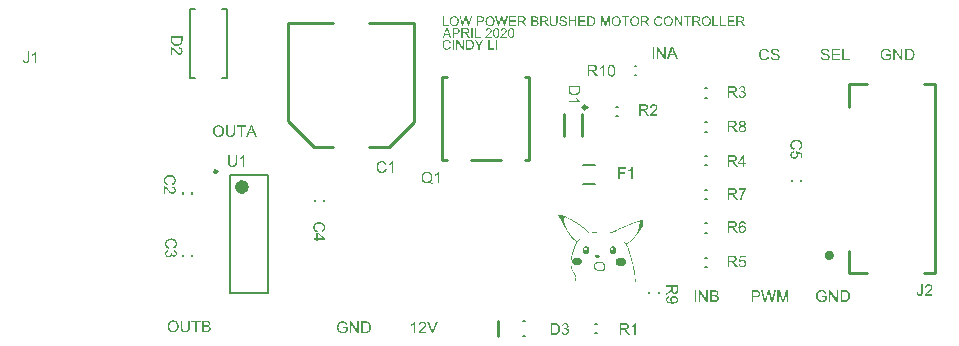
<source format=gto>
G04*
G04 #@! TF.GenerationSoftware,Altium Limited,Altium Designer,19.1.9 (167)*
G04*
G04 Layer_Color=65535*
%FSAX25Y25*%
%MOIN*%
G70*
G01*
G75*
%ADD10C,0.00984*%
%ADD11C,0.02362*%
%ADD12C,0.01575*%
%ADD13C,0.00787*%
%ADD14C,0.01000*%
%ADD15C,0.00600*%
G36*
X0182423Y0047021D02*
Y0046981D01*
X0182626D01*
Y0046940D01*
X0182667D01*
Y0046899D01*
X0182870D01*
Y0046859D01*
Y0046818D01*
X0183115D01*
Y0046777D01*
Y0046736D01*
X0183359D01*
Y0046696D01*
Y0046655D01*
X0183481D01*
Y0046615D01*
X0183521D01*
Y0046574D01*
X0183643D01*
Y0046533D01*
X0183684D01*
Y0046492D01*
X0183887D01*
Y0046452D01*
X0184009D01*
Y0046411D01*
X0184050D01*
Y0046370D01*
X0184172D01*
Y0046330D01*
X0184213D01*
Y0046289D01*
X0184335D01*
Y0046248D01*
X0184376D01*
Y0046208D01*
X0184497D01*
Y0046167D01*
Y0046126D01*
X0184660D01*
Y0046086D01*
Y0046045D01*
X0184823D01*
Y0046004D01*
Y0045964D01*
X0184986D01*
Y0045923D01*
Y0045882D01*
X0185108D01*
Y0045842D01*
X0185148D01*
Y0045801D01*
X0185270D01*
Y0045760D01*
X0185311D01*
Y0045720D01*
X0185433D01*
Y0045679D01*
X0185474D01*
Y0045638D01*
X0185596D01*
Y0045598D01*
X0185718D01*
Y0045557D01*
X0185758D01*
Y0045516D01*
X0185880D01*
Y0045476D01*
X0185921D01*
Y0045435D01*
X0186043D01*
Y0045394D01*
Y0045354D01*
X0186125D01*
Y0045313D01*
Y0045272D01*
X0186287D01*
Y0045232D01*
Y0045191D01*
X0186450D01*
Y0045150D01*
Y0045110D01*
X0186613D01*
Y0045069D01*
Y0045028D01*
X0186735D01*
Y0044987D01*
X0186775D01*
Y0044947D01*
X0186897D01*
Y0044906D01*
X0186938D01*
Y0044865D01*
X0186979D01*
Y0044825D01*
X0187101D01*
Y0044784D01*
X0187142D01*
Y0044743D01*
X0187182D01*
Y0044703D01*
X0187223D01*
Y0044662D01*
X0187345D01*
Y0044621D01*
X0187385D01*
Y0044581D01*
X0187507D01*
Y0044540D01*
X0187548D01*
Y0044499D01*
X0187670D01*
Y0044459D01*
Y0044418D01*
X0187752D01*
Y0044377D01*
Y0044337D01*
X0187914D01*
Y0044296D01*
Y0044255D01*
X0187996D01*
Y0044215D01*
Y0044174D01*
X0188158D01*
Y0044133D01*
Y0044093D01*
X0188280D01*
Y0044052D01*
X0188362D01*
Y0044011D01*
Y0043971D01*
X0188443D01*
Y0043930D01*
Y0043889D01*
X0188606D01*
Y0043848D01*
Y0043808D01*
X0188768D01*
Y0043767D01*
Y0043727D01*
X0188850D01*
Y0043686D01*
Y0043645D01*
X0188972D01*
Y0043604D01*
X0189013D01*
Y0043564D01*
X0189053D01*
Y0043523D01*
X0189094D01*
Y0043483D01*
X0189135D01*
Y0043442D01*
X0189175D01*
Y0043401D01*
X0189297D01*
Y0043360D01*
X0189338D01*
Y0043320D01*
X0189379D01*
Y0043279D01*
X0189419D01*
Y0043238D01*
X0189541D01*
Y0043198D01*
X0189582D01*
Y0043157D01*
X0189623D01*
Y0043116D01*
X0189663D01*
Y0043076D01*
X0189704D01*
Y0043035D01*
X0189826D01*
Y0042994D01*
X0189867D01*
Y0042954D01*
X0189907D01*
Y0042913D01*
X0189948D01*
Y0042872D01*
X0189989D01*
Y0042832D01*
Y0042791D01*
X0190152D01*
Y0042750D01*
Y0042710D01*
X0190233D01*
Y0042669D01*
Y0042628D01*
X0190314D01*
Y0042588D01*
Y0042547D01*
X0190395D01*
Y0042506D01*
X0190436D01*
Y0042466D01*
X0190477D01*
Y0042425D01*
X0190599D01*
Y0042384D01*
X0190640D01*
Y0042344D01*
X0190680D01*
Y0042303D01*
X0190721D01*
Y0042262D01*
X0190762D01*
Y0042222D01*
Y0042181D01*
X0190843D01*
Y0042140D01*
Y0042099D01*
X0190924D01*
Y0042059D01*
Y0042018D01*
X0191006D01*
Y0041977D01*
Y0041937D01*
X0191087D01*
Y0041896D01*
Y0041855D01*
X0191168D01*
Y0041815D01*
Y0041774D01*
X0191250D01*
Y0041733D01*
Y0041693D01*
X0191331D01*
Y0041652D01*
X0191372D01*
Y0041611D01*
X0191412D01*
Y0041571D01*
X0191453D01*
Y0041530D01*
Y0041489D01*
Y0041449D01*
Y0041408D01*
X0191534D01*
Y0041367D01*
Y0041327D01*
X0191616D01*
Y0041286D01*
Y0041245D01*
X0191697D01*
Y0041205D01*
Y0041164D01*
X0191779D01*
Y0041123D01*
Y0041083D01*
X0191860D01*
Y0041042D01*
Y0041001D01*
X0192307D01*
Y0041042D01*
Y0041083D01*
X0192673D01*
Y0041123D01*
X0192714D01*
Y0041164D01*
X0193446D01*
Y0041205D01*
X0193487D01*
Y0041245D01*
X0194463D01*
Y0041286D01*
Y0041327D01*
X0195927D01*
Y0041367D01*
X0195968D01*
Y0041408D01*
X0198205D01*
Y0041367D01*
Y0041327D01*
X0199059D01*
Y0041286D01*
Y0041245D01*
X0199670D01*
Y0041286D01*
Y0041327D01*
X0199792D01*
Y0041367D01*
X0199832D01*
Y0041408D01*
X0199954D01*
Y0041449D01*
X0199995D01*
Y0041489D01*
X0200198D01*
Y0041530D01*
Y0041571D01*
X0200361D01*
Y0041611D01*
X0200442D01*
Y0041652D01*
X0200524D01*
Y0041693D01*
X0200646D01*
Y0041733D01*
Y0041774D01*
X0200809D01*
Y0041815D01*
Y0041855D01*
X0200971D01*
Y0041896D01*
Y0041937D01*
X0201215D01*
Y0041977D01*
Y0042018D01*
X0201337D01*
Y0042059D01*
X0201378D01*
Y0042099D01*
X0201500D01*
Y0042140D01*
X0201541D01*
Y0042181D01*
X0201663D01*
Y0042222D01*
Y0042262D01*
X0201744D01*
Y0042303D01*
Y0042344D01*
X0201988D01*
Y0042384D01*
Y0042425D01*
X0202110D01*
Y0042466D01*
X0202354D01*
Y0042506D01*
Y0042547D01*
X0202517D01*
Y0042588D01*
Y0042628D01*
X0202598D01*
Y0042669D01*
Y0042710D01*
X0202802D01*
Y0042750D01*
X0202842D01*
Y0042791D01*
X0202964D01*
Y0042832D01*
X0203005D01*
Y0042872D01*
X0203127D01*
Y0042913D01*
Y0042954D01*
X0203290D01*
Y0042994D01*
Y0043035D01*
X0203534D01*
Y0043076D01*
Y0043116D01*
X0203696D01*
Y0043157D01*
Y0043198D01*
X0203818D01*
Y0043238D01*
X0203941D01*
Y0043279D01*
X0203981D01*
Y0043320D01*
X0204144D01*
Y0043360D01*
Y0043401D01*
X0204347D01*
Y0043442D01*
X0204388D01*
Y0043483D01*
X0204510D01*
Y0043523D01*
X0204551D01*
Y0043564D01*
X0204673D01*
Y0043604D01*
Y0043645D01*
X0204917D01*
Y0043686D01*
Y0043727D01*
X0205161D01*
Y0043767D01*
Y0043808D01*
X0205283D01*
Y0043848D01*
X0205324D01*
Y0043889D01*
X0205527D01*
Y0043930D01*
X0205568D01*
Y0043971D01*
X0205690D01*
Y0044011D01*
X0205730D01*
Y0044052D01*
X0205852D01*
Y0044093D01*
X0206056D01*
Y0044133D01*
X0206096D01*
Y0044174D01*
X0206218D01*
Y0044215D01*
Y0044255D01*
X0206462D01*
Y0044296D01*
Y0044337D01*
X0206625D01*
Y0044377D01*
Y0044418D01*
X0206828D01*
Y0044459D01*
X0206869D01*
Y0044499D01*
X0207073D01*
Y0044540D01*
Y0044581D01*
X0207317D01*
Y0044621D01*
Y0044662D01*
X0207561D01*
Y0044703D01*
Y0044743D01*
X0207845D01*
Y0044784D01*
X0207886D01*
Y0044825D01*
X0208008D01*
Y0044865D01*
X0208293D01*
Y0044906D01*
X0208333D01*
Y0044947D01*
X0208618D01*
Y0044987D01*
Y0045028D01*
X0208944D01*
Y0045069D01*
Y0045110D01*
X0209228D01*
Y0045150D01*
X0209269D01*
Y0045191D01*
X0209717D01*
Y0045150D01*
Y0045110D01*
Y0045069D01*
Y0045028D01*
Y0044987D01*
Y0044947D01*
Y0044906D01*
Y0044865D01*
Y0044825D01*
Y0044784D01*
Y0044743D01*
Y0044703D01*
Y0044662D01*
Y0044621D01*
Y0044581D01*
Y0044540D01*
Y0044499D01*
Y0044459D01*
Y0044418D01*
Y0044377D01*
Y0044337D01*
Y0044296D01*
Y0044255D01*
Y0044215D01*
Y0044174D01*
Y0044133D01*
Y0044093D01*
Y0044052D01*
Y0044011D01*
Y0043971D01*
Y0043930D01*
Y0043889D01*
Y0043848D01*
Y0043808D01*
Y0043767D01*
Y0043727D01*
Y0043686D01*
Y0043645D01*
Y0043604D01*
Y0043564D01*
Y0043523D01*
Y0043483D01*
Y0043442D01*
Y0043401D01*
Y0043360D01*
Y0043320D01*
Y0043279D01*
Y0043238D01*
Y0043198D01*
Y0043157D01*
Y0043116D01*
Y0043076D01*
Y0043035D01*
Y0042994D01*
Y0042954D01*
X0209594D01*
Y0042913D01*
X0209554D01*
Y0042872D01*
X0209472D01*
Y0042832D01*
Y0042791D01*
Y0042750D01*
X0209432D01*
Y0042710D01*
Y0042669D01*
X0209350D01*
Y0042628D01*
Y0042588D01*
X0209269D01*
Y0042547D01*
Y0042506D01*
Y0042466D01*
Y0042425D01*
X0209188D01*
Y0042384D01*
Y0042344D01*
X0209106D01*
Y0042303D01*
Y0042262D01*
Y0042222D01*
Y0042181D01*
X0209025D01*
Y0042140D01*
Y0042099D01*
Y0042059D01*
Y0042018D01*
X0208944D01*
Y0041977D01*
X0208903D01*
Y0041937D01*
Y0041896D01*
X0208781D01*
Y0041855D01*
Y0041815D01*
Y0041774D01*
Y0041733D01*
X0208740D01*
Y0041693D01*
Y0041652D01*
X0208618D01*
Y0041611D01*
Y0041571D01*
Y0041530D01*
X0208659D01*
Y0041489D01*
X0208578D01*
Y0041449D01*
Y0041408D01*
X0208496D01*
Y0041367D01*
Y0041327D01*
Y0041286D01*
Y0041245D01*
X0208415D01*
Y0041205D01*
X0208333D01*
Y0041164D01*
Y0041123D01*
Y0041083D01*
Y0041042D01*
X0208293D01*
Y0041001D01*
X0208252D01*
Y0040961D01*
X0208171D01*
Y0040920D01*
Y0040879D01*
Y0040839D01*
Y0040798D01*
X0208130D01*
Y0040757D01*
X0208089D01*
Y0040716D01*
X0208049D01*
Y0040676D01*
X0208008D01*
Y0040635D01*
X0207967D01*
Y0040595D01*
X0207927D01*
Y0040554D01*
X0207845D01*
Y0040513D01*
Y0040472D01*
X0207886D01*
Y0040432D01*
X0207845D01*
Y0040391D01*
X0207805D01*
Y0040350D01*
X0207764D01*
Y0040310D01*
X0207723D01*
Y0040269D01*
X0207642D01*
Y0040228D01*
Y0040188D01*
Y0040147D01*
Y0040106D01*
X0207561D01*
Y0040066D01*
Y0040025D01*
X0207479D01*
Y0039984D01*
Y0039944D01*
X0207398D01*
Y0039903D01*
Y0039862D01*
Y0039822D01*
Y0039781D01*
X0207317D01*
Y0039740D01*
Y0039700D01*
Y0039659D01*
Y0039618D01*
X0207276D01*
Y0039578D01*
X0207235D01*
Y0039537D01*
X0207195D01*
Y0039496D01*
X0207113D01*
Y0039456D01*
Y0039415D01*
X0207032D01*
Y0039374D01*
X0206991D01*
Y0039334D01*
X0207032D01*
Y0039293D01*
Y0039252D01*
X0206951D01*
Y0039211D01*
Y0039171D01*
X0206869D01*
Y0039130D01*
Y0039090D01*
X0206788D01*
Y0039049D01*
Y0039008D01*
X0206707D01*
Y0038967D01*
Y0038927D01*
X0206625D01*
Y0038886D01*
Y0038845D01*
X0206544D01*
Y0038805D01*
Y0038764D01*
X0206503D01*
Y0038723D01*
X0206422D01*
Y0038683D01*
Y0038642D01*
X0206340D01*
Y0038601D01*
Y0038561D01*
X0206259D01*
Y0038520D01*
Y0038479D01*
X0206178D01*
Y0038439D01*
Y0038398D01*
X0206096D01*
Y0038357D01*
Y0038317D01*
X0206015D01*
Y0038276D01*
Y0038235D01*
X0205852D01*
Y0038195D01*
Y0038154D01*
X0205812D01*
Y0038113D01*
X0205771D01*
Y0038073D01*
X0205730D01*
Y0038032D01*
X0205690D01*
Y0037991D01*
X0205568D01*
Y0037951D01*
X0205527D01*
Y0037910D01*
X0205486D01*
Y0037869D01*
X0205324D01*
Y0037828D01*
Y0037788D01*
X0205242D01*
Y0037747D01*
Y0037707D01*
X0205161D01*
Y0037666D01*
Y0037625D01*
X0205080D01*
Y0037584D01*
Y0037544D01*
X0204957D01*
Y0037503D01*
X0204917D01*
Y0037462D01*
X0204795D01*
Y0037422D01*
X0204754D01*
Y0037381D01*
X0204713D01*
Y0037340D01*
X0204673D01*
Y0037300D01*
X0204551D01*
Y0037259D01*
Y0037218D01*
X0204388D01*
Y0037178D01*
Y0037137D01*
Y0037096D01*
Y0037056D01*
X0204469D01*
Y0037015D01*
Y0036974D01*
X0204551D01*
Y0036934D01*
Y0036893D01*
Y0036852D01*
Y0036812D01*
X0204632D01*
Y0036771D01*
X0204591D01*
Y0036730D01*
Y0036690D01*
X0204673D01*
Y0036649D01*
X0204713D01*
Y0036608D01*
X0204673D01*
Y0036568D01*
Y0036527D01*
X0204754D01*
Y0036486D01*
Y0036446D01*
Y0036405D01*
Y0036364D01*
X0204835D01*
Y0036323D01*
Y0036283D01*
Y0036242D01*
Y0036202D01*
X0204917D01*
Y0036161D01*
Y0036120D01*
Y0036079D01*
Y0036039D01*
X0204998D01*
Y0035998D01*
Y0035957D01*
Y0035917D01*
X0205080D01*
Y0035876D01*
Y0035835D01*
Y0035795D01*
Y0035754D01*
Y0035713D01*
Y0035673D01*
X0205161D01*
Y0035632D01*
Y0035591D01*
Y0035551D01*
Y0035510D01*
Y0035469D01*
Y0035429D01*
X0205242D01*
Y0035388D01*
Y0035347D01*
Y0035307D01*
Y0035266D01*
Y0035225D01*
X0205283D01*
Y0035185D01*
X0205324D01*
Y0035144D01*
Y0035103D01*
Y0035063D01*
Y0035022D01*
Y0034981D01*
X0205405D01*
Y0034940D01*
Y0034900D01*
X0205364D01*
Y0034859D01*
Y0034819D01*
Y0034778D01*
Y0034737D01*
Y0034696D01*
Y0034656D01*
Y0034615D01*
X0205405D01*
Y0034574D01*
X0205486D01*
Y0034534D01*
X0205446D01*
Y0034493D01*
Y0034452D01*
Y0034412D01*
Y0034371D01*
X0205527D01*
Y0034330D01*
Y0034290D01*
Y0034249D01*
Y0034208D01*
Y0034168D01*
Y0034127D01*
Y0034086D01*
Y0034046D01*
X0205608D01*
Y0034005D01*
Y0033964D01*
Y0033924D01*
Y0033883D01*
Y0033842D01*
Y0033802D01*
Y0033761D01*
Y0033720D01*
X0205690D01*
Y0033680D01*
Y0033639D01*
Y0033598D01*
Y0033558D01*
Y0033517D01*
X0205771D01*
Y0033476D01*
Y0033435D01*
Y0033395D01*
Y0033354D01*
Y0033314D01*
Y0033273D01*
Y0033232D01*
Y0033191D01*
X0205852D01*
Y0033151D01*
Y0033110D01*
Y0033070D01*
Y0033029D01*
Y0032988D01*
Y0032947D01*
X0205934D01*
Y0032907D01*
Y0032866D01*
Y0032825D01*
Y0032785D01*
Y0032744D01*
Y0032703D01*
Y0032663D01*
X0206015D01*
Y0032622D01*
Y0032581D01*
Y0032541D01*
Y0032500D01*
Y0032459D01*
Y0032419D01*
X0206096D01*
Y0032378D01*
Y0032337D01*
Y0032297D01*
Y0032256D01*
Y0032215D01*
Y0032175D01*
X0206178D01*
Y0032134D01*
Y0032093D01*
X0206137D01*
Y0032053D01*
Y0032012D01*
Y0031971D01*
Y0031931D01*
Y0031890D01*
X0206218D01*
Y0031849D01*
X0206259D01*
Y0031809D01*
X0206218D01*
Y0031768D01*
Y0031727D01*
Y0031686D01*
Y0031646D01*
Y0031605D01*
Y0031564D01*
X0206340D01*
Y0031524D01*
X0206300D01*
Y0031483D01*
Y0031442D01*
Y0031402D01*
Y0031361D01*
Y0031320D01*
Y0031280D01*
Y0031239D01*
Y0031198D01*
X0206381D01*
Y0031158D01*
Y0031117D01*
Y0031076D01*
Y0031036D01*
Y0030995D01*
Y0030954D01*
Y0030914D01*
Y0030873D01*
X0206462D01*
Y0030832D01*
Y0030792D01*
Y0030751D01*
Y0030710D01*
Y0030670D01*
Y0030629D01*
Y0030588D01*
Y0030548D01*
Y0030507D01*
Y0030466D01*
X0206544D01*
Y0030426D01*
Y0030385D01*
Y0030344D01*
Y0030303D01*
Y0030263D01*
Y0030222D01*
Y0030182D01*
X0206625D01*
Y0030141D01*
Y0030100D01*
Y0030059D01*
Y0030019D01*
Y0029978D01*
Y0029937D01*
Y0029897D01*
Y0029856D01*
X0206707D01*
Y0029815D01*
Y0029775D01*
Y0029734D01*
Y0029693D01*
Y0029653D01*
Y0029612D01*
X0206788D01*
Y0029571D01*
Y0029531D01*
Y0029490D01*
Y0029449D01*
Y0029409D01*
Y0029368D01*
Y0029327D01*
X0206869D01*
Y0029287D01*
Y0029246D01*
Y0029205D01*
Y0029165D01*
Y0029124D01*
Y0029083D01*
Y0029043D01*
Y0029002D01*
X0206951D01*
Y0028961D01*
Y0028921D01*
X0206910D01*
Y0028880D01*
Y0028839D01*
Y0028798D01*
Y0028758D01*
Y0028717D01*
Y0028677D01*
Y0028636D01*
Y0028595D01*
Y0028554D01*
Y0028514D01*
X0206951D01*
Y0028473D01*
X0207032D01*
Y0028432D01*
Y0028392D01*
X0206991D01*
Y0028351D01*
Y0028310D01*
Y0028270D01*
Y0028229D01*
Y0028188D01*
Y0028148D01*
Y0028107D01*
X0207032D01*
Y0028066D01*
X0207113D01*
Y0028026D01*
X0207073D01*
Y0027985D01*
Y0027944D01*
Y0027904D01*
Y0027863D01*
Y0027822D01*
Y0027782D01*
Y0027741D01*
Y0027700D01*
Y0027660D01*
Y0027619D01*
Y0027578D01*
Y0027538D01*
X0207154D01*
Y0027497D01*
Y0027456D01*
Y0027415D01*
Y0027375D01*
Y0027334D01*
Y0027294D01*
Y0027253D01*
Y0027212D01*
Y0027171D01*
Y0027131D01*
Y0027090D01*
Y0027049D01*
Y0027009D01*
X0207235D01*
Y0026968D01*
Y0026927D01*
Y0026887D01*
Y0026846D01*
Y0026805D01*
Y0026765D01*
Y0026724D01*
Y0026683D01*
Y0026643D01*
Y0026602D01*
Y0026561D01*
Y0026521D01*
Y0026480D01*
Y0026439D01*
X0207317D01*
Y0026399D01*
Y0026358D01*
Y0026317D01*
Y0026277D01*
Y0026236D01*
Y0026195D01*
Y0026155D01*
Y0026114D01*
Y0026073D01*
Y0026033D01*
Y0025992D01*
Y0025951D01*
Y0025910D01*
Y0025870D01*
Y0025829D01*
Y0025789D01*
Y0025748D01*
Y0025707D01*
Y0025666D01*
X0207398D01*
Y0025626D01*
Y0025585D01*
Y0025544D01*
Y0025504D01*
Y0025463D01*
Y0025422D01*
Y0025382D01*
X0207479D01*
Y0025341D01*
Y0025300D01*
Y0025260D01*
Y0025219D01*
Y0025178D01*
Y0025138D01*
Y0025097D01*
Y0025056D01*
Y0025016D01*
Y0024975D01*
Y0024934D01*
Y0024894D01*
Y0024853D01*
Y0024812D01*
Y0024772D01*
Y0024731D01*
Y0024690D01*
Y0024650D01*
Y0024609D01*
Y0024568D01*
Y0024528D01*
Y0024487D01*
Y0024446D01*
X0207235D01*
Y0024487D01*
Y0024528D01*
X0207276D01*
Y0024568D01*
Y0024609D01*
Y0024650D01*
Y0024690D01*
Y0024731D01*
Y0024772D01*
Y0024812D01*
Y0024853D01*
Y0024894D01*
Y0024934D01*
Y0024975D01*
Y0025016D01*
Y0025056D01*
Y0025097D01*
Y0025138D01*
Y0025178D01*
Y0025219D01*
X0207195D01*
Y0025260D01*
X0207154D01*
Y0025300D01*
X0207195D01*
Y0025341D01*
Y0025382D01*
Y0025422D01*
Y0025463D01*
Y0025504D01*
Y0025544D01*
Y0025585D01*
Y0025626D01*
Y0025666D01*
Y0025707D01*
Y0025748D01*
Y0025789D01*
Y0025829D01*
X0207154D01*
Y0025870D01*
X0207113D01*
Y0025910D01*
Y0025951D01*
Y0025992D01*
Y0026033D01*
Y0026073D01*
Y0026114D01*
Y0026155D01*
Y0026195D01*
Y0026236D01*
Y0026277D01*
Y0026317D01*
Y0026358D01*
Y0026399D01*
Y0026439D01*
Y0026480D01*
X0207032D01*
Y0026521D01*
Y0026561D01*
Y0026602D01*
Y0026643D01*
Y0026683D01*
Y0026724D01*
Y0026765D01*
Y0026805D01*
Y0026846D01*
Y0026887D01*
Y0026927D01*
Y0026968D01*
Y0027009D01*
X0206951D01*
Y0027049D01*
Y0027090D01*
Y0027131D01*
Y0027171D01*
Y0027212D01*
Y0027253D01*
Y0027294D01*
Y0027334D01*
Y0027375D01*
Y0027415D01*
Y0027456D01*
Y0027497D01*
X0206869D01*
Y0027538D01*
Y0027578D01*
Y0027619D01*
Y0027660D01*
Y0027700D01*
Y0027741D01*
Y0027782D01*
Y0027822D01*
Y0027863D01*
Y0027904D01*
Y0027944D01*
X0206788D01*
Y0027985D01*
Y0028026D01*
Y0028066D01*
Y0028107D01*
Y0028148D01*
Y0028188D01*
Y0028229D01*
Y0028270D01*
Y0028310D01*
Y0028351D01*
X0206707D01*
Y0028392D01*
Y0028432D01*
Y0028473D01*
Y0028514D01*
Y0028554D01*
Y0028595D01*
Y0028636D01*
Y0028677D01*
Y0028717D01*
X0206625D01*
Y0028758D01*
Y0028798D01*
Y0028839D01*
Y0028880D01*
Y0028921D01*
Y0028961D01*
Y0029002D01*
Y0029043D01*
Y0029083D01*
Y0029124D01*
X0206544D01*
Y0029165D01*
Y0029205D01*
Y0029246D01*
Y0029287D01*
Y0029327D01*
Y0029368D01*
Y0029409D01*
Y0029449D01*
Y0029490D01*
X0206462D01*
Y0029531D01*
Y0029571D01*
X0206503D01*
Y0029612D01*
Y0029653D01*
Y0029693D01*
Y0029734D01*
Y0029775D01*
X0206462D01*
Y0029815D01*
X0206381D01*
Y0029856D01*
X0206422D01*
Y0029897D01*
Y0029937D01*
Y0029978D01*
Y0030019D01*
Y0030059D01*
Y0030100D01*
Y0030141D01*
Y0030182D01*
X0206340D01*
Y0030222D01*
Y0030263D01*
Y0030303D01*
Y0030344D01*
Y0030385D01*
Y0030426D01*
Y0030466D01*
Y0030507D01*
X0206259D01*
Y0030548D01*
Y0030588D01*
Y0030629D01*
Y0030670D01*
Y0030710D01*
Y0030751D01*
Y0030792D01*
X0206178D01*
Y0030832D01*
Y0030873D01*
Y0030914D01*
Y0030954D01*
Y0030995D01*
Y0031036D01*
Y0031076D01*
Y0031117D01*
X0206096D01*
Y0031158D01*
Y0031198D01*
Y0031239D01*
Y0031280D01*
Y0031320D01*
Y0031361D01*
Y0031402D01*
Y0031442D01*
X0206015D01*
Y0031483D01*
Y0031524D01*
Y0031564D01*
Y0031605D01*
Y0031646D01*
Y0031686D01*
Y0031727D01*
X0205934D01*
Y0031768D01*
Y0031809D01*
Y0031849D01*
Y0031890D01*
Y0031931D01*
Y0031971D01*
Y0032012D01*
Y0032053D01*
X0205852D01*
Y0032093D01*
Y0032134D01*
Y0032175D01*
Y0032215D01*
Y0032256D01*
Y0032297D01*
X0205771D01*
Y0032337D01*
Y0032378D01*
Y0032419D01*
Y0032459D01*
Y0032500D01*
Y0032541D01*
Y0032581D01*
X0205690D01*
Y0032622D01*
Y0032663D01*
X0205730D01*
Y0032703D01*
Y0032744D01*
Y0032785D01*
Y0032825D01*
Y0032866D01*
X0205690D01*
Y0032907D01*
X0205608D01*
Y0032947D01*
X0205649D01*
Y0032988D01*
Y0033029D01*
Y0033070D01*
Y0033110D01*
X0205608D01*
Y0033151D01*
X0205527D01*
Y0033191D01*
X0205568D01*
Y0033232D01*
Y0033273D01*
Y0033314D01*
Y0033354D01*
Y0033395D01*
Y0033435D01*
X0205486D01*
Y0033476D01*
Y0033517D01*
Y0033558D01*
Y0033598D01*
Y0033639D01*
Y0033680D01*
X0205405D01*
Y0033720D01*
Y0033761D01*
Y0033802D01*
Y0033842D01*
Y0033883D01*
Y0033924D01*
Y0033964D01*
X0205324D01*
Y0034005D01*
Y0034046D01*
Y0034086D01*
Y0034127D01*
Y0034168D01*
Y0034208D01*
Y0034249D01*
Y0034290D01*
X0205242D01*
Y0034330D01*
Y0034371D01*
Y0034412D01*
Y0034452D01*
Y0034493D01*
Y0034534D01*
X0205161D01*
Y0034574D01*
Y0034615D01*
Y0034656D01*
Y0034696D01*
Y0034737D01*
Y0034778D01*
Y0034819D01*
X0205080D01*
Y0034859D01*
Y0034900D01*
Y0034940D01*
Y0034981D01*
Y0035022D01*
Y0035063D01*
X0204998D01*
Y0035103D01*
Y0035144D01*
Y0035185D01*
Y0035225D01*
Y0035266D01*
Y0035307D01*
X0204917D01*
Y0035347D01*
Y0035388D01*
Y0035429D01*
Y0035469D01*
Y0035510D01*
Y0035551D01*
X0204835D01*
Y0035591D01*
X0204876D01*
Y0035632D01*
Y0035673D01*
Y0035713D01*
Y0035754D01*
X0204795D01*
Y0035795D01*
X0204754D01*
Y0035835D01*
X0204795D01*
Y0035876D01*
Y0035917D01*
X0204713D01*
Y0035957D01*
Y0035998D01*
Y0036039D01*
Y0036079D01*
Y0036120D01*
Y0036161D01*
X0204632D01*
Y0036202D01*
Y0036242D01*
Y0036283D01*
Y0036323D01*
X0204551D01*
Y0036364D01*
Y0036405D01*
Y0036446D01*
X0204469D01*
Y0036486D01*
Y0036527D01*
Y0036568D01*
Y0036608D01*
X0204388D01*
Y0036649D01*
Y0036690D01*
X0204307D01*
Y0036730D01*
Y0036771D01*
Y0036812D01*
Y0036852D01*
X0204225D01*
Y0036893D01*
Y0036934D01*
Y0036974D01*
Y0037015D01*
X0204144D01*
Y0037056D01*
Y0037096D01*
X0204063D01*
Y0037137D01*
X0204022D01*
Y0037178D01*
X0203981D01*
Y0037218D01*
X0204022D01*
Y0037259D01*
Y0037300D01*
X0203941D01*
Y0037340D01*
X0203900D01*
Y0037381D01*
X0203859D01*
Y0037422D01*
X0203818D01*
Y0037462D01*
X0203778D01*
Y0037503D01*
X0203737D01*
Y0037544D01*
X0203696D01*
Y0037584D01*
X0203656D01*
Y0037625D01*
X0203615D01*
Y0037666D01*
X0203574D01*
Y0037707D01*
X0203534D01*
Y0037747D01*
X0203493D01*
Y0037788D01*
X0203452D01*
Y0037828D01*
X0203412D01*
Y0037869D01*
X0203290D01*
Y0037910D01*
Y0037951D01*
X0203330D01*
Y0037991D01*
X0203290D01*
Y0038032D01*
Y0038073D01*
X0203615D01*
Y0038032D01*
Y0037991D01*
X0203696D01*
Y0037951D01*
Y0037910D01*
X0203778D01*
Y0037869D01*
Y0037828D01*
X0203859D01*
Y0037788D01*
Y0037747D01*
X0203941D01*
Y0037707D01*
Y0037666D01*
X0204022D01*
Y0037625D01*
X0204063D01*
Y0037584D01*
X0204103D01*
Y0037544D01*
X0204144D01*
Y0037503D01*
X0204185D01*
Y0037462D01*
X0204388D01*
Y0037503D01*
Y0037544D01*
X0204510D01*
Y0037584D01*
X0204551D01*
Y0037625D01*
X0204673D01*
Y0037666D01*
X0204754D01*
Y0037707D01*
Y0037747D01*
X0204917D01*
Y0037788D01*
Y0037828D01*
X0204998D01*
Y0037869D01*
Y0037910D01*
X0205161D01*
Y0037951D01*
Y0037991D01*
X0205202D01*
Y0038032D01*
X0205242D01*
Y0038073D01*
X0205364D01*
Y0038113D01*
X0205405D01*
Y0038154D01*
X0205446D01*
Y0038195D01*
X0205486D01*
Y0038235D01*
X0205527D01*
Y0038276D01*
X0205568D01*
Y0038317D01*
X0205690D01*
Y0038357D01*
Y0038398D01*
X0205771D01*
Y0038439D01*
X0205812D01*
Y0038479D01*
X0205852D01*
Y0038520D01*
X0205893D01*
Y0038561D01*
X0205934D01*
Y0038601D01*
X0205974D01*
Y0038642D01*
X0206015D01*
Y0038683D01*
X0206056D01*
Y0038723D01*
X0206096D01*
Y0038764D01*
X0206137D01*
Y0038805D01*
X0206178D01*
Y0038845D01*
X0206218D01*
Y0038886D01*
X0206259D01*
Y0038927D01*
X0206300D01*
Y0038967D01*
X0206340D01*
Y0039008D01*
X0206381D01*
Y0039049D01*
Y0039090D01*
X0206462D01*
Y0039130D01*
Y0039171D01*
X0206544D01*
Y0039211D01*
X0206585D01*
Y0039252D01*
X0206625D01*
Y0039293D01*
X0206666D01*
Y0039334D01*
X0206707D01*
Y0039374D01*
X0206747D01*
Y0039415D01*
X0206788D01*
Y0039456D01*
X0206828D01*
Y0039496D01*
X0206869D01*
Y0039537D01*
X0206951D01*
Y0039578D01*
Y0039618D01*
Y0039659D01*
Y0039700D01*
X0206991D01*
Y0039740D01*
X0207032D01*
Y0039781D01*
X0207073D01*
Y0039822D01*
X0207113D01*
Y0039862D01*
X0207195D01*
Y0039903D01*
Y0039944D01*
X0207154D01*
Y0039984D01*
X0207195D01*
Y0040025D01*
X0207235D01*
Y0040066D01*
X0207317D01*
Y0040106D01*
Y0040147D01*
Y0040188D01*
Y0040228D01*
X0207398D01*
Y0040269D01*
Y0040310D01*
X0207479D01*
Y0040350D01*
Y0040391D01*
Y0040432D01*
Y0040472D01*
X0207561D01*
Y0040513D01*
Y0040554D01*
X0207642D01*
Y0040595D01*
Y0040635D01*
Y0040676D01*
Y0040716D01*
X0207723D01*
Y0040757D01*
Y0040798D01*
Y0040839D01*
X0207764D01*
Y0040879D01*
X0207805D01*
Y0040920D01*
Y0040961D01*
Y0041001D01*
X0207886D01*
Y0041042D01*
Y0041083D01*
Y0041123D01*
Y0041164D01*
X0207967D01*
Y0041205D01*
Y0041245D01*
Y0041286D01*
X0207927D01*
Y0041327D01*
X0208049D01*
Y0041367D01*
Y0041408D01*
X0208008D01*
Y0041449D01*
Y0041489D01*
X0208089D01*
Y0041530D01*
Y0041571D01*
Y0041611D01*
Y0041652D01*
Y0041693D01*
X0208171D01*
Y0041733D01*
Y0041774D01*
Y0041815D01*
Y0041855D01*
Y0041896D01*
Y0041937D01*
X0208252D01*
Y0041977D01*
Y0042018D01*
Y0042059D01*
Y0042099D01*
X0208333D01*
Y0042140D01*
Y0042181D01*
Y0042222D01*
Y0042262D01*
Y0042303D01*
Y0042344D01*
Y0042384D01*
Y0042425D01*
X0208415D01*
Y0042466D01*
Y0042506D01*
Y0042547D01*
Y0042588D01*
Y0042628D01*
X0208496D01*
Y0042669D01*
Y0042710D01*
Y0042750D01*
Y0042791D01*
Y0042832D01*
Y0042872D01*
Y0042913D01*
Y0042954D01*
X0208578D01*
Y0042994D01*
Y0043035D01*
Y0043076D01*
Y0043116D01*
Y0043157D01*
Y0043198D01*
Y0043238D01*
Y0043279D01*
Y0043320D01*
X0208659D01*
Y0043360D01*
Y0043401D01*
Y0043442D01*
Y0043483D01*
Y0043523D01*
Y0043564D01*
Y0043604D01*
Y0043645D01*
Y0043686D01*
Y0043727D01*
Y0043767D01*
Y0043808D01*
Y0043848D01*
Y0043889D01*
X0208740D01*
Y0043930D01*
Y0043971D01*
Y0044011D01*
Y0044052D01*
Y0044093D01*
Y0044133D01*
Y0044174D01*
Y0044215D01*
Y0044255D01*
Y0044296D01*
Y0044337D01*
Y0044377D01*
Y0044418D01*
Y0044459D01*
Y0044499D01*
Y0044540D01*
Y0044581D01*
Y0044621D01*
Y0044662D01*
Y0044703D01*
Y0044743D01*
X0208415D01*
Y0044703D01*
Y0044662D01*
X0208211D01*
Y0044621D01*
X0208171D01*
Y0044581D01*
X0207886D01*
Y0044540D01*
X0207845D01*
Y0044499D01*
X0207642D01*
Y0044459D01*
Y0044418D01*
X0207398D01*
Y0044377D01*
X0207195D01*
Y0044337D01*
Y0044296D01*
X0207032D01*
Y0044255D01*
Y0044215D01*
X0206788D01*
Y0044174D01*
Y0044133D01*
X0206585D01*
Y0044093D01*
X0206544D01*
Y0044052D01*
X0206340D01*
Y0044011D01*
Y0043971D01*
X0206178D01*
Y0043930D01*
Y0043889D01*
X0205934D01*
Y0043848D01*
Y0043808D01*
X0205812D01*
Y0043767D01*
X0205771D01*
Y0043727D01*
X0205568D01*
Y0043686D01*
X0205527D01*
Y0043645D01*
X0205405D01*
Y0043604D01*
X0205283D01*
Y0043564D01*
X0205242D01*
Y0043523D01*
X0205039D01*
Y0043483D01*
X0204998D01*
Y0043442D01*
X0204876D01*
Y0043401D01*
Y0043360D01*
X0204713D01*
Y0043320D01*
Y0043279D01*
X0204469D01*
Y0043238D01*
Y0043198D01*
X0204307D01*
Y0043157D01*
Y0043116D01*
X0204185D01*
Y0043076D01*
X0204144D01*
Y0043035D01*
X0203941D01*
Y0042994D01*
X0203900D01*
Y0042954D01*
X0203778D01*
Y0042913D01*
Y0042872D01*
X0203615D01*
Y0042832D01*
Y0042791D01*
X0203452D01*
Y0042750D01*
X0203249D01*
Y0042710D01*
Y0042669D01*
X0203086D01*
Y0042628D01*
Y0042588D01*
X0202924D01*
Y0042547D01*
Y0042506D01*
X0202761D01*
Y0042466D01*
Y0042425D01*
X0202639D01*
Y0042384D01*
X0202598D01*
Y0042344D01*
X0202476D01*
Y0042303D01*
X0202435D01*
Y0042262D01*
X0202232D01*
Y0042222D01*
Y0042181D01*
X0202069D01*
Y0042140D01*
Y0042099D01*
X0201907D01*
Y0042059D01*
Y0042018D01*
X0201785D01*
Y0041977D01*
X0201622D01*
Y0041937D01*
Y0041896D01*
X0201459D01*
Y0041855D01*
Y0041815D01*
X0201297D01*
Y0041774D01*
Y0041733D01*
X0201134D01*
Y0041693D01*
Y0041652D01*
X0201012D01*
Y0041611D01*
X0200971D01*
Y0041571D01*
X0200849D01*
Y0041530D01*
X0200809D01*
Y0041489D01*
X0200687D01*
Y0041449D01*
Y0041408D01*
X0200524D01*
Y0041367D01*
Y0041327D01*
X0200361D01*
Y0041286D01*
Y0041245D01*
X0200198D01*
Y0041205D01*
X0200117D01*
Y0041164D01*
X0200076D01*
Y0041123D01*
X0199914D01*
Y0041083D01*
Y0041042D01*
X0199751D01*
Y0041001D01*
Y0040961D01*
X0199344D01*
Y0041001D01*
Y0041042D01*
X0198978D01*
Y0041083D01*
X0198937D01*
Y0041123D01*
X0198246D01*
Y0041164D01*
X0198205D01*
Y0041205D01*
X0195846D01*
Y0041164D01*
X0195805D01*
Y0041123D01*
X0194585D01*
Y0041083D01*
Y0041042D01*
X0193650D01*
Y0041001D01*
Y0040961D01*
X0192877D01*
Y0040920D01*
Y0040879D01*
X0192267D01*
Y0040839D01*
X0192226D01*
Y0040798D01*
X0191616D01*
Y0040839D01*
Y0040879D01*
Y0040920D01*
Y0040961D01*
X0191534D01*
Y0041001D01*
Y0041042D01*
X0191453D01*
Y0041083D01*
X0191412D01*
Y0041123D01*
X0191372D01*
Y0041164D01*
Y0041205D01*
X0191412D01*
Y0041245D01*
X0191331D01*
Y0041286D01*
X0191290D01*
Y0041327D01*
X0191250D01*
Y0041367D01*
X0191209D01*
Y0041408D01*
X0191168D01*
Y0041449D01*
X0191128D01*
Y0041489D01*
X0191087D01*
Y0041530D01*
X0191046D01*
Y0041571D01*
X0191006D01*
Y0041611D01*
X0190965D01*
Y0041652D01*
X0190924D01*
Y0041693D01*
X0190884D01*
Y0041733D01*
X0190843D01*
Y0041774D01*
X0190802D01*
Y0041815D01*
X0190762D01*
Y0041855D01*
X0190721D01*
Y0041896D01*
X0190680D01*
Y0041937D01*
X0190640D01*
Y0041977D01*
X0190599D01*
Y0042018D01*
X0190558D01*
Y0042059D01*
X0190517D01*
Y0042099D01*
X0190477D01*
Y0042140D01*
X0190436D01*
Y0042181D01*
X0190395D01*
Y0042222D01*
X0190355D01*
Y0042262D01*
X0190233D01*
Y0042303D01*
X0190192D01*
Y0042344D01*
X0190152D01*
Y0042384D01*
X0190111D01*
Y0042425D01*
X0190070D01*
Y0042466D01*
Y0042506D01*
X0189989D01*
Y0042547D01*
Y0042588D01*
X0189907D01*
Y0042628D01*
Y0042669D01*
X0189745D01*
Y0042710D01*
Y0042750D01*
X0189663D01*
Y0042791D01*
X0189623D01*
Y0042832D01*
X0189582D01*
Y0042872D01*
X0189541D01*
Y0042913D01*
X0189501D01*
Y0042954D01*
X0189379D01*
Y0042994D01*
Y0043035D01*
X0189297D01*
Y0043076D01*
Y0043116D01*
X0189135D01*
Y0043157D01*
Y0043198D01*
X0189053D01*
Y0043238D01*
Y0043279D01*
X0188972D01*
Y0043320D01*
Y0043360D01*
X0188809D01*
Y0043401D01*
Y0043442D01*
X0188728D01*
Y0043483D01*
Y0043523D01*
X0188606D01*
Y0043564D01*
X0188524D01*
Y0043604D01*
Y0043645D01*
X0188362D01*
Y0043686D01*
Y0043727D01*
X0188280D01*
Y0043767D01*
Y0043808D01*
X0188118D01*
Y0043848D01*
Y0043889D01*
X0188036D01*
Y0043930D01*
Y0043971D01*
X0187914D01*
Y0044011D01*
X0187874D01*
Y0044052D01*
X0187752D01*
Y0044093D01*
X0187711D01*
Y0044133D01*
X0187670D01*
Y0044174D01*
X0187630D01*
Y0044215D01*
X0187507D01*
Y0044255D01*
Y0044296D01*
X0187345D01*
Y0044337D01*
X0187304D01*
Y0044377D01*
X0187264D01*
Y0044418D01*
X0187142D01*
Y0044459D01*
X0187101D01*
Y0044499D01*
X0186979D01*
Y0044540D01*
Y0044581D01*
X0186897D01*
Y0044621D01*
Y0044662D01*
X0186735D01*
Y0044703D01*
Y0044743D01*
X0186572D01*
Y0044784D01*
Y0044825D01*
X0186409D01*
Y0044865D01*
Y0044906D01*
X0186369D01*
Y0044947D01*
X0186328D01*
Y0044987D01*
X0186206D01*
Y0045028D01*
X0186165D01*
Y0045069D01*
X0186043D01*
Y0045110D01*
X0186003D01*
Y0045150D01*
X0185880D01*
Y0045191D01*
X0185840D01*
Y0045232D01*
X0185718D01*
Y0045272D01*
X0185596D01*
Y0045313D01*
X0185555D01*
Y0045354D01*
X0185433D01*
Y0045394D01*
Y0045435D01*
X0185352D01*
Y0045476D01*
Y0045516D01*
X0185189D01*
Y0045557D01*
Y0045598D01*
X0185026D01*
Y0045638D01*
Y0045679D01*
X0184864D01*
Y0045720D01*
Y0045760D01*
X0184742D01*
Y0045801D01*
X0184701D01*
Y0045842D01*
X0184579D01*
Y0045882D01*
X0184538D01*
Y0045923D01*
X0184416D01*
Y0045964D01*
X0184376D01*
Y0046004D01*
X0184254D01*
Y0046045D01*
X0184050D01*
Y0046086D01*
X0184009D01*
Y0046126D01*
X0183887D01*
Y0046167D01*
Y0046208D01*
X0183725D01*
Y0046167D01*
Y0046126D01*
Y0046086D01*
Y0046045D01*
Y0046004D01*
X0183643D01*
Y0045964D01*
Y0045923D01*
Y0045882D01*
Y0045842D01*
Y0045801D01*
Y0045760D01*
Y0045720D01*
Y0045679D01*
Y0045638D01*
Y0045598D01*
Y0045557D01*
Y0045516D01*
Y0045476D01*
Y0045435D01*
Y0045394D01*
Y0045354D01*
Y0045313D01*
Y0045272D01*
Y0045232D01*
Y0045191D01*
Y0045150D01*
Y0045110D01*
Y0045069D01*
Y0045028D01*
Y0044987D01*
Y0044947D01*
Y0044906D01*
Y0044865D01*
Y0044825D01*
Y0044784D01*
Y0044743D01*
Y0044703D01*
Y0044662D01*
Y0044621D01*
Y0044581D01*
Y0044540D01*
Y0044499D01*
Y0044459D01*
Y0044418D01*
X0183725D01*
Y0044377D01*
Y0044337D01*
Y0044296D01*
Y0044255D01*
Y0044215D01*
Y0044174D01*
Y0044133D01*
Y0044093D01*
Y0044052D01*
X0183806D01*
Y0044011D01*
Y0043971D01*
Y0043930D01*
Y0043889D01*
Y0043848D01*
Y0043808D01*
Y0043767D01*
Y0043727D01*
X0183887D01*
Y0043686D01*
Y0043645D01*
Y0043604D01*
Y0043564D01*
Y0043523D01*
Y0043483D01*
Y0043442D01*
Y0043401D01*
X0183969D01*
Y0043360D01*
Y0043320D01*
X0183928D01*
Y0043279D01*
Y0043238D01*
Y0043198D01*
X0184009D01*
Y0043157D01*
X0184050D01*
Y0043116D01*
X0184009D01*
Y0043076D01*
Y0043035D01*
X0184091D01*
Y0042994D01*
Y0042954D01*
Y0042913D01*
Y0042872D01*
Y0042832D01*
Y0042791D01*
X0184172D01*
Y0042750D01*
Y0042710D01*
Y0042669D01*
Y0042628D01*
X0184254D01*
Y0042588D01*
Y0042547D01*
Y0042506D01*
Y0042466D01*
X0184335D01*
Y0042425D01*
Y0042384D01*
Y0042344D01*
X0184416D01*
Y0042303D01*
Y0042262D01*
Y0042222D01*
Y0042181D01*
X0184497D01*
Y0042140D01*
Y0042099D01*
Y0042059D01*
Y0042018D01*
X0184579D01*
Y0041977D01*
Y0041937D01*
Y0041896D01*
Y0041855D01*
X0184660D01*
Y0041815D01*
Y0041774D01*
Y0041733D01*
Y0041693D01*
X0184742D01*
Y0041652D01*
Y0041611D01*
Y0041571D01*
X0184782D01*
Y0041530D01*
X0184823D01*
Y0041489D01*
X0184864D01*
Y0041449D01*
Y0041408D01*
Y0041367D01*
Y0041327D01*
X0184945D01*
Y0041286D01*
X0184986D01*
Y0041245D01*
X0185026D01*
Y0041205D01*
Y0041164D01*
Y0041123D01*
Y0041083D01*
X0185108D01*
Y0041042D01*
X0185148D01*
Y0041001D01*
X0185189D01*
Y0040961D01*
Y0040920D01*
Y0040879D01*
Y0040839D01*
X0185270D01*
Y0040798D01*
X0185352D01*
Y0040757D01*
Y0040716D01*
Y0040676D01*
Y0040635D01*
X0185433D01*
Y0040595D01*
Y0040554D01*
X0185514D01*
Y0040513D01*
Y0040472D01*
X0185596D01*
Y0040432D01*
Y0040391D01*
X0185555D01*
Y0040350D01*
Y0040310D01*
X0185677D01*
Y0040269D01*
Y0040228D01*
X0185758D01*
Y0040188D01*
Y0040147D01*
X0185840D01*
Y0040106D01*
Y0040066D01*
X0185880D01*
Y0040025D01*
Y0039984D01*
Y0039944D01*
X0185962D01*
Y0039903D01*
Y0039862D01*
X0186043D01*
Y0039822D01*
Y0039781D01*
X0186125D01*
Y0039740D01*
Y0039700D01*
X0186206D01*
Y0039659D01*
Y0039618D01*
X0186287D01*
Y0039578D01*
Y0039537D01*
Y0039496D01*
Y0039456D01*
X0186369D01*
Y0039415D01*
Y0039374D01*
X0186450D01*
Y0039334D01*
Y0039293D01*
X0186531D01*
Y0039252D01*
X0186572D01*
Y0039211D01*
X0186613D01*
Y0039171D01*
X0186653D01*
Y0039130D01*
X0186694D01*
Y0039090D01*
X0186735D01*
Y0039049D01*
X0186775D01*
Y0039008D01*
X0186816D01*
Y0038967D01*
Y0038927D01*
X0186897D01*
Y0038886D01*
Y0038845D01*
X0186979D01*
Y0038805D01*
Y0038764D01*
X0187060D01*
Y0038723D01*
Y0038683D01*
X0187142D01*
Y0038642D01*
Y0038601D01*
X0187223D01*
Y0038561D01*
Y0038520D01*
X0187304D01*
Y0038479D01*
X0187345D01*
Y0038439D01*
X0187385D01*
Y0038398D01*
X0187426D01*
Y0038357D01*
X0187467D01*
Y0038317D01*
X0187507D01*
Y0038276D01*
X0187548D01*
Y0038235D01*
X0187589D01*
Y0038195D01*
Y0038154D01*
X0187670D01*
Y0038113D01*
Y0038073D01*
X0187833D01*
Y0038113D01*
Y0038154D01*
X0187874D01*
Y0038195D01*
X0187914D01*
Y0038235D01*
X0187955D01*
Y0038276D01*
X0187996D01*
Y0038317D01*
X0188036D01*
Y0038357D01*
X0188077D01*
Y0038398D01*
X0188118D01*
Y0038439D01*
X0188158D01*
Y0038479D01*
X0188199D01*
Y0038520D01*
X0188280D01*
Y0038561D01*
Y0038601D01*
X0188362D01*
Y0038642D01*
Y0038683D01*
X0188484D01*
Y0038723D01*
X0188524D01*
Y0038764D01*
X0188768D01*
Y0038723D01*
Y0038683D01*
X0188728D01*
Y0038642D01*
Y0038601D01*
X0188768D01*
Y0038561D01*
X0188687D01*
Y0038520D01*
Y0038479D01*
X0188606D01*
Y0038439D01*
Y0038398D01*
X0188443D01*
Y0038357D01*
Y0038317D01*
X0188402D01*
Y0038276D01*
X0188362D01*
Y0038235D01*
X0188321D01*
Y0038195D01*
X0188280D01*
Y0038154D01*
X0188240D01*
Y0038113D01*
X0188199D01*
Y0038073D01*
X0188158D01*
Y0038032D01*
X0188118D01*
Y0037991D01*
X0188077D01*
Y0037951D01*
X0187996D01*
Y0037910D01*
X0187955D01*
Y0037869D01*
Y0037828D01*
X0187996D01*
Y0037788D01*
X0187914D01*
Y0037747D01*
Y0037707D01*
X0187833D01*
Y0037666D01*
Y0037625D01*
Y0037584D01*
Y0037544D01*
X0187752D01*
Y0037503D01*
Y0037462D01*
Y0037422D01*
Y0037381D01*
X0187670D01*
Y0037340D01*
Y0037300D01*
Y0037259D01*
Y0037218D01*
X0187589D01*
Y0037178D01*
Y0037137D01*
Y0037096D01*
Y0037056D01*
Y0037015D01*
X0187507D01*
Y0036974D01*
Y0036934D01*
Y0036893D01*
Y0036852D01*
X0187426D01*
Y0036812D01*
Y0036771D01*
Y0036730D01*
Y0036690D01*
X0187345D01*
Y0036649D01*
Y0036608D01*
Y0036568D01*
Y0036527D01*
Y0036486D01*
Y0036446D01*
X0187264D01*
Y0036405D01*
Y0036364D01*
Y0036323D01*
X0187223D01*
Y0036283D01*
X0187182D01*
Y0036242D01*
Y0036202D01*
Y0036161D01*
Y0036120D01*
X0187223D01*
Y0036079D01*
X0187142D01*
Y0036039D01*
X0187101D01*
Y0035998D01*
Y0035957D01*
Y0035917D01*
X0187142D01*
Y0035876D01*
Y0035835D01*
X0187060D01*
Y0035795D01*
Y0035754D01*
Y0035713D01*
Y0035673D01*
X0186979D01*
Y0035632D01*
Y0035591D01*
Y0035551D01*
Y0035510D01*
Y0035469D01*
X0186897D01*
Y0035429D01*
Y0035388D01*
Y0035347D01*
Y0035307D01*
Y0035266D01*
Y0035225D01*
X0186816D01*
Y0035185D01*
Y0035144D01*
Y0035103D01*
Y0035063D01*
Y0035022D01*
Y0034981D01*
X0186735D01*
Y0034940D01*
Y0034900D01*
Y0034859D01*
Y0034819D01*
Y0034778D01*
X0186694D01*
Y0034737D01*
X0186653D01*
Y0034696D01*
Y0034656D01*
Y0034615D01*
Y0034574D01*
Y0034534D01*
X0186572D01*
Y0034493D01*
Y0034452D01*
Y0034412D01*
Y0034371D01*
Y0034330D01*
Y0034290D01*
X0186491D01*
Y0034249D01*
Y0034208D01*
Y0034168D01*
Y0034127D01*
Y0034086D01*
Y0034046D01*
Y0034005D01*
Y0033964D01*
X0186409D01*
Y0033924D01*
Y0033883D01*
Y0033842D01*
Y0033802D01*
X0186450D01*
Y0033761D01*
X0186369D01*
Y0033720D01*
X0186328D01*
Y0033680D01*
Y0033639D01*
Y0033598D01*
Y0033558D01*
Y0033517D01*
X0186369D01*
Y0033476D01*
Y0033435D01*
X0186287D01*
Y0033395D01*
Y0033354D01*
Y0033314D01*
Y0033273D01*
Y0033232D01*
Y0033191D01*
Y0033151D01*
X0186206D01*
Y0033110D01*
Y0033070D01*
Y0033029D01*
Y0032988D01*
Y0032947D01*
Y0032907D01*
Y0032866D01*
Y0032825D01*
X0186125D01*
Y0032785D01*
Y0032744D01*
Y0032703D01*
Y0032663D01*
Y0032622D01*
Y0032581D01*
Y0032541D01*
Y0032500D01*
Y0032459D01*
Y0032419D01*
X0186043D01*
Y0032378D01*
Y0032337D01*
Y0032297D01*
Y0032256D01*
Y0032215D01*
Y0032175D01*
Y0032134D01*
Y0032093D01*
Y0032053D01*
X0185962D01*
Y0032012D01*
Y0031971D01*
Y0031931D01*
Y0031890D01*
Y0031849D01*
Y0031809D01*
Y0031768D01*
Y0031727D01*
Y0031686D01*
Y0031646D01*
Y0031605D01*
Y0031564D01*
Y0031524D01*
X0185880D01*
Y0031483D01*
Y0031442D01*
Y0031402D01*
Y0031361D01*
Y0031320D01*
Y0031280D01*
Y0031239D01*
Y0031198D01*
Y0031158D01*
Y0031117D01*
Y0031076D01*
Y0031036D01*
Y0030995D01*
Y0030954D01*
Y0030914D01*
Y0030873D01*
Y0030832D01*
Y0030792D01*
Y0030751D01*
Y0030710D01*
Y0030670D01*
Y0030629D01*
Y0030588D01*
Y0030548D01*
Y0030507D01*
Y0030466D01*
Y0030426D01*
Y0030385D01*
Y0030344D01*
Y0030303D01*
Y0030263D01*
Y0030222D01*
Y0030182D01*
X0185962D01*
Y0030141D01*
Y0030100D01*
Y0030059D01*
Y0030019D01*
Y0029978D01*
Y0029937D01*
Y0029897D01*
Y0029856D01*
X0186043D01*
Y0029815D01*
Y0029775D01*
Y0029734D01*
Y0029693D01*
Y0029653D01*
Y0029612D01*
Y0029571D01*
X0186125D01*
Y0029531D01*
Y0029490D01*
Y0029449D01*
Y0029409D01*
Y0029368D01*
Y0029327D01*
X0186206D01*
Y0029287D01*
Y0029246D01*
Y0029205D01*
Y0029165D01*
Y0029124D01*
Y0029083D01*
X0186287D01*
Y0029043D01*
Y0029002D01*
Y0028961D01*
Y0028921D01*
X0186369D01*
Y0028880D01*
Y0028839D01*
X0186328D01*
Y0028798D01*
Y0028758D01*
Y0028717D01*
X0186409D01*
Y0028677D01*
X0186450D01*
Y0028636D01*
X0186409D01*
Y0028595D01*
Y0028554D01*
X0186491D01*
Y0028514D01*
Y0028473D01*
Y0028432D01*
Y0028392D01*
X0186572D01*
Y0028351D01*
Y0028310D01*
Y0028270D01*
Y0028229D01*
X0186653D01*
Y0028188D01*
Y0028148D01*
Y0028107D01*
Y0028066D01*
X0186735D01*
Y0028026D01*
Y0027985D01*
Y0027944D01*
X0186816D01*
Y0027904D01*
Y0027863D01*
Y0027822D01*
Y0027782D01*
X0186897D01*
Y0027741D01*
Y0027700D01*
Y0027660D01*
Y0027619D01*
X0186979D01*
Y0027578D01*
Y0027538D01*
Y0027497D01*
Y0027456D01*
X0187060D01*
Y0027415D01*
Y0027375D01*
X0187142D01*
Y0027334D01*
Y0027294D01*
X0187101D01*
Y0027253D01*
X0187142D01*
Y0027212D01*
X0187223D01*
Y0027171D01*
X0187182D01*
Y0027131D01*
Y0027090D01*
X0187264D01*
Y0027049D01*
Y0027009D01*
Y0026968D01*
Y0026927D01*
X0187345D01*
Y0026887D01*
Y0026846D01*
Y0026805D01*
Y0026765D01*
X0187426D01*
Y0026724D01*
Y0026683D01*
Y0026643D01*
Y0026602D01*
X0187507D01*
Y0026561D01*
Y0026521D01*
Y0026480D01*
Y0026439D01*
X0187589D01*
Y0026399D01*
Y0026358D01*
Y0026317D01*
Y0026277D01*
Y0026236D01*
Y0026195D01*
Y0026155D01*
Y0026114D01*
Y0026073D01*
Y0026033D01*
Y0025992D01*
Y0025951D01*
Y0025910D01*
Y0025870D01*
Y0025829D01*
Y0025789D01*
X0187507D01*
Y0025748D01*
Y0025707D01*
Y0025666D01*
Y0025626D01*
Y0025585D01*
Y0025544D01*
Y0025504D01*
Y0025463D01*
X0187426D01*
Y0025422D01*
Y0025382D01*
Y0025341D01*
Y0025300D01*
Y0025260D01*
Y0025219D01*
Y0025178D01*
Y0025138D01*
X0187345D01*
Y0025097D01*
Y0025056D01*
Y0025016D01*
Y0024975D01*
Y0024934D01*
X0187264D01*
Y0024894D01*
Y0024853D01*
Y0024812D01*
Y0024772D01*
Y0024731D01*
Y0024690D01*
X0187182D01*
Y0024650D01*
Y0024609D01*
Y0024568D01*
Y0024528D01*
X0187223D01*
Y0024487D01*
X0187182D01*
Y0024446D01*
X0186979D01*
Y0024487D01*
Y0024528D01*
Y0024568D01*
Y0024609D01*
Y0024650D01*
Y0024690D01*
X0187060D01*
Y0024731D01*
Y0024772D01*
Y0024812D01*
Y0024853D01*
Y0024894D01*
Y0024934D01*
Y0024975D01*
X0187142D01*
Y0025016D01*
Y0025056D01*
Y0025097D01*
Y0025138D01*
Y0025178D01*
Y0025219D01*
X0187223D01*
Y0025260D01*
Y0025300D01*
Y0025341D01*
Y0025382D01*
Y0025422D01*
Y0025463D01*
Y0025504D01*
Y0025544D01*
Y0025585D01*
X0187264D01*
Y0025626D01*
X0187304D01*
Y0025666D01*
Y0025707D01*
Y0025748D01*
Y0025789D01*
X0187264D01*
Y0025829D01*
X0187385D01*
Y0025870D01*
Y0025910D01*
Y0025951D01*
Y0025992D01*
Y0026033D01*
Y0026073D01*
Y0026114D01*
Y0026155D01*
Y0026195D01*
Y0026236D01*
Y0026277D01*
Y0026317D01*
Y0026358D01*
Y0026399D01*
X0187304D01*
Y0026439D01*
Y0026480D01*
Y0026521D01*
Y0026561D01*
X0187223D01*
Y0026602D01*
Y0026643D01*
Y0026683D01*
X0187182D01*
Y0026724D01*
X0187142D01*
Y0026765D01*
Y0026805D01*
Y0026846D01*
X0187060D01*
Y0026887D01*
X0187019D01*
Y0026927D01*
X0186979D01*
Y0026968D01*
Y0027009D01*
Y0027049D01*
Y0027090D01*
X0186897D01*
Y0027131D01*
Y0027171D01*
Y0027212D01*
Y0027253D01*
X0186816D01*
Y0027294D01*
Y0027334D01*
Y0027375D01*
Y0027415D01*
X0186735D01*
Y0027456D01*
Y0027497D01*
Y0027538D01*
X0186653D01*
Y0027578D01*
Y0027619D01*
Y0027660D01*
Y0027700D01*
X0186572D01*
Y0027741D01*
Y0027782D01*
X0186613D01*
Y0027822D01*
Y0027863D01*
X0186491D01*
Y0027904D01*
X0186531D01*
Y0027944D01*
Y0027985D01*
Y0028026D01*
X0186450D01*
Y0028066D01*
Y0028107D01*
Y0028148D01*
Y0028188D01*
X0186369D01*
Y0028229D01*
Y0028270D01*
Y0028310D01*
X0186328D01*
Y0028351D01*
X0186287D01*
Y0028392D01*
Y0028432D01*
Y0028473D01*
X0186206D01*
Y0028514D01*
Y0028554D01*
Y0028595D01*
Y0028636D01*
X0186125D01*
Y0028677D01*
Y0028717D01*
Y0028758D01*
Y0028798D01*
Y0028839D01*
Y0028880D01*
X0186043D01*
Y0028921D01*
Y0028961D01*
Y0029002D01*
Y0029043D01*
X0185962D01*
Y0029083D01*
Y0029124D01*
Y0029165D01*
Y0029205D01*
Y0029246D01*
X0185880D01*
Y0029287D01*
Y0029327D01*
Y0029368D01*
Y0029409D01*
Y0029449D01*
Y0029490D01*
X0185799D01*
Y0029531D01*
Y0029571D01*
X0185840D01*
Y0029612D01*
Y0029653D01*
Y0029693D01*
Y0029734D01*
Y0029775D01*
X0185799D01*
Y0029815D01*
X0185718D01*
Y0029856D01*
X0185758D01*
Y0029897D01*
Y0029937D01*
Y0029978D01*
Y0030019D01*
Y0030059D01*
Y0030100D01*
X0185677D01*
Y0030141D01*
Y0030182D01*
Y0030222D01*
Y0030263D01*
Y0030303D01*
Y0030344D01*
Y0030385D01*
Y0030426D01*
Y0030466D01*
Y0030507D01*
Y0030548D01*
Y0030588D01*
Y0030629D01*
Y0030670D01*
Y0030710D01*
Y0030751D01*
Y0030792D01*
Y0030832D01*
Y0030873D01*
Y0030914D01*
Y0030954D01*
Y0030995D01*
Y0031036D01*
Y0031076D01*
Y0031117D01*
Y0031158D01*
Y0031198D01*
Y0031239D01*
Y0031280D01*
Y0031320D01*
Y0031361D01*
Y0031402D01*
Y0031442D01*
Y0031483D01*
X0185758D01*
Y0031524D01*
Y0031564D01*
Y0031605D01*
Y0031646D01*
Y0031686D01*
Y0031727D01*
Y0031768D01*
Y0031809D01*
Y0031849D01*
Y0031890D01*
Y0031931D01*
Y0031971D01*
X0185718D01*
Y0032012D01*
X0185799D01*
Y0032053D01*
X0185840D01*
Y0032093D01*
Y0032134D01*
Y0032175D01*
Y0032215D01*
Y0032256D01*
Y0032297D01*
Y0032337D01*
Y0032378D01*
Y0032419D01*
X0185799D01*
Y0032459D01*
Y0032500D01*
X0185880D01*
Y0032541D01*
Y0032581D01*
Y0032622D01*
Y0032663D01*
Y0032703D01*
Y0032744D01*
Y0032785D01*
Y0032825D01*
Y0032866D01*
X0185962D01*
Y0032907D01*
Y0032947D01*
Y0032988D01*
Y0033029D01*
Y0033070D01*
Y0033110D01*
Y0033151D01*
Y0033191D01*
X0186043D01*
Y0033232D01*
Y0033273D01*
Y0033314D01*
Y0033354D01*
Y0033395D01*
Y0033435D01*
Y0033476D01*
Y0033517D01*
Y0033558D01*
Y0033598D01*
X0186125D01*
Y0033639D01*
Y0033680D01*
Y0033720D01*
Y0033761D01*
Y0033802D01*
X0186206D01*
Y0033842D01*
Y0033883D01*
Y0033924D01*
Y0033964D01*
Y0034005D01*
Y0034046D01*
Y0034086D01*
Y0034127D01*
X0186287D01*
Y0034168D01*
Y0034208D01*
Y0034249D01*
Y0034290D01*
Y0034330D01*
Y0034371D01*
Y0034412D01*
X0186328D01*
Y0034452D01*
X0186369D01*
Y0034493D01*
Y0034534D01*
Y0034574D01*
Y0034615D01*
Y0034656D01*
Y0034696D01*
Y0034737D01*
X0186450D01*
Y0034778D01*
Y0034819D01*
Y0034859D01*
Y0034900D01*
Y0034940D01*
Y0034981D01*
X0186531D01*
Y0035022D01*
Y0035063D01*
Y0035103D01*
Y0035144D01*
X0186491D01*
Y0035185D01*
X0186572D01*
Y0035225D01*
X0186613D01*
Y0035266D01*
Y0035307D01*
X0186572D01*
Y0035347D01*
X0186653D01*
Y0035388D01*
Y0035429D01*
Y0035469D01*
Y0035510D01*
Y0035551D01*
Y0035591D01*
X0186735D01*
Y0035632D01*
Y0035673D01*
Y0035713D01*
Y0035754D01*
Y0035795D01*
Y0035835D01*
X0186816D01*
Y0035876D01*
Y0035917D01*
Y0035957D01*
Y0035998D01*
Y0036039D01*
Y0036079D01*
Y0036120D01*
Y0036161D01*
Y0036202D01*
Y0036242D01*
Y0036283D01*
X0186897D01*
Y0036323D01*
Y0036364D01*
Y0036405D01*
Y0036446D01*
X0186979D01*
Y0036486D01*
Y0036527D01*
Y0036568D01*
Y0036608D01*
X0187060D01*
Y0036649D01*
Y0036690D01*
Y0036730D01*
Y0036771D01*
X0187142D01*
Y0036812D01*
Y0036852D01*
Y0036893D01*
X0187223D01*
Y0036934D01*
Y0036974D01*
Y0037015D01*
Y0037056D01*
X0187264D01*
Y0037096D01*
Y0037137D01*
X0187385D01*
Y0037178D01*
Y0037218D01*
Y0037259D01*
Y0037300D01*
X0187345D01*
Y0037340D01*
Y0037381D01*
X0187426D01*
Y0037422D01*
Y0037462D01*
X0187507D01*
Y0037503D01*
Y0037544D01*
Y0037584D01*
Y0037625D01*
Y0037666D01*
Y0037707D01*
Y0037747D01*
X0187589D01*
Y0037788D01*
Y0037828D01*
Y0037869D01*
Y0037910D01*
Y0037951D01*
X0187507D01*
Y0037991D01*
X0187467D01*
Y0038032D01*
X0187426D01*
Y0038073D01*
X0187385D01*
Y0038113D01*
X0187345D01*
Y0038154D01*
X0187304D01*
Y0038195D01*
X0187264D01*
Y0038235D01*
X0187223D01*
Y0038276D01*
X0187182D01*
Y0038317D01*
X0187142D01*
Y0038357D01*
X0187101D01*
Y0038398D01*
X0187060D01*
Y0038439D01*
X0187019D01*
Y0038479D01*
X0186979D01*
Y0038520D01*
X0186938D01*
Y0038561D01*
X0186897D01*
Y0038601D01*
X0186857D01*
Y0038642D01*
X0186735D01*
Y0038683D01*
X0186694D01*
Y0038723D01*
X0186653D01*
Y0038764D01*
X0186613D01*
Y0038805D01*
X0186572D01*
Y0038845D01*
X0186531D01*
Y0038886D01*
X0186491D01*
Y0038927D01*
X0186450D01*
Y0038967D01*
X0186409D01*
Y0039008D01*
X0186369D01*
Y0039049D01*
X0186328D01*
Y0039090D01*
X0186287D01*
Y0039130D01*
X0186247D01*
Y0039171D01*
X0186206D01*
Y0039211D01*
X0186165D01*
Y0039252D01*
X0186125D01*
Y0039293D01*
X0186084D01*
Y0039334D01*
X0186043D01*
Y0039374D01*
Y0039415D01*
X0185962D01*
Y0039456D01*
X0185921D01*
Y0039496D01*
X0185880D01*
Y0039537D01*
X0185840D01*
Y0039578D01*
X0185799D01*
Y0039618D01*
X0185758D01*
Y0039659D01*
X0185718D01*
Y0039700D01*
X0185758D01*
Y0039740D01*
Y0039781D01*
X0185677D01*
Y0039822D01*
X0185636D01*
Y0039862D01*
X0185596D01*
Y0039903D01*
Y0039944D01*
Y0039984D01*
Y0040025D01*
X0185514D01*
Y0040066D01*
X0185474D01*
Y0040106D01*
X0185433D01*
Y0040147D01*
Y0040188D01*
Y0040228D01*
Y0040269D01*
X0185352D01*
Y0040310D01*
X0185311D01*
Y0040350D01*
X0185270D01*
Y0040391D01*
X0185189D01*
Y0040432D01*
Y0040472D01*
Y0040513D01*
Y0040554D01*
X0185108D01*
Y0040595D01*
Y0040635D01*
X0185026D01*
Y0040676D01*
Y0040716D01*
X0185067D01*
Y0040757D01*
Y0040798D01*
X0184945D01*
Y0040839D01*
Y0040879D01*
X0184904D01*
Y0040920D01*
Y0040961D01*
Y0041001D01*
Y0041042D01*
X0184782D01*
Y0041083D01*
Y0041123D01*
X0184742D01*
Y0041164D01*
Y0041205D01*
Y0041245D01*
X0184660D01*
Y0041286D01*
X0184620D01*
Y0041327D01*
X0184579D01*
Y0041367D01*
Y0041408D01*
Y0041449D01*
Y0041489D01*
X0184497D01*
Y0041530D01*
Y0041571D01*
Y0041611D01*
Y0041652D01*
X0184416D01*
Y0041693D01*
Y0041733D01*
X0184335D01*
Y0041774D01*
Y0041815D01*
Y0041855D01*
Y0041896D01*
X0184254D01*
Y0041937D01*
Y0041977D01*
X0184294D01*
Y0042018D01*
X0184213D01*
Y0042059D01*
X0184172D01*
Y0042099D01*
X0184213D01*
Y0042140D01*
Y0042181D01*
X0184131D01*
Y0042222D01*
X0184091D01*
Y0042262D01*
X0184050D01*
Y0042303D01*
Y0042344D01*
Y0042384D01*
Y0042425D01*
X0183969D01*
Y0042466D01*
X0183928D01*
Y0042506D01*
X0183887D01*
Y0042547D01*
Y0042588D01*
Y0042628D01*
Y0042669D01*
X0183806D01*
Y0042710D01*
Y0042750D01*
Y0042791D01*
X0183725D01*
Y0042832D01*
Y0042872D01*
Y0042913D01*
Y0042954D01*
X0183643D01*
Y0042994D01*
Y0043035D01*
X0183562D01*
Y0043076D01*
Y0043116D01*
Y0043157D01*
Y0043198D01*
X0183481D01*
Y0043238D01*
Y0043279D01*
X0183399D01*
Y0043320D01*
Y0043360D01*
X0183440D01*
Y0043401D01*
X0183399D01*
Y0043442D01*
X0183318D01*
Y0043483D01*
X0183359D01*
Y0043523D01*
Y0043564D01*
X0183318D01*
Y0043604D01*
X0183277D01*
Y0043645D01*
Y0043686D01*
Y0043727D01*
X0183196D01*
Y0043767D01*
Y0043808D01*
Y0043848D01*
Y0043889D01*
X0183115D01*
Y0043930D01*
X0183074D01*
Y0043971D01*
X0183033D01*
Y0044011D01*
Y0044052D01*
Y0044093D01*
Y0044133D01*
X0182952D01*
Y0044174D01*
Y0044215D01*
Y0044255D01*
Y0044296D01*
X0182870D01*
Y0044337D01*
Y0044377D01*
Y0044418D01*
X0182789D01*
Y0044459D01*
Y0044499D01*
Y0044540D01*
Y0044581D01*
X0182708D01*
Y0044621D01*
Y0044662D01*
X0182626D01*
Y0044703D01*
Y0044743D01*
X0182667D01*
Y0044784D01*
Y0044825D01*
X0182545D01*
Y0044865D01*
X0182586D01*
Y0044906D01*
Y0044947D01*
Y0044987D01*
X0182504D01*
Y0045028D01*
Y0045069D01*
Y0045110D01*
Y0045150D01*
X0182423D01*
Y0045191D01*
Y0045232D01*
Y0045272D01*
X0182342D01*
Y0045313D01*
Y0045354D01*
Y0045394D01*
Y0045435D01*
X0182260D01*
Y0045476D01*
X0182220D01*
Y0045516D01*
X0182179D01*
Y0045557D01*
Y0045598D01*
Y0045638D01*
Y0045679D01*
Y0045720D01*
Y0045760D01*
X0182098D01*
Y0045801D01*
Y0045842D01*
Y0045882D01*
Y0045923D01*
X0182016D01*
Y0045964D01*
X0181976D01*
Y0046004D01*
X0181935D01*
Y0046045D01*
Y0046086D01*
Y0046126D01*
X0181854D01*
Y0046167D01*
Y0046208D01*
X0181894D01*
Y0046248D01*
Y0046289D01*
Y0046330D01*
Y0046370D01*
X0181772D01*
Y0046411D01*
Y0046452D01*
X0181732D01*
Y0046492D01*
Y0046533D01*
Y0046574D01*
Y0046615D01*
Y0046655D01*
Y0046696D01*
X0181650D01*
Y0046736D01*
Y0046777D01*
Y0046818D01*
X0181569D01*
Y0046859D01*
Y0046899D01*
Y0046940D01*
Y0046981D01*
Y0047021D01*
Y0047062D01*
X0182423D01*
Y0047021D01*
D02*
G37*
G36*
X0200117Y0036405D02*
X0200158D01*
Y0036364D01*
X0200361D01*
Y0036323D01*
Y0036283D01*
X0200442D01*
Y0036242D01*
Y0036202D01*
X0200524D01*
Y0036161D01*
Y0036120D01*
X0200605D01*
Y0036079D01*
X0200646D01*
Y0036039D01*
X0200687D01*
Y0035998D01*
X0200727D01*
Y0035957D01*
X0200768D01*
Y0035917D01*
X0200727D01*
Y0035876D01*
Y0035835D01*
X0200809D01*
Y0035795D01*
Y0035754D01*
Y0035713D01*
Y0035673D01*
X0200890D01*
Y0035632D01*
Y0035591D01*
Y0035551D01*
Y0035510D01*
Y0035469D01*
Y0035429D01*
Y0035388D01*
Y0035347D01*
X0200971D01*
Y0035307D01*
Y0035266D01*
Y0035225D01*
Y0035185D01*
Y0035144D01*
Y0035103D01*
Y0035063D01*
Y0035022D01*
Y0034981D01*
X0200890D01*
Y0034940D01*
Y0034900D01*
Y0034859D01*
Y0034819D01*
Y0034778D01*
Y0034737D01*
Y0034696D01*
X0200809D01*
Y0034656D01*
Y0034615D01*
Y0034574D01*
Y0034534D01*
Y0034493D01*
Y0034452D01*
X0200768D01*
Y0034412D01*
Y0034371D01*
X0200646D01*
Y0034330D01*
Y0034290D01*
X0200687D01*
Y0034249D01*
Y0034208D01*
X0200605D01*
Y0034168D01*
Y0034127D01*
X0200524D01*
Y0034086D01*
Y0034046D01*
X0200361D01*
Y0034005D01*
Y0033964D01*
X0200198D01*
Y0033924D01*
X0199507D01*
Y0033964D01*
X0199303D01*
Y0034005D01*
X0199263D01*
Y0034046D01*
X0199222D01*
Y0034086D01*
X0199181D01*
Y0034127D01*
X0199141D01*
Y0034168D01*
X0199100D01*
Y0034208D01*
X0199059D01*
Y0034249D01*
X0199019D01*
Y0034290D01*
X0198978D01*
Y0034330D01*
Y0034371D01*
Y0034412D01*
Y0034452D01*
X0198897D01*
Y0034493D01*
X0198856D01*
Y0034534D01*
X0198815D01*
Y0034574D01*
Y0034615D01*
Y0034656D01*
Y0034696D01*
Y0034737D01*
Y0034778D01*
X0198734D01*
Y0034819D01*
Y0034859D01*
Y0034900D01*
Y0034940D01*
Y0034981D01*
Y0035022D01*
Y0035063D01*
Y0035103D01*
Y0035144D01*
Y0035185D01*
Y0035225D01*
Y0035266D01*
Y0035307D01*
Y0035347D01*
Y0035388D01*
Y0035429D01*
Y0035469D01*
Y0035510D01*
X0198815D01*
Y0035551D01*
Y0035591D01*
Y0035632D01*
Y0035673D01*
Y0035713D01*
Y0035754D01*
X0198897D01*
Y0035795D01*
Y0035835D01*
Y0035876D01*
Y0035917D01*
X0198978D01*
Y0035957D01*
Y0035998D01*
Y0036039D01*
X0199019D01*
Y0036079D01*
Y0036120D01*
X0199100D01*
Y0036161D01*
Y0036202D01*
X0199181D01*
Y0036242D01*
Y0036283D01*
X0199344D01*
Y0036323D01*
Y0036364D01*
X0199507D01*
Y0036405D01*
Y0036446D01*
X0200117D01*
Y0036405D01*
D02*
G37*
G36*
X0191250D02*
Y0036364D01*
X0191372D01*
Y0036323D01*
X0191412D01*
Y0036283D01*
X0191534D01*
Y0036242D01*
X0191575D01*
Y0036202D01*
X0191616D01*
Y0036161D01*
X0191656D01*
Y0036120D01*
X0191697D01*
Y0036079D01*
X0191738D01*
Y0036039D01*
X0191779D01*
Y0035998D01*
X0191860D01*
Y0035957D01*
Y0035917D01*
Y0035876D01*
Y0035835D01*
X0191941D01*
Y0035795D01*
Y0035754D01*
X0191901D01*
Y0035713D01*
Y0035673D01*
Y0035632D01*
Y0035591D01*
X0192023D01*
Y0035551D01*
X0191982D01*
Y0035510D01*
Y0035469D01*
Y0035429D01*
Y0035388D01*
Y0035347D01*
Y0035307D01*
Y0035266D01*
Y0035225D01*
Y0035185D01*
Y0035144D01*
Y0035103D01*
Y0035063D01*
Y0035022D01*
Y0034981D01*
Y0034940D01*
Y0034900D01*
Y0034859D01*
Y0034819D01*
Y0034778D01*
Y0034737D01*
X0192023D01*
Y0034696D01*
X0191941D01*
Y0034656D01*
X0191901D01*
Y0034615D01*
X0191941D01*
Y0034574D01*
Y0034534D01*
X0191860D01*
Y0034493D01*
Y0034452D01*
Y0034412D01*
Y0034371D01*
X0191779D01*
Y0034330D01*
Y0034290D01*
X0191697D01*
Y0034249D01*
Y0034208D01*
X0191616D01*
Y0034168D01*
Y0034127D01*
X0191534D01*
Y0034086D01*
Y0034046D01*
X0191494D01*
Y0034005D01*
X0191453D01*
Y0033964D01*
X0191331D01*
Y0033924D01*
X0190517D01*
Y0033964D01*
X0190395D01*
Y0034005D01*
X0190355D01*
Y0034046D01*
X0190314D01*
Y0034086D01*
X0190273D01*
Y0034127D01*
X0190233D01*
Y0034168D01*
X0190192D01*
Y0034208D01*
X0190152D01*
Y0034249D01*
Y0034290D01*
X0190070D01*
Y0034330D01*
Y0034371D01*
X0189989D01*
Y0034412D01*
Y0034452D01*
Y0034493D01*
Y0034534D01*
X0189907D01*
Y0034574D01*
Y0034615D01*
Y0034656D01*
Y0034696D01*
X0189826D01*
Y0034737D01*
Y0034778D01*
Y0034819D01*
Y0034859D01*
Y0034900D01*
Y0034940D01*
Y0034981D01*
Y0035022D01*
Y0035063D01*
Y0035103D01*
Y0035144D01*
Y0035185D01*
Y0035225D01*
Y0035266D01*
Y0035307D01*
Y0035347D01*
Y0035388D01*
Y0035429D01*
Y0035469D01*
Y0035510D01*
Y0035551D01*
Y0035591D01*
X0189907D01*
Y0035632D01*
Y0035673D01*
Y0035713D01*
Y0035754D01*
Y0035795D01*
Y0035835D01*
X0189989D01*
Y0035876D01*
Y0035917D01*
Y0035957D01*
Y0035998D01*
X0190070D01*
Y0036039D01*
X0190111D01*
Y0036079D01*
X0190152D01*
Y0036120D01*
X0190192D01*
Y0036161D01*
X0190233D01*
Y0036202D01*
X0190273D01*
Y0036242D01*
Y0036283D01*
X0190436D01*
Y0036323D01*
Y0036364D01*
X0190599D01*
Y0036405D01*
Y0036446D01*
X0191250D01*
Y0036405D01*
D02*
G37*
G36*
X0194951Y0033476D02*
Y0033435D01*
X0195195D01*
Y0033395D01*
Y0033354D01*
X0195317D01*
Y0033314D01*
X0195358D01*
Y0033273D01*
X0195399D01*
Y0033232D01*
Y0033191D01*
Y0033151D01*
Y0033110D01*
Y0033070D01*
Y0033029D01*
Y0032988D01*
Y0032947D01*
Y0032907D01*
X0195277D01*
Y0032866D01*
Y0032825D01*
X0195114D01*
Y0032785D01*
Y0032744D01*
X0194300D01*
Y0032785D01*
Y0032825D01*
X0194097D01*
Y0032866D01*
X0194056D01*
Y0032907D01*
X0193934D01*
Y0032947D01*
Y0032988D01*
X0193853D01*
Y0033029D01*
Y0033070D01*
Y0033110D01*
Y0033151D01*
Y0033191D01*
Y0033232D01*
Y0033273D01*
Y0033314D01*
Y0033354D01*
X0193934D01*
Y0033395D01*
Y0033435D01*
X0194138D01*
Y0033476D01*
X0194178D01*
Y0033517D01*
X0194951D01*
Y0033476D01*
D02*
G37*
G36*
X0188362Y0032703D02*
Y0032663D01*
X0188606D01*
Y0032622D01*
Y0032581D01*
X0188768D01*
Y0032541D01*
Y0032500D01*
X0188931D01*
Y0032459D01*
Y0032419D01*
X0188972D01*
Y0032378D01*
X0189013D01*
Y0032337D01*
X0189053D01*
Y0032297D01*
X0189094D01*
Y0032256D01*
X0189135D01*
Y0032215D01*
X0189175D01*
Y0032175D01*
X0189216D01*
Y0032134D01*
X0189257D01*
Y0032093D01*
X0189297D01*
Y0032053D01*
Y0032012D01*
Y0031971D01*
X0189379D01*
Y0031931D01*
Y0031890D01*
Y0031849D01*
Y0031809D01*
Y0031768D01*
Y0031727D01*
X0189460D01*
Y0031686D01*
Y0031646D01*
Y0031605D01*
Y0031564D01*
Y0031524D01*
Y0031483D01*
Y0031442D01*
Y0031402D01*
Y0031361D01*
Y0031320D01*
Y0031280D01*
Y0031239D01*
Y0031198D01*
Y0031158D01*
Y0031117D01*
Y0031076D01*
Y0031036D01*
X0189379D01*
Y0030995D01*
Y0030954D01*
Y0030914D01*
Y0030873D01*
X0189297D01*
Y0030832D01*
Y0030792D01*
Y0030751D01*
X0189257D01*
Y0030710D01*
X0189216D01*
Y0030670D01*
X0189175D01*
Y0030629D01*
X0189135D01*
Y0030588D01*
X0189094D01*
Y0030548D01*
X0189053D01*
Y0030507D01*
X0189013D01*
Y0030466D01*
X0188972D01*
Y0030426D01*
X0188931D01*
Y0030385D01*
Y0030344D01*
X0188768D01*
Y0030303D01*
Y0030263D01*
X0188687D01*
Y0030222D01*
Y0030182D01*
X0188443D01*
Y0030141D01*
Y0030100D01*
X0187996D01*
Y0030059D01*
X0187955D01*
Y0030019D01*
X0187670D01*
Y0030059D01*
Y0030100D01*
X0187304D01*
Y0030141D01*
X0187264D01*
Y0030182D01*
X0187060D01*
Y0030222D01*
X0187019D01*
Y0030263D01*
X0186897D01*
Y0030303D01*
Y0030344D01*
X0186816D01*
Y0030385D01*
Y0030426D01*
X0186735D01*
Y0030466D01*
Y0030507D01*
X0186572D01*
Y0030548D01*
Y0030588D01*
X0186491D01*
Y0030629D01*
X0186531D01*
Y0030670D01*
Y0030710D01*
X0186491D01*
Y0030751D01*
X0186450D01*
Y0030792D01*
Y0030832D01*
Y0030873D01*
X0186369D01*
Y0030914D01*
Y0030954D01*
Y0030995D01*
Y0031036D01*
X0186287D01*
Y0031076D01*
Y0031117D01*
Y0031158D01*
Y0031198D01*
Y0031239D01*
Y0031280D01*
Y0031320D01*
Y0031361D01*
Y0031402D01*
Y0031442D01*
Y0031483D01*
Y0031524D01*
Y0031564D01*
Y0031605D01*
Y0031646D01*
Y0031686D01*
Y0031727D01*
Y0031768D01*
Y0031809D01*
X0186369D01*
Y0031849D01*
Y0031890D01*
Y0031931D01*
Y0031971D01*
X0186450D01*
Y0032012D01*
Y0032053D01*
Y0032093D01*
X0186491D01*
Y0032134D01*
Y0032175D01*
X0186572D01*
Y0032215D01*
Y0032256D01*
X0186653D01*
Y0032297D01*
Y0032337D01*
X0186735D01*
Y0032378D01*
Y0032419D01*
X0186816D01*
Y0032459D01*
Y0032500D01*
X0186979D01*
Y0032541D01*
Y0032581D01*
X0187101D01*
Y0032622D01*
X0187142D01*
Y0032663D01*
X0187345D01*
Y0032703D01*
X0187385D01*
Y0032744D01*
X0188362D01*
Y0032703D01*
D02*
G37*
G36*
X0203005D02*
Y0032663D01*
X0203208D01*
Y0032622D01*
X0203249D01*
Y0032581D01*
X0203371D01*
Y0032541D01*
X0203412D01*
Y0032500D01*
X0203534D01*
Y0032459D01*
Y0032419D01*
X0203615D01*
Y0032378D01*
Y0032337D01*
X0203696D01*
Y0032297D01*
Y0032256D01*
X0203778D01*
Y0032215D01*
Y0032175D01*
X0203859D01*
Y0032134D01*
Y0032093D01*
X0203941D01*
Y0032053D01*
X0203981D01*
Y0032012D01*
Y0031971D01*
Y0031931D01*
Y0031890D01*
X0204063D01*
Y0031849D01*
Y0031809D01*
Y0031768D01*
Y0031727D01*
X0204144D01*
Y0031686D01*
Y0031646D01*
Y0031605D01*
Y0031564D01*
Y0031524D01*
Y0031483D01*
Y0031442D01*
Y0031402D01*
Y0031361D01*
Y0031320D01*
Y0031280D01*
Y0031239D01*
Y0031198D01*
Y0031158D01*
Y0031117D01*
Y0031076D01*
Y0031036D01*
Y0030995D01*
Y0030954D01*
Y0030914D01*
Y0030873D01*
Y0030832D01*
Y0030792D01*
X0204063D01*
Y0030751D01*
Y0030710D01*
Y0030670D01*
Y0030629D01*
Y0030588D01*
X0204022D01*
Y0030548D01*
Y0030507D01*
X0203941D01*
Y0030466D01*
Y0030426D01*
X0203818D01*
Y0030385D01*
Y0030344D01*
X0203859D01*
Y0030303D01*
Y0030263D01*
X0203696D01*
Y0030222D01*
Y0030182D01*
X0203615D01*
Y0030141D01*
Y0030100D01*
X0203534D01*
Y0030059D01*
Y0030019D01*
X0203412D01*
Y0029978D01*
X0203290D01*
Y0029937D01*
X0203249D01*
Y0029897D01*
X0203046D01*
Y0029856D01*
X0203005D01*
Y0029815D01*
X0201825D01*
Y0029856D01*
X0201785D01*
Y0029897D01*
X0201663D01*
Y0029937D01*
X0201622D01*
Y0029978D01*
X0201500D01*
Y0030019D01*
X0201378D01*
Y0030059D01*
X0201337D01*
Y0030100D01*
X0201215D01*
Y0030141D01*
Y0030182D01*
X0201134D01*
Y0030222D01*
Y0030263D01*
X0201052D01*
Y0030303D01*
Y0030344D01*
X0200971D01*
Y0030385D01*
Y0030426D01*
Y0030466D01*
Y0030507D01*
X0200890D01*
Y0030548D01*
Y0030588D01*
X0200809D01*
Y0030629D01*
X0200849D01*
Y0030670D01*
Y0030710D01*
X0200809D01*
Y0030751D01*
X0200768D01*
Y0030792D01*
Y0030832D01*
Y0030873D01*
Y0030914D01*
Y0030954D01*
Y0030995D01*
Y0031036D01*
X0200687D01*
Y0031076D01*
Y0031117D01*
Y0031158D01*
Y0031198D01*
Y0031239D01*
Y0031280D01*
Y0031320D01*
Y0031361D01*
Y0031402D01*
Y0031442D01*
Y0031483D01*
X0200768D01*
Y0031524D01*
Y0031564D01*
Y0031605D01*
Y0031646D01*
Y0031686D01*
Y0031727D01*
Y0031768D01*
Y0031809D01*
X0200849D01*
Y0031849D01*
Y0031890D01*
X0200809D01*
Y0031931D01*
X0200849D01*
Y0031971D01*
X0200890D01*
Y0032012D01*
X0200971D01*
Y0032053D01*
Y0032093D01*
Y0032134D01*
Y0032175D01*
X0201052D01*
Y0032215D01*
Y0032256D01*
X0201134D01*
Y0032297D01*
Y0032337D01*
X0201256D01*
Y0032378D01*
X0201297D01*
Y0032419D01*
X0201337D01*
Y0032459D01*
X0201378D01*
Y0032500D01*
X0201500D01*
Y0032541D01*
X0201541D01*
Y0032581D01*
X0201663D01*
Y0032622D01*
Y0032663D01*
X0201907D01*
Y0032703D01*
Y0032744D01*
X0203005D01*
Y0032703D01*
D02*
G37*
G36*
X0196131Y0031198D02*
X0196415D01*
Y0031158D01*
Y0031117D01*
X0196578D01*
Y0031076D01*
Y0031036D01*
X0196741D01*
Y0030995D01*
Y0030954D01*
X0196782D01*
Y0030914D01*
X0196822D01*
Y0030873D01*
X0196863D01*
Y0030832D01*
Y0030792D01*
Y0030751D01*
Y0030710D01*
X0196944D01*
Y0030670D01*
Y0030629D01*
Y0030588D01*
Y0030548D01*
X0197026D01*
Y0030507D01*
Y0030466D01*
Y0030426D01*
Y0030385D01*
Y0030344D01*
X0197107D01*
Y0030303D01*
Y0030263D01*
Y0030222D01*
Y0030182D01*
Y0030141D01*
Y0030100D01*
Y0030059D01*
Y0030019D01*
X0197188D01*
Y0029978D01*
Y0029937D01*
Y0029897D01*
Y0029856D01*
Y0029815D01*
Y0029775D01*
Y0029734D01*
Y0029693D01*
Y0029653D01*
Y0029612D01*
Y0029571D01*
Y0029531D01*
Y0029490D01*
Y0029449D01*
Y0029409D01*
Y0029368D01*
Y0029327D01*
Y0029287D01*
Y0029246D01*
Y0029205D01*
Y0029165D01*
X0197107D01*
Y0029124D01*
Y0029083D01*
Y0029043D01*
Y0029002D01*
Y0028961D01*
Y0028921D01*
Y0028880D01*
X0197026D01*
Y0028839D01*
Y0028798D01*
Y0028758D01*
Y0028717D01*
X0196985D01*
Y0028677D01*
X0196944D01*
Y0028636D01*
X0196904D01*
Y0028595D01*
X0196863D01*
Y0028554D01*
X0196822D01*
Y0028514D01*
X0196782D01*
Y0028473D01*
X0196741D01*
Y0028432D01*
X0196700D01*
Y0028392D01*
X0196660D01*
Y0028351D01*
X0196537D01*
Y0028310D01*
X0196497D01*
Y0028270D01*
X0196293D01*
Y0028229D01*
X0196253D01*
Y0028188D01*
X0194951D01*
Y0028229D01*
X0194911D01*
Y0028270D01*
X0194626D01*
Y0028310D01*
X0194585D01*
Y0028351D01*
X0194463D01*
Y0028392D01*
X0194341D01*
Y0028432D01*
X0194300D01*
Y0028473D01*
X0194178D01*
Y0028514D01*
X0194138D01*
Y0028554D01*
X0194097D01*
Y0028595D01*
Y0028636D01*
X0193934D01*
Y0028677D01*
Y0028717D01*
X0193853D01*
Y0028758D01*
Y0028798D01*
X0193772D01*
Y0028839D01*
Y0028880D01*
X0193812D01*
Y0028921D01*
X0193772D01*
Y0028961D01*
X0193690D01*
Y0029002D01*
Y0029043D01*
X0193609D01*
Y0029083D01*
X0193650D01*
Y0029124D01*
Y0029165D01*
X0193568D01*
Y0029205D01*
Y0029246D01*
Y0029287D01*
Y0029327D01*
X0193487D01*
Y0029368D01*
Y0029409D01*
Y0029449D01*
Y0029490D01*
Y0029531D01*
Y0029571D01*
X0193405D01*
Y0029612D01*
Y0029653D01*
Y0029693D01*
Y0029734D01*
Y0029775D01*
Y0029815D01*
Y0029856D01*
Y0029897D01*
Y0029937D01*
Y0029978D01*
Y0030019D01*
Y0030059D01*
Y0030100D01*
Y0030141D01*
Y0030182D01*
Y0030222D01*
Y0030263D01*
Y0030303D01*
Y0030344D01*
Y0030385D01*
X0193446D01*
Y0030426D01*
X0193487D01*
Y0030466D01*
Y0030507D01*
Y0030548D01*
X0193527D01*
Y0030588D01*
Y0030629D01*
X0193609D01*
Y0030670D01*
Y0030710D01*
X0193690D01*
Y0030751D01*
Y0030792D01*
X0193772D01*
Y0030832D01*
Y0030873D01*
X0193853D01*
Y0030914D01*
Y0030954D01*
X0194016D01*
Y0030995D01*
Y0031036D01*
X0194178D01*
Y0031076D01*
Y0031117D01*
X0194382D01*
Y0031158D01*
X0194422D01*
Y0031198D01*
X0194789D01*
Y0031239D01*
X0196131D01*
Y0031198D01*
D02*
G37*
G36*
X0183255Y0113179D02*
X0183289D01*
X0183372Y0113169D01*
X0183470Y0113155D01*
X0183577Y0113135D01*
X0183685Y0113106D01*
X0183787Y0113067D01*
X0183792D01*
X0183797Y0113062D01*
X0183811Y0113057D01*
X0183831Y0113047D01*
X0183880Y0113018D01*
X0183943Y0112984D01*
X0184011Y0112935D01*
X0184080Y0112876D01*
X0184148Y0112808D01*
X0184207Y0112730D01*
X0184212Y0112720D01*
X0184231Y0112691D01*
X0184256Y0112642D01*
X0184280Y0112584D01*
X0184309Y0112511D01*
X0184338Y0112423D01*
X0184358Y0112330D01*
X0184368Y0112227D01*
X0183963Y0112198D01*
Y0112203D01*
Y0112213D01*
X0183958Y0112227D01*
X0183953Y0112247D01*
X0183943Y0112301D01*
X0183924Y0112369D01*
X0183894Y0112442D01*
X0183855Y0112515D01*
X0183802Y0112589D01*
X0183738Y0112652D01*
X0183729Y0112657D01*
X0183704Y0112677D01*
X0183660Y0112701D01*
X0183602Y0112730D01*
X0183523Y0112759D01*
X0183426Y0112784D01*
X0183314Y0112803D01*
X0183182Y0112808D01*
X0183118D01*
X0183089Y0112803D01*
X0183050D01*
X0182967Y0112789D01*
X0182875Y0112774D01*
X0182782Y0112750D01*
X0182694Y0112715D01*
X0182655Y0112691D01*
X0182621Y0112667D01*
X0182616Y0112662D01*
X0182596Y0112642D01*
X0182567Y0112613D01*
X0182538Y0112569D01*
X0182504Y0112520D01*
X0182479Y0112462D01*
X0182460Y0112398D01*
X0182450Y0112325D01*
Y0112315D01*
Y0112296D01*
X0182455Y0112262D01*
X0182465Y0112223D01*
X0182479Y0112179D01*
X0182504Y0112130D01*
X0182533Y0112086D01*
X0182572Y0112042D01*
X0182577Y0112037D01*
X0182601Y0112023D01*
X0182616Y0112013D01*
X0182635Y0111998D01*
X0182665Y0111988D01*
X0182699Y0111974D01*
X0182738Y0111954D01*
X0182782Y0111935D01*
X0182831Y0111920D01*
X0182889Y0111900D01*
X0182957Y0111876D01*
X0183031Y0111857D01*
X0183114Y0111837D01*
X0183206Y0111813D01*
X0183211D01*
X0183231Y0111808D01*
X0183255Y0111803D01*
X0183289Y0111793D01*
X0183333Y0111783D01*
X0183382Y0111769D01*
X0183489Y0111744D01*
X0183607Y0111710D01*
X0183724Y0111676D01*
X0183782Y0111661D01*
X0183831Y0111642D01*
X0183880Y0111622D01*
X0183919Y0111608D01*
X0183924D01*
X0183933Y0111603D01*
X0183943Y0111593D01*
X0183963Y0111583D01*
X0184011Y0111554D01*
X0184075Y0111520D01*
X0184143Y0111471D01*
X0184212Y0111413D01*
X0184275Y0111349D01*
X0184329Y0111281D01*
X0184334Y0111271D01*
X0184348Y0111247D01*
X0184373Y0111208D01*
X0184397Y0111149D01*
X0184421Y0111086D01*
X0184446Y0111007D01*
X0184460Y0110920D01*
X0184465Y0110827D01*
Y0110822D01*
Y0110817D01*
Y0110802D01*
Y0110783D01*
X0184456Y0110734D01*
X0184446Y0110671D01*
X0184431Y0110598D01*
X0184402Y0110515D01*
X0184368Y0110427D01*
X0184319Y0110344D01*
X0184314Y0110334D01*
X0184290Y0110305D01*
X0184260Y0110266D01*
X0184212Y0110217D01*
X0184153Y0110158D01*
X0184080Y0110100D01*
X0183992Y0110046D01*
X0183894Y0109993D01*
X0183889D01*
X0183880Y0109988D01*
X0183865Y0109983D01*
X0183846Y0109973D01*
X0183821Y0109963D01*
X0183792Y0109953D01*
X0183714Y0109934D01*
X0183626Y0109909D01*
X0183519Y0109890D01*
X0183406Y0109875D01*
X0183280Y0109871D01*
X0183206D01*
X0183172Y0109875D01*
X0183128D01*
X0183079Y0109880D01*
X0183026Y0109885D01*
X0182913Y0109900D01*
X0182791Y0109924D01*
X0182669Y0109953D01*
X0182552Y0109993D01*
X0182547D01*
X0182538Y0109997D01*
X0182523Y0110007D01*
X0182504Y0110017D01*
X0182450Y0110046D01*
X0182387Y0110090D01*
X0182308Y0110144D01*
X0182235Y0110207D01*
X0182157Y0110285D01*
X0182089Y0110373D01*
Y0110378D01*
X0182084Y0110383D01*
X0182074Y0110398D01*
X0182064Y0110417D01*
X0182050Y0110441D01*
X0182035Y0110471D01*
X0182006Y0110544D01*
X0181977Y0110627D01*
X0181947Y0110729D01*
X0181928Y0110837D01*
X0181918Y0110954D01*
X0182318Y0110988D01*
Y0110983D01*
Y0110978D01*
X0182323Y0110949D01*
X0182333Y0110905D01*
X0182343Y0110846D01*
X0182362Y0110783D01*
X0182382Y0110715D01*
X0182411Y0110651D01*
X0182445Y0110588D01*
X0182450Y0110583D01*
X0182465Y0110563D01*
X0182489Y0110534D01*
X0182528Y0110500D01*
X0182572Y0110461D01*
X0182626Y0110417D01*
X0182694Y0110378D01*
X0182767Y0110339D01*
X0182772D01*
X0182777Y0110334D01*
X0182806Y0110324D01*
X0182850Y0110310D01*
X0182913Y0110295D01*
X0182982Y0110275D01*
X0183070Y0110261D01*
X0183162Y0110251D01*
X0183260Y0110246D01*
X0183299D01*
X0183348Y0110251D01*
X0183402Y0110256D01*
X0183470Y0110261D01*
X0183538Y0110275D01*
X0183611Y0110290D01*
X0183685Y0110315D01*
X0183694Y0110319D01*
X0183714Y0110329D01*
X0183748Y0110344D01*
X0183787Y0110368D01*
X0183836Y0110398D01*
X0183880Y0110432D01*
X0183924Y0110471D01*
X0183963Y0110515D01*
X0183968Y0110520D01*
X0183977Y0110539D01*
X0183992Y0110563D01*
X0184011Y0110598D01*
X0184026Y0110637D01*
X0184041Y0110685D01*
X0184051Y0110734D01*
X0184055Y0110788D01*
Y0110793D01*
Y0110812D01*
X0184051Y0110842D01*
X0184046Y0110876D01*
X0184036Y0110920D01*
X0184016Y0110964D01*
X0183997Y0111007D01*
X0183968Y0111051D01*
X0183963Y0111056D01*
X0183953Y0111071D01*
X0183929Y0111091D01*
X0183899Y0111120D01*
X0183860Y0111149D01*
X0183811Y0111178D01*
X0183748Y0111213D01*
X0183680Y0111242D01*
X0183675Y0111247D01*
X0183655Y0111251D01*
X0183616Y0111261D01*
X0183592Y0111271D01*
X0183563Y0111281D01*
X0183523Y0111291D01*
X0183484Y0111300D01*
X0183436Y0111315D01*
X0183387Y0111330D01*
X0183328Y0111344D01*
X0183260Y0111359D01*
X0183187Y0111378D01*
X0183109Y0111398D01*
X0183104D01*
X0183089Y0111403D01*
X0183065Y0111408D01*
X0183036Y0111417D01*
X0183001Y0111427D01*
X0182962Y0111437D01*
X0182870Y0111461D01*
X0182767Y0111495D01*
X0182665Y0111530D01*
X0182572Y0111564D01*
X0182528Y0111579D01*
X0182494Y0111598D01*
X0182489D01*
X0182484Y0111603D01*
X0182455Y0111622D01*
X0182416Y0111647D01*
X0182367Y0111681D01*
X0182308Y0111725D01*
X0182255Y0111774D01*
X0182201Y0111832D01*
X0182152Y0111896D01*
X0182147Y0111905D01*
X0182133Y0111930D01*
X0182118Y0111964D01*
X0182099Y0112013D01*
X0182074Y0112071D01*
X0182060Y0112140D01*
X0182045Y0112218D01*
X0182040Y0112296D01*
Y0112301D01*
Y0112306D01*
Y0112320D01*
Y0112340D01*
X0182050Y0112384D01*
X0182060Y0112442D01*
X0182074Y0112515D01*
X0182099Y0112589D01*
X0182133Y0112672D01*
X0182177Y0112750D01*
Y0112754D01*
X0182182Y0112759D01*
X0182201Y0112784D01*
X0182235Y0112823D01*
X0182279Y0112872D01*
X0182333Y0112920D01*
X0182401Y0112974D01*
X0182484Y0113028D01*
X0182577Y0113072D01*
X0182582D01*
X0182587Y0113077D01*
X0182601Y0113082D01*
X0182626Y0113091D01*
X0182650Y0113096D01*
X0182679Y0113106D01*
X0182748Y0113130D01*
X0182835Y0113150D01*
X0182933Y0113164D01*
X0183045Y0113179D01*
X0183162Y0113184D01*
X0183221D01*
X0183255Y0113179D01*
D02*
G37*
G36*
X0215102D02*
X0215141Y0113174D01*
X0215190Y0113169D01*
X0215244Y0113164D01*
X0215302Y0113155D01*
X0215429Y0113125D01*
X0215566Y0113082D01*
X0215634Y0113052D01*
X0215702Y0113018D01*
X0215766Y0112979D01*
X0215829Y0112935D01*
X0215834Y0112930D01*
X0215844Y0112925D01*
X0215858Y0112911D01*
X0215883Y0112891D01*
X0215907Y0112867D01*
X0215941Y0112833D01*
X0215975Y0112799D01*
X0216010Y0112759D01*
X0216049Y0112711D01*
X0216083Y0112662D01*
X0216122Y0112603D01*
X0216161Y0112540D01*
X0216195Y0112476D01*
X0216229Y0112403D01*
X0216288Y0112247D01*
X0215868Y0112149D01*
Y0112154D01*
X0215863Y0112164D01*
X0215858Y0112184D01*
X0215849Y0112208D01*
X0215834Y0112237D01*
X0215819Y0112271D01*
X0215785Y0112345D01*
X0215741Y0112428D01*
X0215683Y0112515D01*
X0215619Y0112593D01*
X0215541Y0112662D01*
X0215531Y0112667D01*
X0215502Y0112686D01*
X0215458Y0112711D01*
X0215395Y0112745D01*
X0215322Y0112774D01*
X0215229Y0112799D01*
X0215126Y0112818D01*
X0215009Y0112823D01*
X0214975D01*
X0214951Y0112818D01*
X0214917D01*
X0214882Y0112813D01*
X0214795Y0112799D01*
X0214697Y0112779D01*
X0214595Y0112745D01*
X0214492Y0112701D01*
X0214394Y0112642D01*
X0214389D01*
X0214385Y0112633D01*
X0214355Y0112608D01*
X0214311Y0112569D01*
X0214258Y0112515D01*
X0214204Y0112447D01*
X0214145Y0112369D01*
X0214092Y0112271D01*
X0214048Y0112164D01*
Y0112159D01*
X0214043Y0112149D01*
X0214038Y0112135D01*
X0214033Y0112110D01*
X0214023Y0112086D01*
X0214019Y0112052D01*
X0213999Y0111974D01*
X0213980Y0111881D01*
X0213965Y0111778D01*
X0213955Y0111666D01*
X0213950Y0111549D01*
Y0111544D01*
Y0111530D01*
Y0111510D01*
Y0111481D01*
X0213955Y0111447D01*
Y0111403D01*
X0213960Y0111359D01*
X0213965Y0111310D01*
X0213980Y0111198D01*
X0213999Y0111076D01*
X0214028Y0110954D01*
X0214067Y0110837D01*
Y0110832D01*
X0214072Y0110822D01*
X0214082Y0110807D01*
X0214092Y0110788D01*
X0214116Y0110729D01*
X0214155Y0110666D01*
X0214209Y0110588D01*
X0214272Y0110515D01*
X0214346Y0110441D01*
X0214433Y0110378D01*
X0214438D01*
X0214443Y0110373D01*
X0214458Y0110363D01*
X0214477Y0110354D01*
X0214531Y0110334D01*
X0214599Y0110305D01*
X0214677Y0110280D01*
X0214770Y0110256D01*
X0214873Y0110237D01*
X0214980Y0110232D01*
X0215014D01*
X0215039Y0110237D01*
X0215068D01*
X0215107Y0110241D01*
X0215190Y0110256D01*
X0215283Y0110280D01*
X0215385Y0110319D01*
X0215483Y0110368D01*
X0215580Y0110437D01*
X0215585Y0110441D01*
X0215590Y0110446D01*
X0215619Y0110476D01*
X0215663Y0110524D01*
X0215717Y0110588D01*
X0215771Y0110676D01*
X0215829Y0110778D01*
X0215878Y0110905D01*
X0215917Y0111047D01*
X0216341Y0110939D01*
Y0110934D01*
X0216337Y0110915D01*
X0216327Y0110890D01*
X0216317Y0110851D01*
X0216298Y0110812D01*
X0216278Y0110759D01*
X0216259Y0110705D01*
X0216229Y0110646D01*
X0216166Y0110515D01*
X0216078Y0110383D01*
X0215980Y0110256D01*
X0215922Y0110197D01*
X0215858Y0110144D01*
X0215854Y0110139D01*
X0215844Y0110134D01*
X0215824Y0110119D01*
X0215795Y0110100D01*
X0215761Y0110080D01*
X0215722Y0110056D01*
X0215678Y0110031D01*
X0215624Y0110007D01*
X0215566Y0109983D01*
X0215502Y0109958D01*
X0215429Y0109934D01*
X0215356Y0109914D01*
X0215195Y0109880D01*
X0215107Y0109875D01*
X0215014Y0109871D01*
X0214965D01*
X0214926Y0109875D01*
X0214882D01*
X0214834Y0109880D01*
X0214775Y0109890D01*
X0214717Y0109895D01*
X0214580Y0109924D01*
X0214438Y0109958D01*
X0214302Y0110012D01*
X0214233Y0110041D01*
X0214170Y0110080D01*
X0214165Y0110085D01*
X0214155Y0110090D01*
X0214141Y0110105D01*
X0214116Y0110119D01*
X0214058Y0110168D01*
X0213989Y0110237D01*
X0213906Y0110319D01*
X0213828Y0110427D01*
X0213745Y0110549D01*
X0213677Y0110690D01*
Y0110695D01*
X0213672Y0110710D01*
X0213662Y0110729D01*
X0213653Y0110759D01*
X0213638Y0110798D01*
X0213623Y0110842D01*
X0213609Y0110890D01*
X0213594Y0110949D01*
X0213579Y0111007D01*
X0213565Y0111076D01*
X0213535Y0111222D01*
X0213516Y0111378D01*
X0213511Y0111549D01*
Y0111554D01*
Y0111574D01*
Y0111598D01*
X0213516Y0111632D01*
Y0111676D01*
X0213521Y0111730D01*
X0213526Y0111783D01*
X0213535Y0111847D01*
X0213560Y0111984D01*
X0213589Y0112130D01*
X0213638Y0112281D01*
X0213701Y0112423D01*
Y0112428D01*
X0213711Y0112437D01*
X0213721Y0112457D01*
X0213736Y0112486D01*
X0213755Y0112515D01*
X0213779Y0112550D01*
X0213843Y0112633D01*
X0213916Y0112725D01*
X0214009Y0112818D01*
X0214121Y0112911D01*
X0214243Y0112989D01*
X0214248D01*
X0214258Y0112999D01*
X0214277Y0113008D01*
X0214307Y0113018D01*
X0214336Y0113033D01*
X0214375Y0113052D01*
X0214424Y0113067D01*
X0214473Y0113086D01*
X0214526Y0113106D01*
X0214585Y0113121D01*
X0214717Y0113155D01*
X0214863Y0113174D01*
X0215019Y0113184D01*
X0215068D01*
X0215102Y0113179D01*
D02*
G37*
G36*
X0187569Y0109924D02*
X0187144D01*
Y0111437D01*
X0185485D01*
Y0109924D01*
X0185061D01*
Y0113130D01*
X0185485D01*
Y0111813D01*
X0187144D01*
Y0113130D01*
X0187569D01*
Y0109924D01*
D02*
G37*
G36*
X0222861D02*
X0222427D01*
X0220743Y0112442D01*
Y0109924D01*
X0220338D01*
Y0113130D01*
X0220768D01*
X0222456Y0110612D01*
Y0113130D01*
X0222861D01*
Y0109924D01*
D02*
G37*
G36*
X0198783D02*
X0198373D01*
Y0112608D01*
X0197436Y0109924D01*
X0197056D01*
X0196133Y0112652D01*
Y0109924D01*
X0195723D01*
Y0113130D01*
X0196358D01*
X0197119Y0110861D01*
Y0110856D01*
X0197124Y0110846D01*
X0197129Y0110832D01*
X0197134Y0110807D01*
X0197153Y0110754D01*
X0197178Y0110685D01*
X0197202Y0110607D01*
X0197227Y0110529D01*
X0197251Y0110451D01*
X0197271Y0110388D01*
X0197275Y0110398D01*
X0197280Y0110422D01*
X0197295Y0110461D01*
X0197314Y0110515D01*
X0197334Y0110588D01*
X0197363Y0110676D01*
X0197402Y0110778D01*
X0197441Y0110900D01*
X0198207Y0113130D01*
X0198783D01*
Y0109924D01*
D02*
G37*
G36*
X0163877Y0109924D02*
X0163462D01*
X0162788Y0112364D01*
Y0112369D01*
X0162784Y0112379D01*
X0162779Y0112393D01*
X0162774Y0112413D01*
X0162759Y0112467D01*
X0162744Y0112525D01*
X0162725Y0112593D01*
X0162710Y0112652D01*
X0162696Y0112706D01*
X0162691Y0112725D01*
X0162686Y0112740D01*
Y0112730D01*
X0162676Y0112706D01*
X0162666Y0112662D01*
X0162652Y0112613D01*
X0162637Y0112550D01*
X0162622Y0112491D01*
X0162603Y0112428D01*
X0162588Y0112364D01*
X0161915Y0109924D01*
X0161471D01*
X0160631Y0113130D01*
X0161066D01*
X0161549Y0111022D01*
Y0111017D01*
X0161554Y0111007D01*
X0161559Y0110988D01*
X0161564Y0110968D01*
X0161568Y0110934D01*
X0161578Y0110900D01*
X0161598Y0110817D01*
X0161617Y0110720D01*
X0161642Y0110607D01*
X0161661Y0110490D01*
X0161686Y0110368D01*
Y0110373D01*
X0161690Y0110393D01*
X0161695Y0110417D01*
X0161705Y0110451D01*
X0161715Y0110490D01*
X0161725Y0110534D01*
X0161754Y0110637D01*
X0161778Y0110739D01*
X0161803Y0110837D01*
X0161812Y0110876D01*
X0161822Y0110915D01*
X0161827Y0110944D01*
X0161832Y0110964D01*
X0162442Y0113130D01*
X0162954D01*
X0163413Y0111505D01*
Y0111500D01*
X0163423Y0111476D01*
X0163428Y0111447D01*
X0163442Y0111403D01*
X0163452Y0111349D01*
X0163472Y0111286D01*
X0163486Y0111213D01*
X0163506Y0111134D01*
X0163525Y0111051D01*
X0163545Y0110964D01*
X0163589Y0110768D01*
X0163628Y0110568D01*
X0163662Y0110368D01*
Y0110373D01*
X0163667Y0110383D01*
Y0110398D01*
X0163672Y0110422D01*
X0163681Y0110451D01*
X0163686Y0110485D01*
X0163696Y0110524D01*
X0163706Y0110568D01*
X0163730Y0110671D01*
X0163755Y0110793D01*
X0163789Y0110924D01*
X0163823Y0111066D01*
X0164321Y0113130D01*
X0164750D01*
X0163877Y0109924D01*
D02*
G37*
G36*
X0151940D02*
X0151525D01*
X0150852Y0112364D01*
Y0112369D01*
X0150847Y0112379D01*
X0150842Y0112393D01*
X0150837Y0112413D01*
X0150823Y0112467D01*
X0150808Y0112525D01*
X0150788Y0112593D01*
X0150774Y0112652D01*
X0150759Y0112706D01*
X0150754Y0112725D01*
X0150749Y0112740D01*
Y0112730D01*
X0150740Y0112706D01*
X0150730Y0112662D01*
X0150715Y0112613D01*
X0150701Y0112550D01*
X0150686Y0112491D01*
X0150666Y0112428D01*
X0150652Y0112364D01*
X0149978Y0109924D01*
X0149534D01*
X0148695Y0113130D01*
X0149129D01*
X0149612Y0111022D01*
Y0111017D01*
X0149617Y0111007D01*
X0149622Y0110988D01*
X0149627Y0110968D01*
X0149632Y0110934D01*
X0149642Y0110900D01*
X0149661Y0110817D01*
X0149681Y0110720D01*
X0149705Y0110607D01*
X0149725Y0110490D01*
X0149749Y0110368D01*
Y0110373D01*
X0149754Y0110393D01*
X0149759Y0110417D01*
X0149769Y0110451D01*
X0149778Y0110490D01*
X0149788Y0110534D01*
X0149817Y0110637D01*
X0149842Y0110739D01*
X0149866Y0110837D01*
X0149876Y0110876D01*
X0149886Y0110915D01*
X0149891Y0110944D01*
X0149895Y0110964D01*
X0150505Y0113130D01*
X0151018D01*
X0151477Y0111505D01*
Y0111500D01*
X0151486Y0111476D01*
X0151491Y0111447D01*
X0151506Y0111403D01*
X0151516Y0111349D01*
X0151535Y0111286D01*
X0151550Y0111213D01*
X0151569Y0111134D01*
X0151589Y0111051D01*
X0151608Y0110964D01*
X0151652Y0110768D01*
X0151691Y0110568D01*
X0151725Y0110368D01*
Y0110373D01*
X0151730Y0110383D01*
Y0110398D01*
X0151735Y0110422D01*
X0151745Y0110451D01*
X0151750Y0110485D01*
X0151760Y0110524D01*
X0151769Y0110568D01*
X0151794Y0110671D01*
X0151818Y0110793D01*
X0151852Y0110924D01*
X0151886Y0111066D01*
X0152384Y0113130D01*
X0152814D01*
X0151940Y0109924D01*
D02*
G37*
G36*
X0181352Y0111276D02*
Y0111271D01*
Y0111256D01*
Y0111232D01*
Y0111198D01*
X0181347Y0111154D01*
Y0111110D01*
X0181342Y0111056D01*
X0181337Y0110998D01*
X0181323Y0110876D01*
X0181303Y0110749D01*
X0181279Y0110622D01*
X0181240Y0110510D01*
Y0110505D01*
X0181235Y0110495D01*
X0181230Y0110480D01*
X0181220Y0110461D01*
X0181191Y0110412D01*
X0181152Y0110344D01*
X0181098Y0110271D01*
X0181030Y0110193D01*
X0180942Y0110119D01*
X0180844Y0110046D01*
X0180840D01*
X0180830Y0110036D01*
X0180815Y0110031D01*
X0180791Y0110017D01*
X0180766Y0110007D01*
X0180732Y0109993D01*
X0180688Y0109973D01*
X0180644Y0109958D01*
X0180596Y0109944D01*
X0180537Y0109924D01*
X0180478Y0109909D01*
X0180410Y0109900D01*
X0180264Y0109880D01*
X0180098Y0109871D01*
X0180054D01*
X0180025Y0109875D01*
X0179985D01*
X0179942Y0109880D01*
X0179893Y0109885D01*
X0179839Y0109890D01*
X0179722Y0109909D01*
X0179600Y0109934D01*
X0179473Y0109973D01*
X0179361Y0110022D01*
X0179356D01*
X0179346Y0110031D01*
X0179337Y0110036D01*
X0179317Y0110051D01*
X0179263Y0110085D01*
X0179205Y0110139D01*
X0179136Y0110202D01*
X0179073Y0110275D01*
X0179009Y0110368D01*
X0178956Y0110471D01*
Y0110476D01*
X0178951Y0110485D01*
X0178946Y0110500D01*
X0178936Y0110524D01*
X0178927Y0110554D01*
X0178917Y0110593D01*
X0178907Y0110637D01*
X0178897Y0110685D01*
X0178883Y0110739D01*
X0178873Y0110798D01*
X0178863Y0110866D01*
X0178853Y0110934D01*
X0178844Y0111012D01*
X0178839Y0111095D01*
X0178834Y0111183D01*
Y0111276D01*
Y0113130D01*
X0179258D01*
Y0111276D01*
Y0111271D01*
Y0111256D01*
Y0111237D01*
Y0111208D01*
Y0111173D01*
X0179263Y0111134D01*
X0179268Y0111042D01*
X0179278Y0110944D01*
X0179288Y0110842D01*
X0179307Y0110744D01*
X0179317Y0110700D01*
X0179332Y0110661D01*
X0179337Y0110651D01*
X0179346Y0110627D01*
X0179366Y0110593D01*
X0179395Y0110549D01*
X0179429Y0110500D01*
X0179478Y0110446D01*
X0179532Y0110398D01*
X0179600Y0110354D01*
X0179610Y0110349D01*
X0179634Y0110339D01*
X0179673Y0110319D01*
X0179727Y0110305D01*
X0179795Y0110285D01*
X0179873Y0110266D01*
X0179961Y0110256D01*
X0180059Y0110251D01*
X0180103D01*
X0180137Y0110256D01*
X0180176D01*
X0180220Y0110261D01*
X0180317Y0110275D01*
X0180430Y0110305D01*
X0180537Y0110339D01*
X0180639Y0110393D01*
X0180688Y0110422D01*
X0180727Y0110461D01*
Y0110466D01*
X0180737Y0110471D01*
X0180747Y0110485D01*
X0180757Y0110505D01*
X0180776Y0110529D01*
X0180791Y0110558D01*
X0180810Y0110598D01*
X0180830Y0110642D01*
X0180844Y0110695D01*
X0180864Y0110754D01*
X0180883Y0110817D01*
X0180898Y0110895D01*
X0180908Y0110978D01*
X0180918Y0111066D01*
X0180927Y0111169D01*
Y0111276D01*
Y0113130D01*
X0181352D01*
Y0111276D01*
D02*
G37*
G36*
X0242513Y0113125D02*
X0242552D01*
X0242650Y0113121D01*
X0242752Y0113111D01*
X0242859Y0113091D01*
X0242962Y0113072D01*
X0243011Y0113057D01*
X0243055Y0113042D01*
X0243059D01*
X0243064Y0113038D01*
X0243094Y0113028D01*
X0243133Y0113003D01*
X0243181Y0112969D01*
X0243240Y0112930D01*
X0243299Y0112877D01*
X0243357Y0112813D01*
X0243411Y0112735D01*
X0243416Y0112725D01*
X0243430Y0112696D01*
X0243455Y0112652D01*
X0243479Y0112593D01*
X0243504Y0112520D01*
X0243528Y0112437D01*
X0243543Y0112349D01*
X0243548Y0112252D01*
Y0112247D01*
Y0112237D01*
Y0112218D01*
X0243543Y0112193D01*
Y0112164D01*
X0243538Y0112130D01*
X0243518Y0112052D01*
X0243494Y0111959D01*
X0243455Y0111866D01*
X0243396Y0111769D01*
X0243362Y0111720D01*
X0243323Y0111676D01*
X0243313Y0111666D01*
X0243299Y0111657D01*
X0243284Y0111637D01*
X0243260Y0111622D01*
X0243230Y0111598D01*
X0243196Y0111579D01*
X0243157Y0111554D01*
X0243113Y0111530D01*
X0243059Y0111505D01*
X0243006Y0111481D01*
X0242942Y0111457D01*
X0242879Y0111432D01*
X0242806Y0111413D01*
X0242728Y0111398D01*
X0242645Y0111383D01*
X0242654Y0111378D01*
X0242674Y0111369D01*
X0242703Y0111354D01*
X0242737Y0111335D01*
X0242820Y0111281D01*
X0242864Y0111251D01*
X0242899Y0111222D01*
X0242908Y0111213D01*
X0242933Y0111193D01*
X0242967Y0111154D01*
X0243011Y0111105D01*
X0243064Y0111042D01*
X0243123Y0110968D01*
X0243186Y0110886D01*
X0243250Y0110793D01*
X0243806Y0109924D01*
X0243274D01*
X0242850Y0110588D01*
Y0110593D01*
X0242840Y0110602D01*
X0242830Y0110617D01*
X0242820Y0110637D01*
X0242786Y0110685D01*
X0242742Y0110749D01*
X0242693Y0110822D01*
X0242640Y0110895D01*
X0242591Y0110964D01*
X0242542Y0111027D01*
X0242537Y0111032D01*
X0242523Y0111051D01*
X0242498Y0111081D01*
X0242474Y0111115D01*
X0242401Y0111183D01*
X0242367Y0111217D01*
X0242327Y0111242D01*
X0242323Y0111247D01*
X0242313Y0111251D01*
X0242293Y0111261D01*
X0242269Y0111276D01*
X0242210Y0111305D01*
X0242137Y0111330D01*
X0242132D01*
X0242123Y0111335D01*
X0242103D01*
X0242079Y0111339D01*
X0242044Y0111344D01*
X0242005D01*
X0241957Y0111349D01*
X0241410D01*
Y0109924D01*
X0240985D01*
Y0113130D01*
X0242474D01*
X0242513Y0113125D01*
D02*
G37*
G36*
X0240322Y0112755D02*
X0238428D01*
Y0111769D01*
X0240200D01*
Y0111393D01*
X0238428D01*
Y0110300D01*
X0240395D01*
Y0109924D01*
X0238004D01*
Y0113130D01*
X0240322D01*
Y0112755D01*
D02*
G37*
G36*
X0235910Y0110300D02*
X0237487D01*
Y0109924D01*
X0235486D01*
Y0113130D01*
X0235910D01*
Y0110300D01*
D02*
G37*
G36*
X0233421D02*
X0234998D01*
Y0109924D01*
X0232997D01*
Y0113130D01*
X0233421D01*
Y0110300D01*
D02*
G37*
G36*
X0227839Y0113125D02*
X0227878D01*
X0227975Y0113121D01*
X0228078Y0113111D01*
X0228185Y0113091D01*
X0228288Y0113072D01*
X0228337Y0113057D01*
X0228380Y0113042D01*
X0228385D01*
X0228390Y0113038D01*
X0228419Y0113028D01*
X0228459Y0113003D01*
X0228507Y0112969D01*
X0228566Y0112930D01*
X0228625Y0112876D01*
X0228683Y0112813D01*
X0228737Y0112735D01*
X0228742Y0112725D01*
X0228756Y0112696D01*
X0228781Y0112652D01*
X0228805Y0112593D01*
X0228829Y0112520D01*
X0228854Y0112437D01*
X0228869Y0112349D01*
X0228873Y0112252D01*
Y0112247D01*
Y0112237D01*
Y0112218D01*
X0228869Y0112193D01*
Y0112164D01*
X0228864Y0112130D01*
X0228844Y0112052D01*
X0228820Y0111959D01*
X0228781Y0111866D01*
X0228722Y0111769D01*
X0228688Y0111720D01*
X0228649Y0111676D01*
X0228639Y0111666D01*
X0228625Y0111656D01*
X0228610Y0111637D01*
X0228585Y0111622D01*
X0228556Y0111598D01*
X0228522Y0111579D01*
X0228483Y0111554D01*
X0228439Y0111530D01*
X0228385Y0111505D01*
X0228332Y0111481D01*
X0228268Y0111457D01*
X0228205Y0111432D01*
X0228132Y0111413D01*
X0228053Y0111398D01*
X0227971Y0111383D01*
X0227980Y0111378D01*
X0228000Y0111369D01*
X0228029Y0111354D01*
X0228063Y0111335D01*
X0228146Y0111281D01*
X0228190Y0111251D01*
X0228224Y0111222D01*
X0228234Y0111213D01*
X0228258Y0111193D01*
X0228293Y0111154D01*
X0228337Y0111105D01*
X0228390Y0111042D01*
X0228449Y0110968D01*
X0228512Y0110886D01*
X0228576Y0110793D01*
X0229132Y0109924D01*
X0228600Y0109924D01*
X0228175Y0110588D01*
Y0110593D01*
X0228166Y0110602D01*
X0228156Y0110617D01*
X0228146Y0110637D01*
X0228112Y0110685D01*
X0228068Y0110749D01*
X0228019Y0110822D01*
X0227966Y0110895D01*
X0227917Y0110964D01*
X0227868Y0111027D01*
X0227863Y0111032D01*
X0227849Y0111051D01*
X0227824Y0111081D01*
X0227800Y0111115D01*
X0227727Y0111183D01*
X0227692Y0111217D01*
X0227653Y0111242D01*
X0227648Y0111247D01*
X0227639Y0111251D01*
X0227619Y0111261D01*
X0227595Y0111276D01*
X0227536Y0111305D01*
X0227463Y0111330D01*
X0227458D01*
X0227448Y0111335D01*
X0227429D01*
X0227404Y0111339D01*
X0227370Y0111344D01*
X0227331D01*
X0227283Y0111349D01*
X0226736D01*
Y0109924D01*
X0226311D01*
Y0113130D01*
X0227800D01*
X0227839Y0113125D01*
D02*
G37*
G36*
X0225867Y0112754D02*
X0224813D01*
Y0109924D01*
X0224389D01*
Y0112754D01*
X0223335D01*
Y0113130D01*
X0225867D01*
Y0112754D01*
D02*
G37*
G36*
X0210690Y0113125D02*
X0210730D01*
X0210827Y0113121D01*
X0210930Y0113111D01*
X0211037Y0113091D01*
X0211139Y0113072D01*
X0211188Y0113057D01*
X0211232Y0113042D01*
X0211237D01*
X0211242Y0113038D01*
X0211271Y0113028D01*
X0211310Y0113003D01*
X0211359Y0112969D01*
X0211418Y0112930D01*
X0211476Y0112876D01*
X0211535Y0112813D01*
X0211588Y0112735D01*
X0211593Y0112725D01*
X0211608Y0112696D01*
X0211632Y0112652D01*
X0211657Y0112593D01*
X0211681Y0112520D01*
X0211705Y0112437D01*
X0211720Y0112349D01*
X0211725Y0112252D01*
Y0112247D01*
Y0112237D01*
Y0112218D01*
X0211720Y0112193D01*
Y0112164D01*
X0211715Y0112130D01*
X0211696Y0112052D01*
X0211671Y0111959D01*
X0211632Y0111866D01*
X0211574Y0111769D01*
X0211540Y0111720D01*
X0211501Y0111676D01*
X0211491Y0111666D01*
X0211476Y0111656D01*
X0211461Y0111637D01*
X0211437Y0111622D01*
X0211408Y0111598D01*
X0211374Y0111579D01*
X0211335Y0111554D01*
X0211291Y0111530D01*
X0211237Y0111505D01*
X0211183Y0111481D01*
X0211120Y0111457D01*
X0211056Y0111432D01*
X0210983Y0111413D01*
X0210905Y0111398D01*
X0210822Y0111383D01*
X0210832Y0111378D01*
X0210852Y0111369D01*
X0210881Y0111354D01*
X0210915Y0111335D01*
X0210998Y0111281D01*
X0211042Y0111251D01*
X0211076Y0111222D01*
X0211086Y0111213D01*
X0211110Y0111193D01*
X0211144Y0111154D01*
X0211188Y0111105D01*
X0211242Y0111042D01*
X0211300Y0110968D01*
X0211364Y0110886D01*
X0211427Y0110793D01*
X0211984Y0109924D01*
X0211452D01*
X0211027Y0110588D01*
Y0110593D01*
X0211017Y0110602D01*
X0211008Y0110617D01*
X0210998Y0110637D01*
X0210964Y0110685D01*
X0210920Y0110749D01*
X0210871Y0110822D01*
X0210817Y0110895D01*
X0210769Y0110964D01*
X0210720Y0111027D01*
X0210715Y0111032D01*
X0210700Y0111051D01*
X0210676Y0111081D01*
X0210651Y0111115D01*
X0210578Y0111183D01*
X0210544Y0111217D01*
X0210505Y0111242D01*
X0210500Y0111247D01*
X0210490Y0111251D01*
X0210471Y0111261D01*
X0210447Y0111276D01*
X0210388Y0111305D01*
X0210315Y0111330D01*
X0210310D01*
X0210300Y0111335D01*
X0210281D01*
X0210256Y0111339D01*
X0210222Y0111344D01*
X0210183D01*
X0210134Y0111349D01*
X0209588D01*
Y0109924D01*
X0209163D01*
Y0113130D01*
X0210651D01*
X0210690Y0113125D01*
D02*
G37*
G36*
X0205240Y0112754D02*
X0204185D01*
Y0109924D01*
X0203761D01*
Y0112754D01*
X0202707D01*
Y0113130D01*
X0205240D01*
Y0112754D01*
D02*
G37*
G36*
X0192576Y0113125D02*
X0192664Y0113121D01*
X0192761Y0113111D01*
X0192854Y0113096D01*
X0192932Y0113082D01*
X0192937D01*
X0192947Y0113077D01*
X0192957D01*
X0192976Y0113067D01*
X0193030Y0113052D01*
X0193093Y0113028D01*
X0193166Y0112999D01*
X0193245Y0112960D01*
X0193323Y0112911D01*
X0193401Y0112852D01*
X0193405D01*
X0193410Y0112842D01*
X0193445Y0112813D01*
X0193489Y0112764D01*
X0193542Y0112701D01*
X0193606Y0112623D01*
X0193669Y0112530D01*
X0193728Y0112423D01*
X0193781Y0112301D01*
Y0112296D01*
X0193786Y0112286D01*
X0193791Y0112267D01*
X0193801Y0112242D01*
X0193811Y0112213D01*
X0193820Y0112174D01*
X0193835Y0112130D01*
X0193845Y0112081D01*
X0193854Y0112027D01*
X0193869Y0111969D01*
X0193889Y0111842D01*
X0193903Y0111700D01*
X0193908Y0111544D01*
Y0111539D01*
Y0111530D01*
Y0111510D01*
Y0111481D01*
X0193903Y0111452D01*
Y0111413D01*
X0193898Y0111325D01*
X0193889Y0111227D01*
X0193869Y0111115D01*
X0193850Y0111003D01*
X0193820Y0110895D01*
Y0110890D01*
X0193815Y0110881D01*
X0193811Y0110866D01*
X0193806Y0110846D01*
X0193786Y0110798D01*
X0193762Y0110729D01*
X0193733Y0110656D01*
X0193693Y0110578D01*
X0193649Y0110500D01*
X0193601Y0110427D01*
X0193596Y0110417D01*
X0193576Y0110398D01*
X0193552Y0110363D01*
X0193513Y0110319D01*
X0193474Y0110275D01*
X0193420Y0110227D01*
X0193367Y0110178D01*
X0193308Y0110134D01*
X0193303Y0110129D01*
X0193279Y0110119D01*
X0193245Y0110100D01*
X0193201Y0110075D01*
X0193147Y0110051D01*
X0193083Y0110027D01*
X0193010Y0110002D01*
X0192927Y0109978D01*
X0192918D01*
X0192888Y0109968D01*
X0192844Y0109963D01*
X0192781Y0109953D01*
X0192708Y0109944D01*
X0192620Y0109934D01*
X0192522Y0109929D01*
X0192415Y0109924D01*
X0191263D01*
Y0113130D01*
X0192493D01*
X0192576Y0113125D01*
D02*
G37*
G36*
X0190604Y0112754D02*
X0188711D01*
Y0111769D01*
X0190482D01*
Y0111393D01*
X0188711D01*
Y0110300D01*
X0190678D01*
Y0109924D01*
X0188286D01*
Y0113130D01*
X0190604D01*
Y0112754D01*
D02*
G37*
G36*
X0177131Y0113125D02*
X0177170D01*
X0177267Y0113121D01*
X0177370Y0113111D01*
X0177477Y0113091D01*
X0177580Y0113072D01*
X0177629Y0113057D01*
X0177672Y0113042D01*
X0177677D01*
X0177682Y0113038D01*
X0177711Y0113028D01*
X0177751Y0113003D01*
X0177799Y0112969D01*
X0177858Y0112930D01*
X0177916Y0112876D01*
X0177975Y0112813D01*
X0178029Y0112735D01*
X0178033Y0112725D01*
X0178048Y0112696D01*
X0178073Y0112652D01*
X0178097Y0112593D01*
X0178121Y0112520D01*
X0178146Y0112437D01*
X0178160Y0112349D01*
X0178165Y0112252D01*
Y0112247D01*
Y0112237D01*
Y0112218D01*
X0178160Y0112193D01*
Y0112164D01*
X0178156Y0112130D01*
X0178136Y0112052D01*
X0178112Y0111959D01*
X0178073Y0111866D01*
X0178014Y0111769D01*
X0177980Y0111720D01*
X0177941Y0111676D01*
X0177931Y0111666D01*
X0177916Y0111656D01*
X0177902Y0111637D01*
X0177877Y0111622D01*
X0177848Y0111598D01*
X0177814Y0111579D01*
X0177775Y0111554D01*
X0177731Y0111530D01*
X0177677Y0111505D01*
X0177624Y0111481D01*
X0177560Y0111457D01*
X0177497Y0111432D01*
X0177424Y0111413D01*
X0177345Y0111398D01*
X0177262Y0111383D01*
X0177272Y0111378D01*
X0177292Y0111369D01*
X0177321Y0111354D01*
X0177355Y0111335D01*
X0177438Y0111281D01*
X0177482Y0111251D01*
X0177516Y0111222D01*
X0177526Y0111213D01*
X0177550Y0111193D01*
X0177585Y0111154D01*
X0177629Y0111105D01*
X0177682Y0111042D01*
X0177741Y0110968D01*
X0177804Y0110886D01*
X0177868Y0110793D01*
X0178424Y0109924D01*
X0177892D01*
X0177467Y0110588D01*
Y0110593D01*
X0177458Y0110602D01*
X0177448Y0110617D01*
X0177438Y0110637D01*
X0177404Y0110685D01*
X0177360Y0110749D01*
X0177311Y0110822D01*
X0177258Y0110895D01*
X0177209Y0110964D01*
X0177160Y0111027D01*
X0177155Y0111032D01*
X0177140Y0111051D01*
X0177116Y0111081D01*
X0177092Y0111115D01*
X0177018Y0111183D01*
X0176984Y0111217D01*
X0176945Y0111242D01*
X0176940Y0111247D01*
X0176931Y0111251D01*
X0176911Y0111261D01*
X0176887Y0111276D01*
X0176828Y0111305D01*
X0176755Y0111330D01*
X0176750D01*
X0176740Y0111335D01*
X0176721D01*
X0176696Y0111339D01*
X0176662Y0111344D01*
X0176623D01*
X0176574Y0111349D01*
X0176028D01*
Y0109924D01*
X0175603D01*
Y0113130D01*
X0177092D01*
X0177131Y0113125D01*
D02*
G37*
G36*
X0173886D02*
X0173920D01*
X0174003Y0113121D01*
X0174095Y0113106D01*
X0174193Y0113091D01*
X0174291Y0113067D01*
X0174378Y0113033D01*
X0174383D01*
X0174388Y0113028D01*
X0174417Y0113013D01*
X0174457Y0112989D01*
X0174505Y0112960D01*
X0174564Y0112916D01*
X0174622Y0112862D01*
X0174676Y0112803D01*
X0174730Y0112730D01*
X0174735Y0112720D01*
X0174749Y0112696D01*
X0174769Y0112652D01*
X0174793Y0112598D01*
X0174818Y0112535D01*
X0174837Y0112467D01*
X0174852Y0112389D01*
X0174857Y0112306D01*
Y0112296D01*
Y0112271D01*
X0174852Y0112232D01*
X0174842Y0112179D01*
X0174827Y0112120D01*
X0174808Y0112057D01*
X0174783Y0111984D01*
X0174744Y0111915D01*
X0174740Y0111905D01*
X0174725Y0111886D01*
X0174696Y0111852D01*
X0174661Y0111813D01*
X0174613Y0111764D01*
X0174554Y0111720D01*
X0174486Y0111671D01*
X0174403Y0111627D01*
X0174408D01*
X0174417Y0111622D01*
X0174432Y0111618D01*
X0174452Y0111613D01*
X0174505Y0111588D01*
X0174569Y0111559D01*
X0174642Y0111515D01*
X0174715Y0111466D01*
X0174788Y0111408D01*
X0174852Y0111335D01*
X0174857Y0111325D01*
X0174876Y0111300D01*
X0174901Y0111256D01*
X0174935Y0111198D01*
X0174964Y0111125D01*
X0174988Y0111047D01*
X0175008Y0110954D01*
X0175013Y0110851D01*
Y0110842D01*
Y0110812D01*
X0175008Y0110768D01*
X0175003Y0110715D01*
X0174988Y0110651D01*
X0174974Y0110578D01*
X0174949Y0110505D01*
X0174915Y0110432D01*
X0174910Y0110422D01*
X0174901Y0110398D01*
X0174876Y0110363D01*
X0174852Y0110319D01*
X0174818Y0110271D01*
X0174779Y0110222D01*
X0174730Y0110173D01*
X0174681Y0110129D01*
X0174676Y0110124D01*
X0174657Y0110115D01*
X0174627Y0110095D01*
X0174583Y0110071D01*
X0174535Y0110046D01*
X0174471Y0110022D01*
X0174403Y0109997D01*
X0174330Y0109973D01*
X0174320D01*
X0174291Y0109963D01*
X0174247Y0109958D01*
X0174188Y0109949D01*
X0174110Y0109939D01*
X0174022Y0109934D01*
X0173925Y0109924D01*
X0172592D01*
Y0113130D01*
X0173851D01*
X0173886Y0113125D01*
D02*
G37*
G36*
X0169669Y0113125D02*
X0169708D01*
X0169806Y0113120D01*
X0169908Y0113111D01*
X0170016Y0113091D01*
X0170118Y0113072D01*
X0170167Y0113057D01*
X0170211Y0113042D01*
X0170216D01*
X0170221Y0113038D01*
X0170250Y0113028D01*
X0170289Y0113003D01*
X0170338Y0112969D01*
X0170396Y0112930D01*
X0170455Y0112876D01*
X0170513Y0112813D01*
X0170567Y0112735D01*
X0170572Y0112725D01*
X0170587Y0112696D01*
X0170611Y0112652D01*
X0170635Y0112593D01*
X0170660Y0112520D01*
X0170684Y0112437D01*
X0170699Y0112349D01*
X0170704Y0112252D01*
Y0112247D01*
Y0112237D01*
Y0112218D01*
X0170699Y0112193D01*
Y0112164D01*
X0170694Y0112130D01*
X0170675Y0112052D01*
X0170650Y0111959D01*
X0170611Y0111866D01*
X0170553Y0111769D01*
X0170518Y0111720D01*
X0170479Y0111676D01*
X0170469Y0111666D01*
X0170455Y0111656D01*
X0170440Y0111637D01*
X0170416Y0111622D01*
X0170387Y0111598D01*
X0170352Y0111579D01*
X0170313Y0111554D01*
X0170269Y0111530D01*
X0170216Y0111505D01*
X0170162Y0111481D01*
X0170099Y0111457D01*
X0170035Y0111432D01*
X0169962Y0111413D01*
X0169884Y0111398D01*
X0169801Y0111383D01*
X0169811Y0111378D01*
X0169830Y0111369D01*
X0169860Y0111354D01*
X0169894Y0111335D01*
X0169977Y0111281D01*
X0170021Y0111251D01*
X0170055Y0111222D01*
X0170064Y0111213D01*
X0170089Y0111193D01*
X0170123Y0111154D01*
X0170167Y0111105D01*
X0170221Y0111042D01*
X0170279Y0110968D01*
X0170343Y0110886D01*
X0170406Y0110793D01*
X0170962Y0109924D01*
X0170431D01*
X0170006Y0110588D01*
Y0110593D01*
X0169996Y0110602D01*
X0169986Y0110617D01*
X0169977Y0110637D01*
X0169942Y0110685D01*
X0169899Y0110749D01*
X0169850Y0110822D01*
X0169796Y0110895D01*
X0169747Y0110964D01*
X0169699Y0111027D01*
X0169694Y0111032D01*
X0169679Y0111051D01*
X0169655Y0111081D01*
X0169630Y0111115D01*
X0169557Y0111183D01*
X0169523Y0111217D01*
X0169484Y0111242D01*
X0169479Y0111247D01*
X0169469Y0111251D01*
X0169450Y0111261D01*
X0169425Y0111276D01*
X0169367Y0111305D01*
X0169293Y0111330D01*
X0169289D01*
X0169279Y0111335D01*
X0169259D01*
X0169235Y0111339D01*
X0169201Y0111344D01*
X0169162D01*
X0169113Y0111349D01*
X0168566D01*
Y0109924D01*
X0168142D01*
Y0113130D01*
X0169630D01*
X0169669Y0113125D01*
D02*
G37*
G36*
X0167478Y0112754D02*
X0165585D01*
Y0111769D01*
X0167356D01*
Y0111393D01*
X0165585D01*
Y0110300D01*
X0167551D01*
Y0109924D01*
X0165160D01*
Y0113130D01*
X0167478D01*
Y0112754D01*
D02*
G37*
G36*
X0155844Y0113125D02*
X0155922Y0113120D01*
X0156005Y0113116D01*
X0156083Y0113106D01*
X0156152Y0113096D01*
X0156161D01*
X0156191Y0113086D01*
X0156235Y0113077D01*
X0156288Y0113062D01*
X0156352Y0113042D01*
X0156415Y0113018D01*
X0156483Y0112984D01*
X0156547Y0112945D01*
X0156552Y0112940D01*
X0156576Y0112925D01*
X0156605Y0112901D01*
X0156640Y0112867D01*
X0156679Y0112823D01*
X0156723Y0112769D01*
X0156766Y0112711D01*
X0156806Y0112637D01*
X0156810Y0112628D01*
X0156820Y0112603D01*
X0156835Y0112564D01*
X0156854Y0112511D01*
X0156874Y0112447D01*
X0156888Y0112374D01*
X0156898Y0112291D01*
X0156903Y0112203D01*
Y0112198D01*
Y0112184D01*
Y0112164D01*
X0156898Y0112135D01*
X0156893Y0112101D01*
X0156888Y0112057D01*
X0156884Y0112013D01*
X0156869Y0111964D01*
X0156840Y0111852D01*
X0156791Y0111740D01*
X0156762Y0111681D01*
X0156727Y0111622D01*
X0156688Y0111564D01*
X0156640Y0111510D01*
X0156635Y0111505D01*
X0156625Y0111500D01*
X0156610Y0111486D01*
X0156591Y0111466D01*
X0156557Y0111447D01*
X0156523Y0111422D01*
X0156479Y0111398D01*
X0156425Y0111373D01*
X0156366Y0111344D01*
X0156298Y0111320D01*
X0156220Y0111295D01*
X0156137Y0111276D01*
X0156039Y0111256D01*
X0155937Y0111242D01*
X0155825Y0111237D01*
X0155703Y0111232D01*
X0154883D01*
Y0109924D01*
X0154458D01*
Y0113130D01*
X0155771D01*
X0155844Y0113125D01*
D02*
G37*
G36*
X0143425Y0110300D02*
X0145001D01*
Y0109924D01*
X0143000D01*
Y0113130D01*
X0143425D01*
Y0110300D01*
D02*
G37*
G36*
X0231011Y0113179D02*
X0231050D01*
X0231099Y0113174D01*
X0231147Y0113164D01*
X0231206Y0113160D01*
X0231328Y0113130D01*
X0231465Y0113091D01*
X0231601Y0113042D01*
X0231670Y0113008D01*
X0231738Y0112969D01*
X0231743D01*
X0231753Y0112960D01*
X0231772Y0112950D01*
X0231797Y0112930D01*
X0231826Y0112911D01*
X0231860Y0112881D01*
X0231938Y0112818D01*
X0232026Y0112735D01*
X0232119Y0112633D01*
X0232202Y0112515D01*
X0232280Y0112379D01*
Y0112374D01*
X0232289Y0112359D01*
X0232299Y0112340D01*
X0232309Y0112311D01*
X0232324Y0112276D01*
X0232338Y0112232D01*
X0232358Y0112184D01*
X0232377Y0112130D01*
X0232392Y0112066D01*
X0232411Y0112003D01*
X0232441Y0111857D01*
X0232460Y0111696D01*
X0232470Y0111520D01*
Y0111515D01*
Y0111500D01*
Y0111471D01*
X0232465Y0111437D01*
Y0111393D01*
X0232460Y0111344D01*
X0232455Y0111291D01*
X0232446Y0111227D01*
X0232421Y0111091D01*
X0232387Y0110944D01*
X0232338Y0110793D01*
X0232270Y0110646D01*
Y0110642D01*
X0232260Y0110632D01*
X0232250Y0110612D01*
X0232236Y0110583D01*
X0232211Y0110554D01*
X0232187Y0110515D01*
X0232128Y0110432D01*
X0232050Y0110339D01*
X0231953Y0110241D01*
X0231840Y0110149D01*
X0231714Y0110066D01*
X0231709D01*
X0231699Y0110056D01*
X0231679Y0110046D01*
X0231650Y0110036D01*
X0231616Y0110022D01*
X0231577Y0110002D01*
X0231533Y0109988D01*
X0231479Y0109968D01*
X0231367Y0109934D01*
X0231235Y0109900D01*
X0231089Y0109880D01*
X0230938Y0109871D01*
X0230894D01*
X0230859Y0109875D01*
X0230820D01*
X0230777Y0109880D01*
X0230723Y0109890D01*
X0230664Y0109900D01*
X0230542Y0109924D01*
X0230406Y0109963D01*
X0230264Y0110017D01*
X0230196Y0110046D01*
X0230128Y0110085D01*
X0230123Y0110090D01*
X0230113Y0110095D01*
X0230093Y0110110D01*
X0230069Y0110124D01*
X0230040Y0110149D01*
X0230006Y0110173D01*
X0229927Y0110241D01*
X0229840Y0110329D01*
X0229747Y0110427D01*
X0229664Y0110549D01*
X0229586Y0110681D01*
Y0110685D01*
X0229576Y0110700D01*
X0229571Y0110720D01*
X0229557Y0110749D01*
X0229542Y0110783D01*
X0229527Y0110822D01*
X0229513Y0110871D01*
X0229498Y0110925D01*
X0229479Y0110983D01*
X0229464Y0111042D01*
X0229435Y0111178D01*
X0229415Y0111325D01*
X0229405Y0111481D01*
Y0111491D01*
Y0111515D01*
X0229410Y0111559D01*
Y0111613D01*
X0229420Y0111681D01*
X0229430Y0111759D01*
X0229439Y0111842D01*
X0229459Y0111940D01*
X0229483Y0112037D01*
X0229508Y0112140D01*
X0229542Y0112242D01*
X0229586Y0112345D01*
X0229635Y0112447D01*
X0229688Y0112550D01*
X0229757Y0112642D01*
X0229830Y0112730D01*
X0229835Y0112735D01*
X0229849Y0112750D01*
X0229874Y0112774D01*
X0229908Y0112803D01*
X0229952Y0112838D01*
X0230001Y0112872D01*
X0230059Y0112916D01*
X0230128Y0112960D01*
X0230206Y0112999D01*
X0230289Y0113042D01*
X0230381Y0113077D01*
X0230479Y0113116D01*
X0230581Y0113140D01*
X0230694Y0113164D01*
X0230816Y0113179D01*
X0230938Y0113184D01*
X0230981D01*
X0231011Y0113179D01*
D02*
G37*
G36*
X0218337Y0113179D02*
X0218376D01*
X0218425Y0113174D01*
X0218474Y0113164D01*
X0218533Y0113160D01*
X0218655Y0113130D01*
X0218791Y0113091D01*
X0218928Y0113042D01*
X0218996Y0113008D01*
X0219065Y0112969D01*
X0219069D01*
X0219079Y0112960D01*
X0219099Y0112950D01*
X0219123Y0112930D01*
X0219152Y0112911D01*
X0219187Y0112881D01*
X0219265Y0112818D01*
X0219353Y0112735D01*
X0219445Y0112633D01*
X0219528Y0112515D01*
X0219606Y0112379D01*
Y0112374D01*
X0219616Y0112359D01*
X0219626Y0112340D01*
X0219636Y0112311D01*
X0219650Y0112276D01*
X0219665Y0112232D01*
X0219684Y0112184D01*
X0219704Y0112130D01*
X0219719Y0112066D01*
X0219738Y0112003D01*
X0219767Y0111857D01*
X0219787Y0111696D01*
X0219797Y0111520D01*
Y0111515D01*
Y0111500D01*
Y0111471D01*
X0219792Y0111437D01*
Y0111393D01*
X0219787Y0111344D01*
X0219782Y0111291D01*
X0219772Y0111227D01*
X0219748Y0111091D01*
X0219714Y0110944D01*
X0219665Y0110793D01*
X0219597Y0110646D01*
Y0110642D01*
X0219587Y0110632D01*
X0219577Y0110612D01*
X0219562Y0110583D01*
X0219538Y0110554D01*
X0219514Y0110515D01*
X0219455Y0110432D01*
X0219377Y0110339D01*
X0219279Y0110241D01*
X0219167Y0110149D01*
X0219040Y0110066D01*
X0219035D01*
X0219025Y0110056D01*
X0219006Y0110046D01*
X0218977Y0110036D01*
X0218943Y0110022D01*
X0218903Y0110002D01*
X0218860Y0109988D01*
X0218806Y0109968D01*
X0218694Y0109934D01*
X0218562Y0109900D01*
X0218415Y0109880D01*
X0218264Y0109871D01*
X0218220D01*
X0218186Y0109875D01*
X0218147D01*
X0218103Y0109880D01*
X0218050Y0109890D01*
X0217991Y0109900D01*
X0217869Y0109924D01*
X0217732Y0109963D01*
X0217591Y0110017D01*
X0217523Y0110046D01*
X0217454Y0110085D01*
X0217449Y0110090D01*
X0217440Y0110095D01*
X0217420Y0110110D01*
X0217396Y0110124D01*
X0217366Y0110149D01*
X0217332Y0110173D01*
X0217254Y0110241D01*
X0217166Y0110329D01*
X0217073Y0110427D01*
X0216991Y0110549D01*
X0216913Y0110680D01*
Y0110685D01*
X0216903Y0110700D01*
X0216898Y0110720D01*
X0216883Y0110749D01*
X0216869Y0110783D01*
X0216854Y0110822D01*
X0216839Y0110871D01*
X0216825Y0110924D01*
X0216805Y0110983D01*
X0216791Y0111042D01*
X0216761Y0111178D01*
X0216742Y0111325D01*
X0216732Y0111481D01*
Y0111491D01*
Y0111515D01*
X0216737Y0111559D01*
Y0111613D01*
X0216747Y0111681D01*
X0216756Y0111759D01*
X0216766Y0111842D01*
X0216786Y0111940D01*
X0216810Y0112037D01*
X0216834Y0112140D01*
X0216869Y0112242D01*
X0216913Y0112345D01*
X0216961Y0112447D01*
X0217015Y0112550D01*
X0217083Y0112642D01*
X0217157Y0112730D01*
X0217161Y0112735D01*
X0217176Y0112750D01*
X0217200Y0112774D01*
X0217235Y0112803D01*
X0217279Y0112838D01*
X0217327Y0112872D01*
X0217386Y0112916D01*
X0217454Y0112960D01*
X0217532Y0112999D01*
X0217615Y0113042D01*
X0217708Y0113077D01*
X0217806Y0113116D01*
X0217908Y0113140D01*
X0218020Y0113164D01*
X0218142Y0113179D01*
X0218264Y0113184D01*
X0218308D01*
X0218337Y0113179D01*
D02*
G37*
G36*
X0207153D02*
X0207191D01*
X0207240Y0113174D01*
X0207289Y0113164D01*
X0207348Y0113160D01*
X0207470Y0113130D01*
X0207606Y0113091D01*
X0207743Y0113042D01*
X0207811Y0113008D01*
X0207880Y0112969D01*
X0207885D01*
X0207894Y0112960D01*
X0207914Y0112950D01*
X0207938Y0112930D01*
X0207967Y0112911D01*
X0208002Y0112881D01*
X0208080Y0112818D01*
X0208168Y0112735D01*
X0208260Y0112633D01*
X0208343Y0112515D01*
X0208421Y0112379D01*
Y0112374D01*
X0208431Y0112359D01*
X0208441Y0112340D01*
X0208451Y0112311D01*
X0208465Y0112276D01*
X0208480Y0112232D01*
X0208499Y0112184D01*
X0208519Y0112130D01*
X0208534Y0112066D01*
X0208553Y0112003D01*
X0208582Y0111857D01*
X0208602Y0111696D01*
X0208612Y0111520D01*
Y0111515D01*
Y0111500D01*
Y0111471D01*
X0208607Y0111437D01*
Y0111393D01*
X0208602Y0111344D01*
X0208597Y0111291D01*
X0208587Y0111227D01*
X0208563Y0111091D01*
X0208529Y0110944D01*
X0208480Y0110793D01*
X0208412Y0110646D01*
Y0110642D01*
X0208402Y0110632D01*
X0208392Y0110612D01*
X0208377Y0110583D01*
X0208353Y0110554D01*
X0208329Y0110515D01*
X0208270Y0110432D01*
X0208192Y0110339D01*
X0208094Y0110241D01*
X0207982Y0110149D01*
X0207855Y0110066D01*
X0207850D01*
X0207841Y0110056D01*
X0207821Y0110046D01*
X0207792Y0110036D01*
X0207758Y0110022D01*
X0207719Y0110002D01*
X0207675Y0109988D01*
X0207621Y0109968D01*
X0207509Y0109934D01*
X0207377Y0109900D01*
X0207231Y0109880D01*
X0207079Y0109871D01*
X0207035D01*
X0207001Y0109875D01*
X0206962D01*
X0206918Y0109880D01*
X0206865Y0109890D01*
X0206806Y0109900D01*
X0206684Y0109924D01*
X0206547Y0109963D01*
X0206406Y0110017D01*
X0206337Y0110046D01*
X0206269Y0110085D01*
X0206264Y0110090D01*
X0206255Y0110095D01*
X0206235Y0110110D01*
X0206211Y0110124D01*
X0206181Y0110149D01*
X0206147Y0110173D01*
X0206069Y0110241D01*
X0205981Y0110329D01*
X0205889Y0110427D01*
X0205806Y0110549D01*
X0205728Y0110680D01*
Y0110685D01*
X0205718Y0110700D01*
X0205713Y0110720D01*
X0205698Y0110749D01*
X0205684Y0110783D01*
X0205669Y0110822D01*
X0205654Y0110871D01*
X0205640Y0110924D01*
X0205620Y0110983D01*
X0205606Y0111042D01*
X0205576Y0111178D01*
X0205557Y0111325D01*
X0205547Y0111481D01*
Y0111491D01*
Y0111515D01*
X0205552Y0111559D01*
Y0111613D01*
X0205562Y0111681D01*
X0205571Y0111759D01*
X0205581Y0111842D01*
X0205601Y0111940D01*
X0205625Y0112037D01*
X0205649Y0112140D01*
X0205684Y0112242D01*
X0205728Y0112345D01*
X0205776Y0112447D01*
X0205830Y0112550D01*
X0205898Y0112642D01*
X0205972Y0112730D01*
X0205976Y0112735D01*
X0205991Y0112750D01*
X0206015Y0112774D01*
X0206050Y0112803D01*
X0206094Y0112838D01*
X0206142Y0112872D01*
X0206201Y0112916D01*
X0206269Y0112960D01*
X0206347Y0112999D01*
X0206430Y0113042D01*
X0206523Y0113077D01*
X0206621Y0113116D01*
X0206723Y0113140D01*
X0206835Y0113164D01*
X0206957Y0113179D01*
X0207079Y0113184D01*
X0207123D01*
X0207153Y0113179D01*
D02*
G37*
G36*
X0200940D02*
X0200979D01*
X0201028Y0113174D01*
X0201077Y0113164D01*
X0201135Y0113160D01*
X0201257Y0113130D01*
X0201394Y0113091D01*
X0201531Y0113042D01*
X0201599Y0113008D01*
X0201667Y0112969D01*
X0201672D01*
X0201682Y0112960D01*
X0201701Y0112950D01*
X0201726Y0112930D01*
X0201755Y0112911D01*
X0201789Y0112881D01*
X0201867Y0112818D01*
X0201955Y0112735D01*
X0202048Y0112633D01*
X0202131Y0112515D01*
X0202209Y0112379D01*
Y0112374D01*
X0202219Y0112359D01*
X0202229Y0112340D01*
X0202238Y0112311D01*
X0202253Y0112276D01*
X0202268Y0112232D01*
X0202287Y0112184D01*
X0202307Y0112130D01*
X0202321Y0112066D01*
X0202341Y0112003D01*
X0202370Y0111857D01*
X0202390Y0111696D01*
X0202399Y0111520D01*
Y0111515D01*
Y0111500D01*
Y0111471D01*
X0202395Y0111437D01*
Y0111393D01*
X0202390Y0111344D01*
X0202385Y0111291D01*
X0202375Y0111227D01*
X0202351Y0111091D01*
X0202316Y0110944D01*
X0202268Y0110793D01*
X0202199Y0110646D01*
Y0110642D01*
X0202189Y0110632D01*
X0202180Y0110612D01*
X0202165Y0110583D01*
X0202141Y0110554D01*
X0202116Y0110515D01*
X0202058Y0110432D01*
X0201980Y0110339D01*
X0201882Y0110241D01*
X0201770Y0110149D01*
X0201643Y0110066D01*
X0201638D01*
X0201628Y0110056D01*
X0201609Y0110046D01*
X0201579Y0110036D01*
X0201545Y0110022D01*
X0201506Y0110002D01*
X0201462Y0109988D01*
X0201409Y0109968D01*
X0201296Y0109934D01*
X0201165Y0109900D01*
X0201018Y0109880D01*
X0200867Y0109871D01*
X0200823D01*
X0200789Y0109875D01*
X0200750D01*
X0200706Y0109880D01*
X0200652Y0109890D01*
X0200594Y0109900D01*
X0200472Y0109924D01*
X0200335Y0109963D01*
X0200194Y0110017D01*
X0200125Y0110046D01*
X0200057Y0110085D01*
X0200052Y0110090D01*
X0200042Y0110095D01*
X0200023Y0110110D01*
X0199998Y0110124D01*
X0199969Y0110149D01*
X0199935Y0110173D01*
X0199857Y0110241D01*
X0199769Y0110329D01*
X0199676Y0110427D01*
X0199593Y0110549D01*
X0199515Y0110680D01*
Y0110685D01*
X0199505Y0110700D01*
X0199501Y0110720D01*
X0199486Y0110749D01*
X0199471Y0110783D01*
X0199457Y0110822D01*
X0199442Y0110871D01*
X0199427Y0110924D01*
X0199408Y0110983D01*
X0199393Y0111042D01*
X0199364Y0111178D01*
X0199345Y0111325D01*
X0199335Y0111481D01*
Y0111491D01*
Y0111515D01*
X0199340Y0111559D01*
Y0111613D01*
X0199349Y0111681D01*
X0199359Y0111759D01*
X0199369Y0111842D01*
X0199388Y0111940D01*
X0199413Y0112037D01*
X0199437Y0112140D01*
X0199471Y0112242D01*
X0199515Y0112345D01*
X0199564Y0112447D01*
X0199618Y0112550D01*
X0199686Y0112642D01*
X0199759Y0112730D01*
X0199764Y0112735D01*
X0199779Y0112750D01*
X0199803Y0112774D01*
X0199837Y0112803D01*
X0199881Y0112838D01*
X0199930Y0112872D01*
X0199989Y0112916D01*
X0200057Y0112960D01*
X0200135Y0112999D01*
X0200218Y0113042D01*
X0200311Y0113077D01*
X0200408Y0113116D01*
X0200511Y0113140D01*
X0200623Y0113164D01*
X0200745Y0113179D01*
X0200867Y0113184D01*
X0200911D01*
X0200940Y0113179D01*
D02*
G37*
G36*
X0158919Y0113179D02*
X0158958D01*
X0159006Y0113174D01*
X0159055Y0113164D01*
X0159114Y0113160D01*
X0159236Y0113130D01*
X0159372Y0113091D01*
X0159509Y0113042D01*
X0159577Y0113008D01*
X0159646Y0112969D01*
X0159651D01*
X0159660Y0112960D01*
X0159680Y0112950D01*
X0159704Y0112930D01*
X0159733Y0112911D01*
X0159768Y0112881D01*
X0159846Y0112818D01*
X0159934Y0112735D01*
X0160026Y0112633D01*
X0160109Y0112515D01*
X0160187Y0112379D01*
Y0112374D01*
X0160197Y0112359D01*
X0160207Y0112340D01*
X0160217Y0112311D01*
X0160231Y0112276D01*
X0160246Y0112232D01*
X0160265Y0112184D01*
X0160285Y0112130D01*
X0160300Y0112066D01*
X0160319Y0112003D01*
X0160348Y0111857D01*
X0160368Y0111696D01*
X0160378Y0111520D01*
Y0111515D01*
Y0111500D01*
Y0111471D01*
X0160373Y0111437D01*
Y0111393D01*
X0160368Y0111344D01*
X0160363Y0111291D01*
X0160353Y0111227D01*
X0160329Y0111091D01*
X0160295Y0110944D01*
X0160246Y0110793D01*
X0160178Y0110646D01*
Y0110642D01*
X0160168Y0110632D01*
X0160158Y0110612D01*
X0160143Y0110583D01*
X0160119Y0110554D01*
X0160095Y0110515D01*
X0160036Y0110432D01*
X0159958Y0110339D01*
X0159860Y0110241D01*
X0159748Y0110149D01*
X0159621Y0110066D01*
X0159616D01*
X0159607Y0110056D01*
X0159587Y0110046D01*
X0159558Y0110036D01*
X0159524Y0110022D01*
X0159485Y0110002D01*
X0159441Y0109988D01*
X0159387Y0109968D01*
X0159275Y0109934D01*
X0159143Y0109900D01*
X0158997Y0109880D01*
X0158845Y0109871D01*
X0158801D01*
X0158767Y0109875D01*
X0158728D01*
X0158684Y0109880D01*
X0158631Y0109890D01*
X0158572Y0109900D01*
X0158450Y0109924D01*
X0158313Y0109963D01*
X0158172Y0110017D01*
X0158104Y0110046D01*
X0158035Y0110085D01*
X0158030Y0110090D01*
X0158021Y0110095D01*
X0158001Y0110110D01*
X0157977Y0110124D01*
X0157947Y0110149D01*
X0157913Y0110173D01*
X0157835Y0110241D01*
X0157747Y0110329D01*
X0157655Y0110427D01*
X0157572Y0110549D01*
X0157494Y0110680D01*
Y0110685D01*
X0157484Y0110700D01*
X0157479Y0110720D01*
X0157464Y0110749D01*
X0157450Y0110783D01*
X0157435Y0110822D01*
X0157420Y0110871D01*
X0157406Y0110924D01*
X0157386Y0110983D01*
X0157372Y0111042D01*
X0157342Y0111178D01*
X0157323Y0111325D01*
X0157313Y0111481D01*
Y0111491D01*
Y0111515D01*
X0157318Y0111559D01*
Y0111613D01*
X0157328Y0111681D01*
X0157337Y0111759D01*
X0157347Y0111842D01*
X0157367Y0111940D01*
X0157391Y0112037D01*
X0157415Y0112140D01*
X0157450Y0112242D01*
X0157494Y0112345D01*
X0157542Y0112447D01*
X0157596Y0112550D01*
X0157664Y0112642D01*
X0157738Y0112730D01*
X0157743Y0112735D01*
X0157757Y0112750D01*
X0157782Y0112774D01*
X0157816Y0112803D01*
X0157860Y0112838D01*
X0157908Y0112872D01*
X0157967Y0112916D01*
X0158035Y0112960D01*
X0158113Y0112998D01*
X0158196Y0113042D01*
X0158289Y0113077D01*
X0158387Y0113116D01*
X0158489Y0113140D01*
X0158601Y0113164D01*
X0158723Y0113179D01*
X0158845Y0113184D01*
X0158889D01*
X0158919Y0113179D01*
D02*
G37*
G36*
X0146982D02*
X0147021D01*
X0147070Y0113174D01*
X0147119Y0113164D01*
X0147177Y0113160D01*
X0147299Y0113130D01*
X0147436Y0113091D01*
X0147573Y0113042D01*
X0147641Y0113008D01*
X0147709Y0112969D01*
X0147714D01*
X0147724Y0112960D01*
X0147743Y0112950D01*
X0147768Y0112930D01*
X0147797Y0112911D01*
X0147831Y0112881D01*
X0147909Y0112818D01*
X0147997Y0112735D01*
X0148090Y0112633D01*
X0148173Y0112515D01*
X0148251Y0112379D01*
Y0112374D01*
X0148261Y0112359D01*
X0148270Y0112340D01*
X0148280Y0112311D01*
X0148295Y0112276D01*
X0148309Y0112232D01*
X0148329Y0112184D01*
X0148348Y0112130D01*
X0148363Y0112066D01*
X0148383Y0112003D01*
X0148412Y0111857D01*
X0148431Y0111696D01*
X0148441Y0111520D01*
Y0111515D01*
Y0111500D01*
Y0111471D01*
X0148436Y0111437D01*
Y0111393D01*
X0148431Y0111344D01*
X0148427Y0111291D01*
X0148417Y0111227D01*
X0148392Y0111091D01*
X0148358Y0110944D01*
X0148309Y0110793D01*
X0148241Y0110646D01*
Y0110642D01*
X0148231Y0110632D01*
X0148222Y0110612D01*
X0148207Y0110583D01*
X0148183Y0110554D01*
X0148158Y0110515D01*
X0148100Y0110432D01*
X0148021Y0110339D01*
X0147924Y0110241D01*
X0147812Y0110149D01*
X0147685Y0110066D01*
X0147680D01*
X0147670Y0110056D01*
X0147651Y0110046D01*
X0147621Y0110036D01*
X0147587Y0110022D01*
X0147548Y0110002D01*
X0147504Y0109988D01*
X0147451Y0109968D01*
X0147338Y0109934D01*
X0147207Y0109900D01*
X0147060Y0109880D01*
X0146909Y0109871D01*
X0146865D01*
X0146831Y0109875D01*
X0146792D01*
X0146748Y0109880D01*
X0146694Y0109890D01*
X0146636Y0109900D01*
X0146514Y0109924D01*
X0146377Y0109963D01*
X0146235Y0110017D01*
X0146167Y0110046D01*
X0146099Y0110085D01*
X0146094Y0110090D01*
X0146084Y0110095D01*
X0146065Y0110110D01*
X0146040Y0110124D01*
X0146011Y0110149D01*
X0145977Y0110173D01*
X0145899Y0110241D01*
X0145811Y0110329D01*
X0145718Y0110427D01*
X0145635Y0110549D01*
X0145557Y0110680D01*
Y0110685D01*
X0145547Y0110700D01*
X0145543Y0110720D01*
X0145528Y0110749D01*
X0145513Y0110783D01*
X0145499Y0110822D01*
X0145484Y0110871D01*
X0145469Y0110924D01*
X0145450Y0110983D01*
X0145435Y0111042D01*
X0145406Y0111178D01*
X0145386Y0111325D01*
X0145377Y0111481D01*
Y0111491D01*
Y0111515D01*
X0145381Y0111559D01*
Y0111613D01*
X0145391Y0111681D01*
X0145401Y0111759D01*
X0145411Y0111842D01*
X0145430Y0111940D01*
X0145455Y0112037D01*
X0145479Y0112140D01*
X0145513Y0112242D01*
X0145557Y0112345D01*
X0145606Y0112447D01*
X0145660Y0112550D01*
X0145728Y0112642D01*
X0145801Y0112730D01*
X0145806Y0112735D01*
X0145821Y0112750D01*
X0145845Y0112774D01*
X0145879Y0112803D01*
X0145923Y0112838D01*
X0145972Y0112872D01*
X0146030Y0112916D01*
X0146099Y0112960D01*
X0146177Y0112998D01*
X0146260Y0113042D01*
X0146353Y0113077D01*
X0146450Y0113116D01*
X0146553Y0113140D01*
X0146665Y0113164D01*
X0146787Y0113179D01*
X0146909Y0113184D01*
X0146953D01*
X0146982Y0113179D01*
D02*
G37*
G36*
X0163486Y0109224D02*
X0163525Y0109220D01*
X0163569Y0109215D01*
X0163618Y0109210D01*
X0163672Y0109195D01*
X0163789Y0109166D01*
X0163911Y0109122D01*
X0163974Y0109093D01*
X0164033Y0109058D01*
X0164086Y0109014D01*
X0164140Y0108971D01*
X0164145Y0108966D01*
X0164150Y0108961D01*
X0164165Y0108946D01*
X0164184Y0108927D01*
X0164204Y0108897D01*
X0164228Y0108868D01*
X0164277Y0108795D01*
X0164326Y0108702D01*
X0164369Y0108595D01*
X0164404Y0108473D01*
X0164409Y0108405D01*
X0164413Y0108336D01*
Y0108326D01*
Y0108302D01*
X0164409Y0108263D01*
X0164404Y0108214D01*
X0164394Y0108156D01*
X0164379Y0108092D01*
X0164360Y0108024D01*
X0164330Y0107956D01*
X0164326Y0107946D01*
X0164316Y0107921D01*
X0164296Y0107887D01*
X0164267Y0107838D01*
X0164233Y0107780D01*
X0164189Y0107712D01*
X0164130Y0107643D01*
X0164067Y0107565D01*
X0164057Y0107555D01*
X0164033Y0107526D01*
X0163989Y0107482D01*
X0163960Y0107453D01*
X0163925Y0107419D01*
X0163886Y0107380D01*
X0163838Y0107336D01*
X0163789Y0107292D01*
X0163735Y0107238D01*
X0163677Y0107185D01*
X0163608Y0107126D01*
X0163540Y0107067D01*
X0163462Y0106999D01*
X0163457Y0106994D01*
X0163447Y0106984D01*
X0163428Y0106970D01*
X0163403Y0106950D01*
X0163345Y0106902D01*
X0163271Y0106838D01*
X0163198Y0106770D01*
X0163120Y0106701D01*
X0163057Y0106643D01*
X0163032Y0106618D01*
X0163008Y0106594D01*
X0163003Y0106589D01*
X0162993Y0106574D01*
X0162974Y0106555D01*
X0162949Y0106526D01*
X0162896Y0106462D01*
X0162842Y0106384D01*
X0164418D01*
Y0106008D01*
X0162295D01*
Y0106013D01*
Y0106033D01*
Y0106062D01*
X0162300Y0106096D01*
X0162305Y0106135D01*
X0162310Y0106179D01*
X0162325Y0106228D01*
X0162339Y0106277D01*
Y0106282D01*
X0162344Y0106287D01*
X0162354Y0106316D01*
X0162374Y0106355D01*
X0162403Y0106413D01*
X0162437Y0106477D01*
X0162486Y0106550D01*
X0162535Y0106623D01*
X0162598Y0106701D01*
Y0106706D01*
X0162608Y0106711D01*
X0162632Y0106740D01*
X0162671Y0106784D01*
X0162730Y0106843D01*
X0162803Y0106911D01*
X0162891Y0106994D01*
X0162998Y0107087D01*
X0163115Y0107189D01*
X0163120Y0107194D01*
X0163140Y0107209D01*
X0163164Y0107228D01*
X0163198Y0107263D01*
X0163242Y0107297D01*
X0163291Y0107341D01*
X0163398Y0107433D01*
X0163515Y0107546D01*
X0163633Y0107658D01*
X0163691Y0107712D01*
X0163740Y0107765D01*
X0163784Y0107819D01*
X0163823Y0107868D01*
Y0107873D01*
X0163833Y0107878D01*
X0163842Y0107892D01*
X0163852Y0107912D01*
X0163882Y0107960D01*
X0163916Y0108024D01*
X0163950Y0108097D01*
X0163979Y0108175D01*
X0163999Y0108263D01*
X0164008Y0108346D01*
Y0108351D01*
Y0108356D01*
X0164004Y0108385D01*
X0163999Y0108429D01*
X0163989Y0108483D01*
X0163964Y0108546D01*
X0163935Y0108609D01*
X0163896Y0108678D01*
X0163838Y0108741D01*
X0163828Y0108746D01*
X0163808Y0108766D01*
X0163769Y0108790D01*
X0163721Y0108824D01*
X0163657Y0108853D01*
X0163584Y0108878D01*
X0163496Y0108897D01*
X0163398Y0108902D01*
X0163369D01*
X0163350Y0108897D01*
X0163301Y0108893D01*
X0163237Y0108883D01*
X0163164Y0108858D01*
X0163086Y0108829D01*
X0163013Y0108785D01*
X0162945Y0108727D01*
X0162940Y0108717D01*
X0162920Y0108697D01*
X0162891Y0108658D01*
X0162862Y0108605D01*
X0162827Y0108536D01*
X0162803Y0108458D01*
X0162784Y0108365D01*
X0162774Y0108258D01*
X0162369Y0108302D01*
Y0108307D01*
Y0108322D01*
X0162374Y0108346D01*
X0162379Y0108375D01*
X0162388Y0108414D01*
X0162393Y0108458D01*
X0162422Y0108556D01*
X0162461Y0108668D01*
X0162515Y0108780D01*
X0162588Y0108893D01*
X0162627Y0108941D01*
X0162676Y0108990D01*
X0162681Y0108995D01*
X0162691Y0109000D01*
X0162705Y0109014D01*
X0162725Y0109029D01*
X0162754Y0109044D01*
X0162788Y0109068D01*
X0162827Y0109088D01*
X0162871Y0109112D01*
X0162920Y0109132D01*
X0162974Y0109156D01*
X0163037Y0109176D01*
X0163101Y0109190D01*
X0163247Y0109220D01*
X0163325Y0109224D01*
X0163408Y0109229D01*
X0163452D01*
X0163486Y0109224D01*
D02*
G37*
G36*
X0158509D02*
X0158548Y0109220D01*
X0158592Y0109215D01*
X0158640Y0109210D01*
X0158694Y0109195D01*
X0158811Y0109166D01*
X0158933Y0109122D01*
X0158997Y0109093D01*
X0159055Y0109058D01*
X0159109Y0109014D01*
X0159163Y0108971D01*
X0159167Y0108966D01*
X0159172Y0108961D01*
X0159187Y0108946D01*
X0159206Y0108927D01*
X0159226Y0108897D01*
X0159250Y0108868D01*
X0159299Y0108795D01*
X0159348Y0108702D01*
X0159392Y0108595D01*
X0159426Y0108473D01*
X0159431Y0108405D01*
X0159436Y0108336D01*
Y0108326D01*
Y0108302D01*
X0159431Y0108263D01*
X0159426Y0108214D01*
X0159416Y0108156D01*
X0159402Y0108092D01*
X0159382Y0108024D01*
X0159353Y0107956D01*
X0159348Y0107946D01*
X0159338Y0107921D01*
X0159319Y0107887D01*
X0159289Y0107838D01*
X0159255Y0107780D01*
X0159211Y0107712D01*
X0159153Y0107643D01*
X0159089Y0107565D01*
X0159080Y0107555D01*
X0159055Y0107526D01*
X0159011Y0107482D01*
X0158982Y0107453D01*
X0158948Y0107419D01*
X0158909Y0107380D01*
X0158860Y0107336D01*
X0158811Y0107292D01*
X0158757Y0107238D01*
X0158699Y0107185D01*
X0158631Y0107126D01*
X0158562Y0107067D01*
X0158484Y0106999D01*
X0158479Y0106994D01*
X0158470Y0106984D01*
X0158450Y0106970D01*
X0158426Y0106950D01*
X0158367Y0106902D01*
X0158294Y0106838D01*
X0158221Y0106770D01*
X0158143Y0106701D01*
X0158079Y0106643D01*
X0158055Y0106618D01*
X0158030Y0106594D01*
X0158026Y0106589D01*
X0158016Y0106574D01*
X0157996Y0106555D01*
X0157972Y0106526D01*
X0157918Y0106462D01*
X0157864Y0106384D01*
X0159441D01*
Y0106008D01*
X0157318D01*
Y0106013D01*
Y0106033D01*
Y0106062D01*
X0157323Y0106096D01*
X0157328Y0106135D01*
X0157333Y0106179D01*
X0157347Y0106228D01*
X0157362Y0106277D01*
Y0106282D01*
X0157367Y0106287D01*
X0157377Y0106316D01*
X0157396Y0106355D01*
X0157425Y0106413D01*
X0157459Y0106477D01*
X0157508Y0106550D01*
X0157557Y0106623D01*
X0157621Y0106701D01*
Y0106706D01*
X0157630Y0106711D01*
X0157655Y0106740D01*
X0157694Y0106784D01*
X0157752Y0106843D01*
X0157825Y0106911D01*
X0157913Y0106994D01*
X0158021Y0107087D01*
X0158138Y0107189D01*
X0158143Y0107194D01*
X0158162Y0107209D01*
X0158187Y0107228D01*
X0158221Y0107263D01*
X0158265Y0107297D01*
X0158313Y0107341D01*
X0158421Y0107433D01*
X0158538Y0107546D01*
X0158655Y0107658D01*
X0158714Y0107712D01*
X0158762Y0107765D01*
X0158806Y0107819D01*
X0158845Y0107868D01*
Y0107873D01*
X0158855Y0107878D01*
X0158865Y0107892D01*
X0158875Y0107912D01*
X0158904Y0107960D01*
X0158938Y0108024D01*
X0158972Y0108097D01*
X0159002Y0108175D01*
X0159021Y0108263D01*
X0159031Y0108346D01*
Y0108351D01*
Y0108356D01*
X0159026Y0108385D01*
X0159021Y0108429D01*
X0159011Y0108483D01*
X0158987Y0108546D01*
X0158958Y0108609D01*
X0158919Y0108678D01*
X0158860Y0108741D01*
X0158850Y0108746D01*
X0158831Y0108766D01*
X0158792Y0108790D01*
X0158743Y0108824D01*
X0158679Y0108853D01*
X0158606Y0108878D01*
X0158518Y0108897D01*
X0158421Y0108902D01*
X0158391D01*
X0158372Y0108897D01*
X0158323Y0108893D01*
X0158260Y0108883D01*
X0158187Y0108858D01*
X0158108Y0108829D01*
X0158035Y0108785D01*
X0157967Y0108727D01*
X0157962Y0108717D01*
X0157943Y0108697D01*
X0157913Y0108658D01*
X0157884Y0108605D01*
X0157850Y0108536D01*
X0157825Y0108458D01*
X0157806Y0108365D01*
X0157796Y0108258D01*
X0157391Y0108302D01*
Y0108307D01*
Y0108322D01*
X0157396Y0108346D01*
X0157401Y0108375D01*
X0157411Y0108414D01*
X0157415Y0108458D01*
X0157445Y0108556D01*
X0157484Y0108668D01*
X0157537Y0108780D01*
X0157611Y0108893D01*
X0157650Y0108941D01*
X0157699Y0108990D01*
X0157703Y0108995D01*
X0157713Y0109000D01*
X0157728Y0109014D01*
X0157747Y0109029D01*
X0157777Y0109044D01*
X0157811Y0109068D01*
X0157850Y0109088D01*
X0157894Y0109112D01*
X0157943Y0109132D01*
X0157996Y0109156D01*
X0158060Y0109176D01*
X0158123Y0109190D01*
X0158270Y0109220D01*
X0158348Y0109224D01*
X0158431Y0109229D01*
X0158475D01*
X0158509Y0109224D01*
D02*
G37*
G36*
X0154204Y0106384D02*
X0155781D01*
Y0106008D01*
X0153780D01*
Y0109215D01*
X0154204D01*
Y0106384D01*
D02*
G37*
G36*
X0153053Y0106008D02*
X0152628D01*
Y0109215D01*
X0153053D01*
Y0106008D01*
D02*
G37*
G36*
X0150857Y0109210D02*
X0150896D01*
X0150993Y0109205D01*
X0151096Y0109195D01*
X0151203Y0109176D01*
X0151306Y0109156D01*
X0151355Y0109141D01*
X0151399Y0109127D01*
X0151403D01*
X0151408Y0109122D01*
X0151437Y0109112D01*
X0151477Y0109088D01*
X0151525Y0109054D01*
X0151584Y0109014D01*
X0151643Y0108961D01*
X0151701Y0108897D01*
X0151755Y0108819D01*
X0151760Y0108809D01*
X0151774Y0108780D01*
X0151799Y0108736D01*
X0151823Y0108678D01*
X0151847Y0108605D01*
X0151872Y0108522D01*
X0151886Y0108434D01*
X0151891Y0108336D01*
Y0108331D01*
Y0108322D01*
Y0108302D01*
X0151886Y0108278D01*
Y0108248D01*
X0151882Y0108214D01*
X0151862Y0108136D01*
X0151838Y0108043D01*
X0151799Y0107951D01*
X0151740Y0107853D01*
X0151706Y0107804D01*
X0151667Y0107760D01*
X0151657Y0107751D01*
X0151643Y0107741D01*
X0151628Y0107721D01*
X0151603Y0107707D01*
X0151574Y0107682D01*
X0151540Y0107663D01*
X0151501Y0107638D01*
X0151457Y0107614D01*
X0151403Y0107590D01*
X0151350Y0107565D01*
X0151286Y0107541D01*
X0151223Y0107516D01*
X0151150Y0107497D01*
X0151072Y0107482D01*
X0150989Y0107468D01*
X0150998Y0107463D01*
X0151018Y0107453D01*
X0151047Y0107438D01*
X0151081Y0107419D01*
X0151164Y0107365D01*
X0151208Y0107336D01*
X0151242Y0107307D01*
X0151252Y0107297D01*
X0151277Y0107277D01*
X0151311Y0107238D01*
X0151355Y0107189D01*
X0151408Y0107126D01*
X0151467Y0107053D01*
X0151530Y0106970D01*
X0151594Y0106877D01*
X0152150Y0106008D01*
X0151618D01*
X0151193Y0106672D01*
Y0106677D01*
X0151184Y0106687D01*
X0151174Y0106701D01*
X0151164Y0106721D01*
X0151130Y0106770D01*
X0151086Y0106833D01*
X0151037Y0106906D01*
X0150984Y0106980D01*
X0150935Y0107048D01*
X0150886Y0107111D01*
X0150881Y0107116D01*
X0150867Y0107136D01*
X0150842Y0107165D01*
X0150818Y0107199D01*
X0150745Y0107267D01*
X0150710Y0107302D01*
X0150671Y0107326D01*
X0150666Y0107331D01*
X0150657Y0107336D01*
X0150637Y0107346D01*
X0150613Y0107360D01*
X0150554Y0107389D01*
X0150481Y0107414D01*
X0150476D01*
X0150466Y0107419D01*
X0150447D01*
X0150423Y0107424D01*
X0150388Y0107429D01*
X0150349D01*
X0150301Y0107433D01*
X0149754D01*
Y0106008D01*
X0149329D01*
Y0109215D01*
X0150818D01*
X0150857Y0109210D01*
D02*
G37*
G36*
X0147724D02*
X0147802Y0109205D01*
X0147885Y0109200D01*
X0147963Y0109190D01*
X0148031Y0109180D01*
X0148041D01*
X0148070Y0109171D01*
X0148114Y0109161D01*
X0148168Y0109146D01*
X0148231Y0109127D01*
X0148295Y0109102D01*
X0148363Y0109068D01*
X0148427Y0109029D01*
X0148431Y0109024D01*
X0148456Y0109010D01*
X0148485Y0108985D01*
X0148519Y0108951D01*
X0148558Y0108907D01*
X0148602Y0108853D01*
X0148646Y0108795D01*
X0148685Y0108722D01*
X0148690Y0108712D01*
X0148700Y0108688D01*
X0148714Y0108649D01*
X0148734Y0108595D01*
X0148753Y0108531D01*
X0148768Y0108458D01*
X0148778Y0108375D01*
X0148783Y0108287D01*
Y0108282D01*
Y0108268D01*
Y0108248D01*
X0148778Y0108219D01*
X0148773Y0108185D01*
X0148768Y0108141D01*
X0148763Y0108097D01*
X0148749Y0108048D01*
X0148719Y0107936D01*
X0148671Y0107824D01*
X0148641Y0107765D01*
X0148607Y0107707D01*
X0148568Y0107648D01*
X0148519Y0107594D01*
X0148514Y0107590D01*
X0148505Y0107585D01*
X0148490Y0107570D01*
X0148470Y0107551D01*
X0148436Y0107531D01*
X0148402Y0107507D01*
X0148358Y0107482D01*
X0148305Y0107458D01*
X0148246Y0107429D01*
X0148178Y0107404D01*
X0148100Y0107380D01*
X0148017Y0107360D01*
X0147919Y0107341D01*
X0147817Y0107326D01*
X0147704Y0107321D01*
X0147582Y0107316D01*
X0146763D01*
Y0106008D01*
X0146338D01*
Y0109215D01*
X0147651D01*
X0147724Y0109210D01*
D02*
G37*
G36*
X0145991Y0106008D02*
X0145513D01*
X0145142Y0106980D01*
X0143795D01*
X0143449Y0106008D01*
X0143000D01*
X0144225Y0109215D01*
X0144688D01*
X0145991Y0106008D01*
D02*
G37*
G36*
X0165975Y0109224D02*
X0166034Y0109215D01*
X0166102Y0109205D01*
X0166180Y0109185D01*
X0166258Y0109156D01*
X0166331Y0109122D01*
X0166341Y0109117D01*
X0166365Y0109102D01*
X0166400Y0109078D01*
X0166448Y0109049D01*
X0166497Y0109005D01*
X0166551Y0108951D01*
X0166605Y0108893D01*
X0166653Y0108824D01*
X0166658Y0108814D01*
X0166673Y0108790D01*
X0166697Y0108746D01*
X0166727Y0108692D01*
X0166756Y0108624D01*
X0166790Y0108541D01*
X0166824Y0108448D01*
X0166853Y0108346D01*
Y0108341D01*
X0166858Y0108331D01*
Y0108317D01*
X0166863Y0108292D01*
X0166873Y0108268D01*
X0166878Y0108234D01*
X0166883Y0108190D01*
X0166893Y0108146D01*
X0166897Y0108092D01*
X0166902Y0108038D01*
X0166912Y0107975D01*
X0166917Y0107907D01*
X0166922Y0107834D01*
Y0107760D01*
X0166927Y0107590D01*
Y0107585D01*
Y0107565D01*
Y0107536D01*
Y0107497D01*
X0166922Y0107448D01*
Y0107394D01*
X0166917Y0107331D01*
X0166912Y0107263D01*
X0166897Y0107116D01*
X0166878Y0106965D01*
X0166849Y0106814D01*
X0166829Y0106745D01*
X0166809Y0106677D01*
Y0106672D01*
X0166805Y0106662D01*
X0166800Y0106643D01*
X0166790Y0106618D01*
X0166775Y0106589D01*
X0166761Y0106560D01*
X0166722Y0106482D01*
X0166673Y0106394D01*
X0166614Y0106306D01*
X0166546Y0106218D01*
X0166463Y0106140D01*
X0166458D01*
X0166453Y0106130D01*
X0166439Y0106125D01*
X0166424Y0106111D01*
X0166370Y0106082D01*
X0166307Y0106047D01*
X0166219Y0106013D01*
X0166121Y0105984D01*
X0166009Y0105965D01*
X0165882Y0105955D01*
X0165838D01*
X0165804Y0105960D01*
X0165765Y0105965D01*
X0165721Y0105974D01*
X0165673Y0105984D01*
X0165619Y0105994D01*
X0165502Y0106033D01*
X0165438Y0106062D01*
X0165380Y0106091D01*
X0165316Y0106130D01*
X0165258Y0106174D01*
X0165204Y0106223D01*
X0165150Y0106282D01*
X0165145Y0106287D01*
X0165136Y0106301D01*
X0165121Y0106326D01*
X0165102Y0106360D01*
X0165077Y0106404D01*
X0165053Y0106457D01*
X0165023Y0106521D01*
X0164994Y0106599D01*
X0164965Y0106682D01*
X0164936Y0106780D01*
X0164911Y0106887D01*
X0164887Y0107004D01*
X0164867Y0107136D01*
X0164853Y0107272D01*
X0164843Y0107429D01*
X0164838Y0107590D01*
Y0107594D01*
Y0107614D01*
Y0107643D01*
Y0107682D01*
X0164843Y0107731D01*
Y0107785D01*
X0164848Y0107848D01*
X0164853Y0107916D01*
X0164867Y0108063D01*
X0164887Y0108214D01*
X0164911Y0108365D01*
X0164931Y0108434D01*
X0164950Y0108502D01*
Y0108507D01*
X0164955Y0108517D01*
X0164965Y0108536D01*
X0164975Y0108561D01*
X0164984Y0108590D01*
X0164999Y0108624D01*
X0165038Y0108702D01*
X0165087Y0108790D01*
X0165145Y0108878D01*
X0165214Y0108961D01*
X0165297Y0109039D01*
X0165302D01*
X0165306Y0109049D01*
X0165321Y0109058D01*
X0165341Y0109068D01*
X0165389Y0109098D01*
X0165458Y0109136D01*
X0165541Y0109171D01*
X0165643Y0109200D01*
X0165755Y0109220D01*
X0165882Y0109229D01*
X0165926D01*
X0165975Y0109224D01*
D02*
G37*
G36*
X0160997D02*
X0161056Y0109215D01*
X0161124Y0109205D01*
X0161202Y0109185D01*
X0161281Y0109156D01*
X0161354Y0109122D01*
X0161363Y0109117D01*
X0161388Y0109102D01*
X0161422Y0109078D01*
X0161471Y0109049D01*
X0161520Y0109005D01*
X0161573Y0108951D01*
X0161627Y0108893D01*
X0161676Y0108824D01*
X0161681Y0108814D01*
X0161695Y0108790D01*
X0161720Y0108746D01*
X0161749Y0108692D01*
X0161778Y0108624D01*
X0161812Y0108541D01*
X0161847Y0108448D01*
X0161876Y0108346D01*
Y0108341D01*
X0161881Y0108331D01*
Y0108317D01*
X0161886Y0108292D01*
X0161895Y0108268D01*
X0161900Y0108234D01*
X0161905Y0108190D01*
X0161915Y0108146D01*
X0161920Y0108092D01*
X0161925Y0108038D01*
X0161934Y0107975D01*
X0161939Y0107907D01*
X0161944Y0107834D01*
Y0107760D01*
X0161949Y0107590D01*
Y0107585D01*
Y0107565D01*
Y0107536D01*
Y0107497D01*
X0161944Y0107448D01*
Y0107394D01*
X0161939Y0107331D01*
X0161934Y0107263D01*
X0161920Y0107116D01*
X0161900Y0106965D01*
X0161871Y0106814D01*
X0161851Y0106745D01*
X0161832Y0106677D01*
Y0106672D01*
X0161827Y0106662D01*
X0161822Y0106643D01*
X0161812Y0106618D01*
X0161798Y0106589D01*
X0161783Y0106560D01*
X0161744Y0106482D01*
X0161695Y0106394D01*
X0161637Y0106306D01*
X0161568Y0106218D01*
X0161485Y0106140D01*
X0161481D01*
X0161476Y0106130D01*
X0161461Y0106125D01*
X0161446Y0106111D01*
X0161393Y0106082D01*
X0161329Y0106047D01*
X0161241Y0106013D01*
X0161144Y0105984D01*
X0161032Y0105965D01*
X0160905Y0105955D01*
X0160861D01*
X0160827Y0105960D01*
X0160788Y0105965D01*
X0160744Y0105974D01*
X0160695Y0105984D01*
X0160641Y0105994D01*
X0160524Y0106033D01*
X0160461Y0106062D01*
X0160402Y0106091D01*
X0160339Y0106130D01*
X0160280Y0106174D01*
X0160226Y0106223D01*
X0160173Y0106282D01*
X0160168Y0106287D01*
X0160158Y0106301D01*
X0160143Y0106326D01*
X0160124Y0106360D01*
X0160099Y0106404D01*
X0160075Y0106457D01*
X0160046Y0106521D01*
X0160017Y0106599D01*
X0159987Y0106682D01*
X0159958Y0106780D01*
X0159934Y0106887D01*
X0159909Y0107004D01*
X0159890Y0107136D01*
X0159875Y0107272D01*
X0159865Y0107429D01*
X0159860Y0107590D01*
Y0107594D01*
Y0107614D01*
Y0107643D01*
Y0107682D01*
X0159865Y0107731D01*
Y0107785D01*
X0159870Y0107848D01*
X0159875Y0107916D01*
X0159890Y0108063D01*
X0159909Y0108214D01*
X0159934Y0108365D01*
X0159953Y0108434D01*
X0159973Y0108502D01*
Y0108507D01*
X0159977Y0108517D01*
X0159987Y0108536D01*
X0159997Y0108561D01*
X0160007Y0108590D01*
X0160021Y0108624D01*
X0160061Y0108702D01*
X0160109Y0108790D01*
X0160168Y0108878D01*
X0160236Y0108961D01*
X0160319Y0109039D01*
X0160324D01*
X0160329Y0109049D01*
X0160344Y0109058D01*
X0160363Y0109068D01*
X0160412Y0109098D01*
X0160480Y0109136D01*
X0160563Y0109171D01*
X0160666Y0109200D01*
X0160778Y0109220D01*
X0160905Y0109229D01*
X0160949D01*
X0160997Y0109224D01*
D02*
G37*
G36*
X0144591Y0105309D02*
X0144630Y0105304D01*
X0144679Y0105299D01*
X0144732Y0105294D01*
X0144791Y0105284D01*
X0144918Y0105255D01*
X0145054Y0105211D01*
X0145123Y0105182D01*
X0145191Y0105148D01*
X0145255Y0105109D01*
X0145318Y0105065D01*
X0145323Y0105060D01*
X0145333Y0105055D01*
X0145347Y0105040D01*
X0145372Y0105021D01*
X0145396Y0104996D01*
X0145430Y0104962D01*
X0145464Y0104928D01*
X0145499Y0104889D01*
X0145538Y0104840D01*
X0145572Y0104791D01*
X0145611Y0104733D01*
X0145650Y0104669D01*
X0145684Y0104606D01*
X0145718Y0104533D01*
X0145777Y0104377D01*
X0145357Y0104279D01*
Y0104284D01*
X0145352Y0104294D01*
X0145347Y0104313D01*
X0145337Y0104338D01*
X0145323Y0104367D01*
X0145308Y0104401D01*
X0145274Y0104474D01*
X0145230Y0104557D01*
X0145172Y0104645D01*
X0145108Y0104723D01*
X0145030Y0104791D01*
X0145020Y0104796D01*
X0144991Y0104816D01*
X0144947Y0104840D01*
X0144884Y0104874D01*
X0144810Y0104904D01*
X0144718Y0104928D01*
X0144615Y0104947D01*
X0144498Y0104952D01*
X0144464D01*
X0144440Y0104947D01*
X0144405D01*
X0144371Y0104943D01*
X0144283Y0104928D01*
X0144186Y0104909D01*
X0144083Y0104874D01*
X0143981Y0104830D01*
X0143883Y0104772D01*
X0143878D01*
X0143874Y0104762D01*
X0143844Y0104738D01*
X0143800Y0104699D01*
X0143747Y0104645D01*
X0143693Y0104577D01*
X0143634Y0104499D01*
X0143581Y0104401D01*
X0143537Y0104294D01*
Y0104289D01*
X0143532Y0104279D01*
X0143527Y0104264D01*
X0143522Y0104240D01*
X0143512Y0104216D01*
X0143508Y0104181D01*
X0143488Y0104103D01*
X0143468Y0104011D01*
X0143454Y0103908D01*
X0143444Y0103796D01*
X0143439Y0103679D01*
Y0103674D01*
Y0103659D01*
Y0103640D01*
Y0103610D01*
X0143444Y0103576D01*
Y0103532D01*
X0143449Y0103488D01*
X0143454Y0103440D01*
X0143468Y0103327D01*
X0143488Y0103205D01*
X0143517Y0103083D01*
X0143556Y0102966D01*
Y0102961D01*
X0143561Y0102952D01*
X0143571Y0102937D01*
X0143581Y0102917D01*
X0143605Y0102859D01*
X0143644Y0102795D01*
X0143698Y0102717D01*
X0143761Y0102644D01*
X0143834Y0102571D01*
X0143922Y0102507D01*
X0143927D01*
X0143932Y0102503D01*
X0143947Y0102493D01*
X0143966Y0102483D01*
X0144020Y0102464D01*
X0144088Y0102434D01*
X0144166Y0102410D01*
X0144259Y0102385D01*
X0144361Y0102366D01*
X0144469Y0102361D01*
X0144503D01*
X0144527Y0102366D01*
X0144557D01*
X0144596Y0102371D01*
X0144679Y0102385D01*
X0144771Y0102410D01*
X0144874Y0102449D01*
X0144972Y0102498D01*
X0145069Y0102566D01*
X0145074Y0102571D01*
X0145079Y0102576D01*
X0145108Y0102605D01*
X0145152Y0102654D01*
X0145206Y0102717D01*
X0145259Y0102805D01*
X0145318Y0102908D01*
X0145367Y0103035D01*
X0145406Y0103176D01*
X0145830Y0103069D01*
Y0103064D01*
X0145826Y0103044D01*
X0145816Y0103020D01*
X0145806Y0102981D01*
X0145786Y0102942D01*
X0145767Y0102888D01*
X0145747Y0102834D01*
X0145718Y0102776D01*
X0145655Y0102644D01*
X0145567Y0102512D01*
X0145469Y0102385D01*
X0145411Y0102327D01*
X0145347Y0102273D01*
X0145342Y0102268D01*
X0145333Y0102263D01*
X0145313Y0102249D01*
X0145284Y0102229D01*
X0145250Y0102210D01*
X0145211Y0102185D01*
X0145167Y0102161D01*
X0145113Y0102137D01*
X0145054Y0102112D01*
X0144991Y0102088D01*
X0144918Y0102063D01*
X0144845Y0102044D01*
X0144684Y0102010D01*
X0144596Y0102005D01*
X0144503Y0102000D01*
X0144454D01*
X0144415Y0102005D01*
X0144371D01*
X0144323Y0102010D01*
X0144264Y0102020D01*
X0144205Y0102024D01*
X0144069Y0102054D01*
X0143927Y0102088D01*
X0143791Y0102141D01*
X0143722Y0102171D01*
X0143659Y0102210D01*
X0143654Y0102215D01*
X0143644Y0102220D01*
X0143630Y0102234D01*
X0143605Y0102249D01*
X0143547Y0102298D01*
X0143478Y0102366D01*
X0143395Y0102449D01*
X0143317Y0102556D01*
X0143234Y0102678D01*
X0143166Y0102820D01*
Y0102825D01*
X0143161Y0102839D01*
X0143151Y0102859D01*
X0143141Y0102888D01*
X0143127Y0102927D01*
X0143112Y0102971D01*
X0143098Y0103020D01*
X0143083Y0103078D01*
X0143068Y0103137D01*
X0143054Y0103205D01*
X0143024Y0103352D01*
X0143005Y0103508D01*
X0143000Y0103679D01*
Y0103684D01*
Y0103703D01*
Y0103727D01*
X0143005Y0103762D01*
Y0103806D01*
X0143010Y0103859D01*
X0143015Y0103913D01*
X0143024Y0103976D01*
X0143049Y0104113D01*
X0143078Y0104259D01*
X0143127Y0104411D01*
X0143190Y0104552D01*
Y0104557D01*
X0143200Y0104567D01*
X0143210Y0104586D01*
X0143225Y0104616D01*
X0143244Y0104645D01*
X0143268Y0104679D01*
X0143332Y0104762D01*
X0143405Y0104855D01*
X0143498Y0104947D01*
X0143610Y0105040D01*
X0143732Y0105118D01*
X0143737D01*
X0143747Y0105128D01*
X0143766Y0105138D01*
X0143795Y0105148D01*
X0143825Y0105162D01*
X0143864Y0105182D01*
X0143913Y0105196D01*
X0143961Y0105216D01*
X0144015Y0105235D01*
X0144074Y0105250D01*
X0144205Y0105284D01*
X0144352Y0105304D01*
X0144508Y0105314D01*
X0144557D01*
X0144591Y0105309D01*
D02*
G37*
G36*
X0155381Y0103410D02*
Y0102054D01*
X0154956D01*
Y0103410D01*
X0153721Y0105260D01*
X0154234D01*
X0154868Y0104289D01*
Y0104284D01*
X0154878Y0104279D01*
X0154888Y0104264D01*
X0154897Y0104245D01*
X0154932Y0104191D01*
X0154975Y0104123D01*
X0155024Y0104040D01*
X0155078Y0103947D01*
X0155137Y0103849D01*
X0155195Y0103747D01*
Y0103752D01*
X0155200Y0103757D01*
X0155210Y0103771D01*
X0155219Y0103791D01*
X0155249Y0103845D01*
X0155293Y0103913D01*
X0155341Y0103996D01*
X0155405Y0104094D01*
X0155473Y0104201D01*
X0155546Y0104313D01*
X0156166Y0105260D01*
X0156659D01*
X0155381Y0103410D01*
D02*
G37*
G36*
X0150115Y0102054D02*
X0149681D01*
X0147997Y0104572D01*
Y0102054D01*
X0147592D01*
Y0105260D01*
X0148021D01*
X0149710Y0102742D01*
Y0105260D01*
X0150115D01*
Y0102054D01*
D02*
G37*
G36*
X0161276D02*
X0160851D01*
Y0105260D01*
X0161276D01*
Y0102054D01*
D02*
G37*
G36*
X0158694Y0102429D02*
X0160270D01*
Y0102054D01*
X0158270D01*
Y0105260D01*
X0158694D01*
Y0102429D01*
D02*
G37*
G36*
X0152140Y0105255D02*
X0152228Y0105250D01*
X0152326Y0105240D01*
X0152418Y0105226D01*
X0152497Y0105211D01*
X0152501D01*
X0152511Y0105206D01*
X0152521D01*
X0152540Y0105196D01*
X0152594Y0105182D01*
X0152657Y0105157D01*
X0152731Y0105128D01*
X0152809Y0105089D01*
X0152887Y0105040D01*
X0152965Y0104982D01*
X0152970D01*
X0152975Y0104972D01*
X0153009Y0104943D01*
X0153053Y0104894D01*
X0153106Y0104830D01*
X0153170Y0104752D01*
X0153233Y0104660D01*
X0153292Y0104552D01*
X0153346Y0104430D01*
Y0104425D01*
X0153350Y0104416D01*
X0153355Y0104396D01*
X0153365Y0104372D01*
X0153375Y0104342D01*
X0153385Y0104303D01*
X0153399Y0104259D01*
X0153409Y0104211D01*
X0153419Y0104157D01*
X0153433Y0104098D01*
X0153453Y0103972D01*
X0153468Y0103830D01*
X0153472Y0103674D01*
Y0103669D01*
Y0103659D01*
Y0103640D01*
Y0103610D01*
X0153468Y0103581D01*
Y0103542D01*
X0153463Y0103454D01*
X0153453Y0103357D01*
X0153433Y0103244D01*
X0153414Y0103132D01*
X0153385Y0103025D01*
Y0103020D01*
X0153380Y0103010D01*
X0153375Y0102996D01*
X0153370Y0102976D01*
X0153350Y0102927D01*
X0153326Y0102859D01*
X0153297Y0102786D01*
X0153258Y0102708D01*
X0153214Y0102629D01*
X0153165Y0102556D01*
X0153160Y0102547D01*
X0153141Y0102527D01*
X0153116Y0102493D01*
X0153077Y0102449D01*
X0153038Y0102405D01*
X0152984Y0102356D01*
X0152931Y0102307D01*
X0152872Y0102263D01*
X0152867Y0102259D01*
X0152843Y0102249D01*
X0152809Y0102229D01*
X0152765Y0102205D01*
X0152711Y0102181D01*
X0152648Y0102156D01*
X0152575Y0102132D01*
X0152492Y0102107D01*
X0152482D01*
X0152453Y0102098D01*
X0152409Y0102093D01*
X0152345Y0102083D01*
X0152272Y0102073D01*
X0152184Y0102063D01*
X0152087Y0102059D01*
X0151979Y0102054D01*
X0150828D01*
Y0105260D01*
X0152057D01*
X0152140Y0105255D01*
D02*
G37*
G36*
X0146850Y0102054D02*
X0146426D01*
Y0105260D01*
X0146850D01*
Y0102054D01*
D02*
G37*
G36*
X0196880Y0093108D02*
X0196406D01*
Y0096115D01*
X0196401Y0096109D01*
X0196377Y0096086D01*
X0196336Y0096056D01*
X0196284Y0096016D01*
X0196219Y0095963D01*
X0196143Y0095910D01*
X0196055Y0095846D01*
X0195956Y0095787D01*
X0195950D01*
X0195944Y0095781D01*
X0195909Y0095758D01*
X0195857Y0095729D01*
X0195792Y0095694D01*
X0195716Y0095653D01*
X0195634Y0095618D01*
X0195546Y0095577D01*
X0195465Y0095542D01*
Y0096004D01*
X0195470D01*
X0195482Y0096010D01*
X0195506Y0096021D01*
X0195529Y0096039D01*
X0195564Y0096056D01*
X0195605Y0096074D01*
X0195699Y0096127D01*
X0195804Y0096191D01*
X0195921Y0096267D01*
X0196038Y0096355D01*
X0196149Y0096448D01*
X0196155Y0096454D01*
X0196161Y0096460D01*
X0196196Y0096495D01*
X0196248Y0096548D01*
X0196313Y0096612D01*
X0196383Y0096694D01*
X0196453Y0096782D01*
X0196518Y0096876D01*
X0196570Y0096969D01*
X0196880D01*
Y0093108D01*
D02*
G37*
G36*
X0193259Y0096946D02*
X0193306D01*
X0193423Y0096940D01*
X0193546Y0096928D01*
X0193675Y0096905D01*
X0193797Y0096881D01*
X0193856Y0096864D01*
X0193909Y0096846D01*
X0193914D01*
X0193920Y0096840D01*
X0193955Y0096829D01*
X0194002Y0096799D01*
X0194061Y0096759D01*
X0194131Y0096712D01*
X0194201Y0096647D01*
X0194271Y0096571D01*
X0194336Y0096478D01*
X0194341Y0096466D01*
X0194359Y0096431D01*
X0194388Y0096378D01*
X0194418Y0096308D01*
X0194447Y0096220D01*
X0194476Y0096121D01*
X0194493Y0096016D01*
X0194499Y0095898D01*
Y0095893D01*
Y0095881D01*
Y0095858D01*
X0194493Y0095828D01*
Y0095793D01*
X0194488Y0095752D01*
X0194464Y0095659D01*
X0194435Y0095547D01*
X0194388Y0095436D01*
X0194318Y0095319D01*
X0194277Y0095261D01*
X0194230Y0095208D01*
X0194219Y0095196D01*
X0194201Y0095185D01*
X0194184Y0095161D01*
X0194154Y0095144D01*
X0194119Y0095115D01*
X0194078Y0095091D01*
X0194031Y0095062D01*
X0193979Y0095033D01*
X0193914Y0095003D01*
X0193850Y0094974D01*
X0193774Y0094945D01*
X0193698Y0094916D01*
X0193610Y0094892D01*
X0193517Y0094875D01*
X0193417Y0094857D01*
X0193429Y0094851D01*
X0193452Y0094840D01*
X0193487Y0094822D01*
X0193528Y0094799D01*
X0193628Y0094734D01*
X0193680Y0094699D01*
X0193721Y0094664D01*
X0193733Y0094652D01*
X0193762Y0094629D01*
X0193803Y0094582D01*
X0193856Y0094524D01*
X0193920Y0094448D01*
X0193990Y0094360D01*
X0194067Y0094261D01*
X0194142Y0094149D01*
X0194809Y0093108D01*
X0194172D01*
X0193663Y0093904D01*
Y0093910D01*
X0193651Y0093921D01*
X0193639Y0093939D01*
X0193628Y0093962D01*
X0193587Y0094021D01*
X0193534Y0094097D01*
X0193476Y0094184D01*
X0193411Y0094272D01*
X0193353Y0094354D01*
X0193294Y0094430D01*
X0193288Y0094436D01*
X0193271Y0094459D01*
X0193242Y0094494D01*
X0193212Y0094535D01*
X0193125Y0094617D01*
X0193084Y0094658D01*
X0193037Y0094688D01*
X0193031Y0094693D01*
X0193019Y0094699D01*
X0192996Y0094711D01*
X0192967Y0094728D01*
X0192896Y0094764D01*
X0192809Y0094793D01*
X0192803D01*
X0192791Y0094799D01*
X0192768D01*
X0192738Y0094805D01*
X0192698Y0094810D01*
X0192651D01*
X0192592Y0094816D01*
X0191937D01*
Y0093108D01*
X0191428D01*
Y0096952D01*
X0193212D01*
X0193259Y0096946D01*
D02*
G37*
G36*
X0199449Y0096963D02*
X0199519Y0096952D01*
X0199601Y0096940D01*
X0199694Y0096916D01*
X0199788Y0096881D01*
X0199875Y0096840D01*
X0199887Y0096834D01*
X0199917Y0096817D01*
X0199957Y0096788D01*
X0200016Y0096753D01*
X0200074Y0096700D01*
X0200139Y0096636D01*
X0200203Y0096565D01*
X0200262Y0096483D01*
X0200268Y0096472D01*
X0200285Y0096443D01*
X0200314Y0096390D01*
X0200349Y0096326D01*
X0200384Y0096244D01*
X0200425Y0096144D01*
X0200466Y0096033D01*
X0200501Y0095910D01*
Y0095904D01*
X0200507Y0095893D01*
Y0095875D01*
X0200513Y0095846D01*
X0200525Y0095817D01*
X0200531Y0095776D01*
X0200537Y0095723D01*
X0200548Y0095670D01*
X0200554Y0095606D01*
X0200560Y0095542D01*
X0200572Y0095466D01*
X0200577Y0095384D01*
X0200583Y0095296D01*
Y0095208D01*
X0200589Y0095003D01*
Y0094998D01*
Y0094974D01*
Y0094939D01*
Y0094892D01*
X0200583Y0094834D01*
Y0094770D01*
X0200577Y0094693D01*
X0200572Y0094612D01*
X0200554Y0094436D01*
X0200531Y0094255D01*
X0200496Y0094073D01*
X0200472Y0093991D01*
X0200449Y0093910D01*
Y0093904D01*
X0200443Y0093892D01*
X0200437Y0093869D01*
X0200425Y0093839D01*
X0200408Y0093804D01*
X0200390Y0093769D01*
X0200343Y0093676D01*
X0200285Y0093570D01*
X0200215Y0093465D01*
X0200133Y0093360D01*
X0200033Y0093266D01*
X0200028D01*
X0200022Y0093254D01*
X0200004Y0093248D01*
X0199987Y0093231D01*
X0199922Y0093196D01*
X0199846Y0093155D01*
X0199741Y0093114D01*
X0199624Y0093079D01*
X0199489Y0093055D01*
X0199337Y0093044D01*
X0199285D01*
X0199244Y0093050D01*
X0199197Y0093055D01*
X0199144Y0093067D01*
X0199086Y0093079D01*
X0199021Y0093090D01*
X0198881Y0093137D01*
X0198805Y0093172D01*
X0198735Y0093208D01*
X0198659Y0093254D01*
X0198589Y0093307D01*
X0198524Y0093366D01*
X0198460Y0093436D01*
X0198454Y0093441D01*
X0198442Y0093459D01*
X0198425Y0093488D01*
X0198401Y0093529D01*
X0198372Y0093582D01*
X0198343Y0093646D01*
X0198308Y0093722D01*
X0198273Y0093816D01*
X0198238Y0093915D01*
X0198202Y0094032D01*
X0198173Y0094161D01*
X0198144Y0094301D01*
X0198120Y0094459D01*
X0198103Y0094623D01*
X0198091Y0094810D01*
X0198085Y0095003D01*
Y0095009D01*
Y0095033D01*
Y0095068D01*
Y0095115D01*
X0198091Y0095173D01*
Y0095237D01*
X0198097Y0095314D01*
X0198103Y0095395D01*
X0198120Y0095571D01*
X0198144Y0095752D01*
X0198173Y0095934D01*
X0198197Y0096016D01*
X0198220Y0096097D01*
Y0096103D01*
X0198226Y0096115D01*
X0198238Y0096138D01*
X0198249Y0096168D01*
X0198261Y0096203D01*
X0198278Y0096244D01*
X0198325Y0096337D01*
X0198384Y0096443D01*
X0198454Y0096548D01*
X0198536Y0096647D01*
X0198635Y0096741D01*
X0198641D01*
X0198647Y0096753D01*
X0198665Y0096764D01*
X0198688Y0096776D01*
X0198747Y0096811D01*
X0198828Y0096858D01*
X0198928Y0096899D01*
X0199051Y0096934D01*
X0199185Y0096957D01*
X0199337Y0096969D01*
X0199390D01*
X0199449Y0096963D01*
D02*
G37*
G36*
X0221451Y0021810D02*
X0221446Y0021763D01*
Y0021716D01*
X0221440Y0021599D01*
X0221428Y0021476D01*
X0221405Y0021348D01*
X0221381Y0021225D01*
X0221364Y0021166D01*
X0221346Y0021114D01*
Y0021108D01*
X0221340Y0021102D01*
X0221329Y0021067D01*
X0221299Y0021020D01*
X0221258Y0020962D01*
X0221212Y0020891D01*
X0221147Y0020821D01*
X0221071Y0020751D01*
X0220978Y0020687D01*
X0220966Y0020681D01*
X0220931Y0020663D01*
X0220878Y0020634D01*
X0220808Y0020605D01*
X0220720Y0020575D01*
X0220621Y0020546D01*
X0220515Y0020529D01*
X0220398Y0020523D01*
X0220393D01*
X0220381D01*
X0220358D01*
X0220328Y0020529D01*
X0220293D01*
X0220252Y0020535D01*
X0220159Y0020558D01*
X0220048Y0020587D01*
X0219936Y0020634D01*
X0219819Y0020704D01*
X0219761Y0020745D01*
X0219708Y0020792D01*
X0219696Y0020804D01*
X0219685Y0020821D01*
X0219661Y0020839D01*
X0219644Y0020868D01*
X0219615Y0020903D01*
X0219591Y0020944D01*
X0219562Y0020991D01*
X0219533Y0021044D01*
X0219503Y0021108D01*
X0219474Y0021172D01*
X0219445Y0021248D01*
X0219416Y0021324D01*
X0219392Y0021412D01*
X0219375Y0021506D01*
X0219357Y0021605D01*
X0219351Y0021593D01*
X0219340Y0021570D01*
X0219322Y0021535D01*
X0219299Y0021494D01*
X0219234Y0021395D01*
X0219199Y0021342D01*
X0219164Y0021301D01*
X0219152Y0021289D01*
X0219129Y0021260D01*
X0219082Y0021219D01*
X0219024Y0021166D01*
X0218948Y0021102D01*
X0218860Y0021032D01*
X0218761Y0020956D01*
X0218649Y0020880D01*
X0217608Y0020213D01*
Y0020850D01*
X0218404Y0021359D01*
X0218409D01*
X0218421Y0021371D01*
X0218439Y0021383D01*
X0218462Y0021395D01*
X0218521Y0021435D01*
X0218597Y0021488D01*
X0218685Y0021547D01*
X0218772Y0021611D01*
X0218854Y0021669D01*
X0218930Y0021728D01*
X0218936Y0021734D01*
X0218959Y0021751D01*
X0218994Y0021781D01*
X0219036Y0021810D01*
X0219117Y0021898D01*
X0219158Y0021938D01*
X0219188Y0021985D01*
X0219193Y0021991D01*
X0219199Y0022003D01*
X0219211Y0022026D01*
X0219229Y0022055D01*
X0219264Y0022126D01*
X0219293Y0022214D01*
Y0022219D01*
X0219299Y0022231D01*
Y0022254D01*
X0219305Y0022284D01*
X0219310Y0022325D01*
Y0022371D01*
X0219316Y0022430D01*
Y0023085D01*
X0217608D01*
Y0023594D01*
X0221451D01*
Y0021810D01*
D02*
G37*
G36*
X0220270Y0019914D02*
X0220317Y0019909D01*
X0220375Y0019903D01*
X0220440Y0019891D01*
X0220510Y0019879D01*
X0220656Y0019838D01*
X0220738Y0019809D01*
X0220814Y0019774D01*
X0220896Y0019739D01*
X0220972Y0019692D01*
X0221042Y0019639D01*
X0221112Y0019581D01*
X0221118Y0019575D01*
X0221130Y0019563D01*
X0221147Y0019546D01*
X0221171Y0019517D01*
X0221194Y0019487D01*
X0221223Y0019446D01*
X0221258Y0019400D01*
X0221294Y0019341D01*
X0221323Y0019283D01*
X0221358Y0019218D01*
X0221416Y0019072D01*
X0221434Y0018990D01*
X0221451Y0018902D01*
X0221463Y0018809D01*
X0221469Y0018715D01*
Y0018680D01*
X0221463Y0018651D01*
Y0018622D01*
X0221457Y0018581D01*
X0221446Y0018487D01*
X0221416Y0018382D01*
X0221381Y0018271D01*
X0221335Y0018148D01*
X0221264Y0018031D01*
Y0018025D01*
X0221253Y0018019D01*
X0221241Y0018001D01*
X0221229Y0017978D01*
X0221182Y0017925D01*
X0221118Y0017855D01*
X0221030Y0017779D01*
X0220937Y0017697D01*
X0220820Y0017621D01*
X0220685Y0017557D01*
X0220679D01*
X0220668Y0017551D01*
X0220644Y0017539D01*
X0220615Y0017534D01*
X0220580Y0017516D01*
X0220533Y0017504D01*
X0220475Y0017492D01*
X0220410Y0017475D01*
X0220340Y0017457D01*
X0220258Y0017446D01*
X0220170Y0017428D01*
X0220077Y0017416D01*
X0219971Y0017411D01*
X0219860Y0017399D01*
X0219738Y0017393D01*
X0219609D01*
X0219603D01*
X0219574D01*
X0219539D01*
X0219486D01*
X0219427Y0017399D01*
X0219351D01*
X0219275Y0017405D01*
X0219188Y0017411D01*
X0219000Y0017434D01*
X0218801Y0017463D01*
X0218608Y0017504D01*
X0218521Y0017528D01*
X0218433Y0017557D01*
X0218427D01*
X0218415Y0017563D01*
X0218392Y0017574D01*
X0218363Y0017586D01*
X0218322Y0017604D01*
X0218281Y0017621D01*
X0218187Y0017674D01*
X0218076Y0017744D01*
X0217965Y0017826D01*
X0217860Y0017920D01*
X0217766Y0018031D01*
Y0018037D01*
X0217754Y0018042D01*
X0217748Y0018060D01*
X0217731Y0018089D01*
X0217713Y0018119D01*
X0217696Y0018154D01*
X0217655Y0018241D01*
X0217614Y0018352D01*
X0217579Y0018475D01*
X0217555Y0018622D01*
X0217544Y0018774D01*
Y0018815D01*
X0217550Y0018850D01*
Y0018885D01*
X0217555Y0018932D01*
X0217573Y0019037D01*
X0217602Y0019154D01*
X0217649Y0019277D01*
X0217707Y0019394D01*
X0217789Y0019511D01*
X0217795Y0019517D01*
X0217801Y0019523D01*
X0217836Y0019558D01*
X0217895Y0019604D01*
X0217971Y0019663D01*
X0218070Y0019721D01*
X0218193Y0019774D01*
X0218334Y0019821D01*
X0218497Y0019850D01*
X0218532Y0019400D01*
X0218527D01*
X0218521D01*
X0218503Y0019394D01*
X0218480Y0019388D01*
X0218421Y0019376D01*
X0218357Y0019353D01*
X0218281Y0019324D01*
X0218205Y0019288D01*
X0218129Y0019242D01*
X0218070Y0019183D01*
X0218064Y0019177D01*
X0218047Y0019154D01*
X0218023Y0019119D01*
X0218000Y0019066D01*
X0217977Y0019008D01*
X0217953Y0018937D01*
X0217936Y0018856D01*
X0217930Y0018762D01*
Y0018727D01*
X0217936Y0018686D01*
X0217942Y0018633D01*
X0217953Y0018575D01*
X0217971Y0018510D01*
X0217994Y0018446D01*
X0218029Y0018382D01*
X0218035Y0018376D01*
X0218047Y0018352D01*
X0218070Y0018323D01*
X0218099Y0018288D01*
X0218135Y0018241D01*
X0218181Y0018200D01*
X0218234Y0018154D01*
X0218292Y0018113D01*
X0218298Y0018107D01*
X0218322Y0018095D01*
X0218363Y0018078D01*
X0218415Y0018048D01*
X0218480Y0018025D01*
X0218556Y0017996D01*
X0218644Y0017966D01*
X0218743Y0017937D01*
X0218749D01*
X0218755Y0017931D01*
X0218772D01*
X0218790Y0017925D01*
X0218848Y0017914D01*
X0218924Y0017902D01*
X0219012Y0017890D01*
X0219106Y0017879D01*
X0219211Y0017867D01*
X0219322D01*
X0219328D01*
X0219346D01*
X0219375D01*
X0219416D01*
X0219404Y0017873D01*
X0219381Y0017896D01*
X0219334Y0017925D01*
X0219287Y0017972D01*
X0219229Y0018025D01*
X0219164Y0018095D01*
X0219106Y0018171D01*
X0219047Y0018259D01*
X0219041Y0018271D01*
X0219024Y0018300D01*
X0219006Y0018352D01*
X0218983Y0018417D01*
X0218954Y0018493D01*
X0218936Y0018581D01*
X0218918Y0018680D01*
X0218913Y0018785D01*
Y0018832D01*
X0218918Y0018867D01*
X0218924Y0018908D01*
X0218930Y0018955D01*
X0218954Y0019066D01*
X0218994Y0019195D01*
X0219024Y0019259D01*
X0219059Y0019329D01*
X0219100Y0019394D01*
X0219147Y0019464D01*
X0219199Y0019528D01*
X0219258Y0019593D01*
X0219264Y0019599D01*
X0219275Y0019604D01*
X0219293Y0019622D01*
X0219322Y0019645D01*
X0219357Y0019669D01*
X0219398Y0019698D01*
X0219445Y0019727D01*
X0219503Y0019757D01*
X0219562Y0019786D01*
X0219632Y0019815D01*
X0219708Y0019844D01*
X0219790Y0019868D01*
X0219878Y0019891D01*
X0219966Y0019909D01*
X0220065Y0019914D01*
X0220170Y0019920D01*
X0220176D01*
X0220194D01*
X0220229D01*
X0220270Y0019914D01*
D02*
G37*
G36*
X0291024Y0102402D02*
X0291071D01*
X0291170Y0102390D01*
X0291282Y0102373D01*
X0291410Y0102349D01*
X0291539Y0102314D01*
X0291668Y0102267D01*
X0291673D01*
X0291685Y0102261D01*
X0291703Y0102256D01*
X0291726Y0102244D01*
X0291785Y0102215D01*
X0291861Y0102168D01*
X0291948Y0102115D01*
X0292036Y0102051D01*
X0292124Y0101981D01*
X0292200Y0101893D01*
X0292206Y0101881D01*
X0292229Y0101852D01*
X0292264Y0101799D01*
X0292311Y0101723D01*
X0292358Y0101636D01*
X0292405Y0101530D01*
X0292452Y0101407D01*
X0292493Y0101267D01*
X0292030Y0101138D01*
Y0101144D01*
X0292024Y0101150D01*
X0292019Y0101185D01*
X0291995Y0101238D01*
X0291972Y0101308D01*
X0291943Y0101378D01*
X0291908Y0101454D01*
X0291866Y0101530D01*
X0291820Y0101601D01*
X0291814Y0101606D01*
X0291796Y0101630D01*
X0291767Y0101659D01*
X0291726Y0101700D01*
X0291673Y0101741D01*
X0291609Y0101788D01*
X0291539Y0101829D01*
X0291451Y0101870D01*
X0291439Y0101875D01*
X0291410Y0101887D01*
X0291357Y0101905D01*
X0291293Y0101922D01*
X0291217Y0101940D01*
X0291129Y0101957D01*
X0291030Y0101969D01*
X0290925Y0101975D01*
X0290866D01*
X0290802Y0101969D01*
X0290720Y0101963D01*
X0290626Y0101946D01*
X0290521Y0101928D01*
X0290422Y0101899D01*
X0290322Y0101864D01*
X0290310Y0101858D01*
X0290281Y0101846D01*
X0290234Y0101823D01*
X0290176Y0101788D01*
X0290111Y0101747D01*
X0290041Y0101700D01*
X0289977Y0101647D01*
X0289913Y0101583D01*
X0289907Y0101577D01*
X0289889Y0101554D01*
X0289860Y0101519D01*
X0289825Y0101472D01*
X0289784Y0101413D01*
X0289743Y0101349D01*
X0289708Y0101279D01*
X0289673Y0101203D01*
Y0101197D01*
X0289667Y0101185D01*
X0289661Y0101168D01*
X0289649Y0101138D01*
X0289638Y0101109D01*
X0289626Y0101068D01*
X0289603Y0100975D01*
X0289573Y0100858D01*
X0289550Y0100729D01*
X0289532Y0100583D01*
X0289527Y0100431D01*
Y0100425D01*
Y0100407D01*
Y0100384D01*
X0289532Y0100343D01*
Y0100302D01*
X0289538Y0100249D01*
X0289544Y0100191D01*
X0289550Y0100132D01*
X0289567Y0099992D01*
X0289603Y0099845D01*
X0289644Y0099705D01*
X0289702Y0099565D01*
Y0099559D01*
X0289708Y0099547D01*
X0289720Y0099530D01*
X0289737Y0099506D01*
X0289778Y0099448D01*
X0289831Y0099372D01*
X0289901Y0099290D01*
X0289989Y0099202D01*
X0290094Y0099120D01*
X0290211Y0099050D01*
X0290217D01*
X0290229Y0099044D01*
X0290246Y0099032D01*
X0290269Y0099027D01*
X0290299Y0099015D01*
X0290340Y0098997D01*
X0290427Y0098968D01*
X0290539Y0098939D01*
X0290655Y0098909D01*
X0290790Y0098892D01*
X0290931Y0098886D01*
X0290989D01*
X0291053Y0098892D01*
X0291135Y0098904D01*
X0291229Y0098915D01*
X0291340Y0098939D01*
X0291457Y0098968D01*
X0291574Y0099009D01*
X0291580D01*
X0291586Y0099015D01*
X0291603Y0099021D01*
X0291627Y0099032D01*
X0291685Y0099056D01*
X0291755Y0099091D01*
X0291831Y0099132D01*
X0291908Y0099179D01*
X0291984Y0099231D01*
X0292054Y0099284D01*
Y0100009D01*
X0290925D01*
Y0100460D01*
X0292551D01*
Y0099032D01*
X0292545Y0099027D01*
X0292533Y0099021D01*
X0292516Y0099003D01*
X0292487Y0098986D01*
X0292452Y0098956D01*
X0292411Y0098933D01*
X0292311Y0098863D01*
X0292194Y0098792D01*
X0292065Y0098716D01*
X0291919Y0098646D01*
X0291773Y0098582D01*
X0291767D01*
X0291755Y0098576D01*
X0291732Y0098570D01*
X0291703Y0098558D01*
X0291668Y0098547D01*
X0291627Y0098535D01*
X0291574Y0098523D01*
X0291521Y0098512D01*
X0291399Y0098482D01*
X0291264Y0098459D01*
X0291112Y0098441D01*
X0290960Y0098436D01*
X0290907D01*
X0290866Y0098441D01*
X0290813D01*
X0290755Y0098447D01*
X0290691Y0098453D01*
X0290620Y0098465D01*
X0290457Y0098494D01*
X0290287Y0098535D01*
X0290106Y0098594D01*
X0289930Y0098676D01*
X0289924Y0098681D01*
X0289913Y0098687D01*
X0289883Y0098699D01*
X0289854Y0098722D01*
X0289813Y0098746D01*
X0289772Y0098775D01*
X0289673Y0098851D01*
X0289556Y0098950D01*
X0289445Y0099073D01*
X0289333Y0099214D01*
X0289234Y0099372D01*
Y0099378D01*
X0289222Y0099395D01*
X0289211Y0099418D01*
X0289199Y0099454D01*
X0289181Y0099494D01*
X0289158Y0099547D01*
X0289140Y0099606D01*
X0289117Y0099676D01*
X0289094Y0099746D01*
X0289076Y0099828D01*
X0289035Y0100003D01*
X0289012Y0100197D01*
X0289000Y0100401D01*
Y0100407D01*
Y0100425D01*
Y0100454D01*
X0289006Y0100495D01*
Y0100548D01*
X0289012Y0100606D01*
X0289018Y0100670D01*
X0289029Y0100741D01*
X0289058Y0100904D01*
X0289099Y0101080D01*
X0289158Y0101267D01*
X0289234Y0101448D01*
Y0101454D01*
X0289246Y0101472D01*
X0289257Y0101495D01*
X0289275Y0101530D01*
X0289304Y0101571D01*
X0289333Y0101612D01*
X0289404Y0101723D01*
X0289503Y0101840D01*
X0289614Y0101957D01*
X0289755Y0102068D01*
X0289825Y0102121D01*
X0289907Y0102168D01*
X0289913D01*
X0289924Y0102180D01*
X0289953Y0102191D01*
X0289983Y0102203D01*
X0290024Y0102226D01*
X0290076Y0102244D01*
X0290135Y0102267D01*
X0290199Y0102291D01*
X0290269Y0102308D01*
X0290346Y0102332D01*
X0290521Y0102373D01*
X0290708Y0102396D01*
X0290919Y0102408D01*
X0290989D01*
X0291024Y0102402D01*
D02*
G37*
G36*
X0296318Y0098500D02*
X0295798D01*
X0293779Y0101519D01*
Y0098500D01*
X0293294D01*
Y0102343D01*
X0293809D01*
X0295833Y0099325D01*
Y0102343D01*
X0296318D01*
Y0098500D01*
D02*
G37*
G36*
X0298746Y0102338D02*
X0298851Y0102332D01*
X0298968Y0102320D01*
X0299080Y0102303D01*
X0299173Y0102285D01*
X0299179D01*
X0299191Y0102279D01*
X0299202D01*
X0299226Y0102267D01*
X0299290Y0102250D01*
X0299366Y0102221D01*
X0299454Y0102185D01*
X0299548Y0102139D01*
X0299641Y0102080D01*
X0299735Y0102010D01*
X0299741D01*
X0299746Y0101998D01*
X0299787Y0101963D01*
X0299840Y0101905D01*
X0299904Y0101829D01*
X0299980Y0101735D01*
X0300057Y0101624D01*
X0300127Y0101495D01*
X0300191Y0101349D01*
Y0101343D01*
X0300197Y0101331D01*
X0300203Y0101308D01*
X0300214Y0101279D01*
X0300226Y0101244D01*
X0300238Y0101197D01*
X0300255Y0101144D01*
X0300267Y0101086D01*
X0300279Y0101021D01*
X0300296Y0100951D01*
X0300320Y0100799D01*
X0300337Y0100629D01*
X0300343Y0100442D01*
Y0100436D01*
Y0100425D01*
Y0100401D01*
Y0100366D01*
X0300337Y0100331D01*
Y0100284D01*
X0300331Y0100179D01*
X0300320Y0100062D01*
X0300296Y0099927D01*
X0300273Y0099793D01*
X0300238Y0099664D01*
Y0099658D01*
X0300232Y0099647D01*
X0300226Y0099629D01*
X0300220Y0099606D01*
X0300197Y0099547D01*
X0300168Y0099465D01*
X0300132Y0099378D01*
X0300086Y0099284D01*
X0300033Y0099190D01*
X0299975Y0099102D01*
X0299969Y0099091D01*
X0299945Y0099067D01*
X0299916Y0099027D01*
X0299869Y0098974D01*
X0299822Y0098921D01*
X0299758Y0098863D01*
X0299694Y0098804D01*
X0299624Y0098751D01*
X0299618Y0098746D01*
X0299588Y0098734D01*
X0299548Y0098711D01*
X0299495Y0098681D01*
X0299430Y0098652D01*
X0299355Y0098623D01*
X0299267Y0098594D01*
X0299167Y0098564D01*
X0299156D01*
X0299120Y0098553D01*
X0299068Y0098547D01*
X0298992Y0098535D01*
X0298904Y0098523D01*
X0298799Y0098512D01*
X0298682Y0098506D01*
X0298553Y0098500D01*
X0297172D01*
Y0102343D01*
X0298647D01*
X0298746Y0102338D01*
D02*
G37*
G36*
X0269524Y0021902D02*
X0269571D01*
X0269670Y0021890D01*
X0269781Y0021873D01*
X0269910Y0021849D01*
X0270039Y0021814D01*
X0270168Y0021767D01*
X0270174D01*
X0270185Y0021761D01*
X0270203Y0021756D01*
X0270226Y0021744D01*
X0270285Y0021715D01*
X0270361Y0021668D01*
X0270448Y0021615D01*
X0270536Y0021551D01*
X0270624Y0021481D01*
X0270700Y0021393D01*
X0270706Y0021381D01*
X0270729Y0021352D01*
X0270764Y0021299D01*
X0270811Y0021223D01*
X0270858Y0021136D01*
X0270905Y0021030D01*
X0270952Y0020908D01*
X0270992Y0020767D01*
X0270530Y0020638D01*
Y0020644D01*
X0270524Y0020650D01*
X0270519Y0020685D01*
X0270495Y0020738D01*
X0270472Y0020808D01*
X0270443Y0020878D01*
X0270408Y0020954D01*
X0270367Y0021030D01*
X0270320Y0021101D01*
X0270314Y0021106D01*
X0270296Y0021130D01*
X0270267Y0021159D01*
X0270226Y0021200D01*
X0270174Y0021241D01*
X0270109Y0021288D01*
X0270039Y0021329D01*
X0269951Y0021370D01*
X0269939Y0021375D01*
X0269910Y0021387D01*
X0269858Y0021405D01*
X0269793Y0021422D01*
X0269717Y0021440D01*
X0269629Y0021457D01*
X0269530Y0021469D01*
X0269425Y0021475D01*
X0269366D01*
X0269302Y0021469D01*
X0269220Y0021463D01*
X0269126Y0021446D01*
X0269021Y0021428D01*
X0268921Y0021399D01*
X0268822Y0021364D01*
X0268810Y0021358D01*
X0268781Y0021346D01*
X0268734Y0021323D01*
X0268676Y0021288D01*
X0268612Y0021247D01*
X0268541Y0021200D01*
X0268477Y0021147D01*
X0268413Y0021083D01*
X0268407Y0021077D01*
X0268389Y0021054D01*
X0268360Y0021019D01*
X0268325Y0020972D01*
X0268284Y0020913D01*
X0268243Y0020849D01*
X0268208Y0020779D01*
X0268173Y0020703D01*
Y0020697D01*
X0268167Y0020685D01*
X0268161Y0020668D01*
X0268149Y0020638D01*
X0268138Y0020609D01*
X0268126Y0020568D01*
X0268103Y0020474D01*
X0268073Y0020358D01*
X0268050Y0020229D01*
X0268032Y0020083D01*
X0268026Y0019930D01*
Y0019925D01*
Y0019907D01*
Y0019884D01*
X0268032Y0019843D01*
Y0019802D01*
X0268038Y0019749D01*
X0268044Y0019691D01*
X0268050Y0019632D01*
X0268068Y0019492D01*
X0268103Y0019345D01*
X0268144Y0019205D01*
X0268202Y0019065D01*
Y0019059D01*
X0268208Y0019047D01*
X0268219Y0019030D01*
X0268237Y0019006D01*
X0268278Y0018948D01*
X0268331Y0018872D01*
X0268401Y0018790D01*
X0268489Y0018702D01*
X0268594Y0018620D01*
X0268711Y0018550D01*
X0268717D01*
X0268728Y0018544D01*
X0268746Y0018532D01*
X0268770Y0018527D01*
X0268799Y0018515D01*
X0268840Y0018497D01*
X0268927Y0018468D01*
X0269039Y0018439D01*
X0269156Y0018409D01*
X0269290Y0018392D01*
X0269430Y0018386D01*
X0269489D01*
X0269553Y0018392D01*
X0269635Y0018404D01*
X0269729Y0018415D01*
X0269840Y0018439D01*
X0269957Y0018468D01*
X0270074Y0018509D01*
X0270080D01*
X0270086Y0018515D01*
X0270103Y0018521D01*
X0270127Y0018532D01*
X0270185Y0018556D01*
X0270255Y0018591D01*
X0270331Y0018632D01*
X0270408Y0018679D01*
X0270483Y0018731D01*
X0270554Y0018784D01*
Y0019509D01*
X0269425D01*
Y0019960D01*
X0271051D01*
Y0018532D01*
X0271045Y0018527D01*
X0271033Y0018521D01*
X0271016Y0018503D01*
X0270987Y0018486D01*
X0270952Y0018456D01*
X0270911Y0018433D01*
X0270811Y0018363D01*
X0270694Y0018293D01*
X0270565Y0018216D01*
X0270419Y0018146D01*
X0270273Y0018082D01*
X0270267D01*
X0270255Y0018076D01*
X0270232Y0018070D01*
X0270203Y0018058D01*
X0270168Y0018047D01*
X0270127Y0018035D01*
X0270074Y0018023D01*
X0270021Y0018012D01*
X0269899Y0017982D01*
X0269764Y0017959D01*
X0269612Y0017942D01*
X0269460Y0017936D01*
X0269407D01*
X0269366Y0017942D01*
X0269314D01*
X0269255Y0017947D01*
X0269191Y0017953D01*
X0269120Y0017965D01*
X0268957Y0017994D01*
X0268787Y0018035D01*
X0268606Y0018094D01*
X0268430Y0018176D01*
X0268424Y0018181D01*
X0268413Y0018187D01*
X0268383Y0018199D01*
X0268354Y0018222D01*
X0268313Y0018246D01*
X0268272Y0018275D01*
X0268173Y0018351D01*
X0268056Y0018451D01*
X0267945Y0018573D01*
X0267833Y0018714D01*
X0267734Y0018872D01*
Y0018878D01*
X0267722Y0018895D01*
X0267711Y0018918D01*
X0267699Y0018954D01*
X0267681Y0018994D01*
X0267658Y0019047D01*
X0267640Y0019106D01*
X0267617Y0019176D01*
X0267594Y0019246D01*
X0267576Y0019328D01*
X0267535Y0019503D01*
X0267512Y0019696D01*
X0267500Y0019901D01*
Y0019907D01*
Y0019925D01*
Y0019954D01*
X0267506Y0019995D01*
Y0020048D01*
X0267512Y0020106D01*
X0267517Y0020170D01*
X0267529Y0020241D01*
X0267559Y0020404D01*
X0267599Y0020580D01*
X0267658Y0020767D01*
X0267734Y0020948D01*
Y0020954D01*
X0267746Y0020972D01*
X0267757Y0020995D01*
X0267775Y0021030D01*
X0267804Y0021071D01*
X0267833Y0021112D01*
X0267904Y0021223D01*
X0268003Y0021340D01*
X0268114Y0021457D01*
X0268255Y0021568D01*
X0268325Y0021621D01*
X0268407Y0021668D01*
X0268413D01*
X0268424Y0021680D01*
X0268454Y0021691D01*
X0268483Y0021703D01*
X0268524Y0021726D01*
X0268576Y0021744D01*
X0268635Y0021767D01*
X0268699Y0021791D01*
X0268770Y0021808D01*
X0268846Y0021832D01*
X0269021Y0021873D01*
X0269208Y0021896D01*
X0269419Y0021908D01*
X0269489D01*
X0269524Y0021902D01*
D02*
G37*
G36*
X0274818Y0018000D02*
X0274298D01*
X0272279Y0021019D01*
Y0018000D01*
X0271794D01*
Y0021844D01*
X0272309D01*
X0274333Y0018825D01*
Y0021844D01*
X0274818D01*
Y0018000D01*
D02*
G37*
G36*
X0277246Y0021838D02*
X0277351Y0021832D01*
X0277468Y0021820D01*
X0277580Y0021802D01*
X0277673Y0021785D01*
X0277679D01*
X0277691Y0021779D01*
X0277702D01*
X0277726Y0021767D01*
X0277790Y0021750D01*
X0277866Y0021721D01*
X0277954Y0021686D01*
X0278048Y0021639D01*
X0278141Y0021580D01*
X0278235Y0021510D01*
X0278241D01*
X0278246Y0021498D01*
X0278287Y0021463D01*
X0278340Y0021405D01*
X0278404Y0021329D01*
X0278481Y0021235D01*
X0278556Y0021124D01*
X0278627Y0020995D01*
X0278691Y0020849D01*
Y0020843D01*
X0278697Y0020831D01*
X0278703Y0020808D01*
X0278714Y0020779D01*
X0278726Y0020744D01*
X0278738Y0020697D01*
X0278755Y0020644D01*
X0278767Y0020586D01*
X0278779Y0020521D01*
X0278796Y0020451D01*
X0278820Y0020299D01*
X0278837Y0020129D01*
X0278843Y0019942D01*
Y0019936D01*
Y0019925D01*
Y0019901D01*
Y0019866D01*
X0278837Y0019831D01*
Y0019784D01*
X0278831Y0019679D01*
X0278820Y0019562D01*
X0278796Y0019427D01*
X0278773Y0019293D01*
X0278738Y0019164D01*
Y0019158D01*
X0278732Y0019147D01*
X0278726Y0019129D01*
X0278720Y0019106D01*
X0278697Y0019047D01*
X0278668Y0018965D01*
X0278632Y0018878D01*
X0278586Y0018784D01*
X0278533Y0018690D01*
X0278475Y0018602D01*
X0278469Y0018591D01*
X0278445Y0018567D01*
X0278416Y0018527D01*
X0278369Y0018474D01*
X0278323Y0018421D01*
X0278258Y0018363D01*
X0278194Y0018304D01*
X0278124Y0018252D01*
X0278118Y0018246D01*
X0278088Y0018234D01*
X0278048Y0018211D01*
X0277995Y0018181D01*
X0277930Y0018152D01*
X0277854Y0018123D01*
X0277767Y0018094D01*
X0277667Y0018064D01*
X0277656D01*
X0277621Y0018053D01*
X0277568Y0018047D01*
X0277492Y0018035D01*
X0277404Y0018023D01*
X0277299Y0018012D01*
X0277182Y0018006D01*
X0277053Y0018000D01*
X0275672D01*
Y0021844D01*
X0277147D01*
X0277246Y0021838D01*
D02*
G37*
G36*
X0109824Y0011502D02*
X0109871D01*
X0109970Y0011490D01*
X0110082Y0011473D01*
X0110210Y0011449D01*
X0110339Y0011414D01*
X0110468Y0011367D01*
X0110474D01*
X0110485Y0011361D01*
X0110503Y0011356D01*
X0110526Y0011344D01*
X0110585Y0011315D01*
X0110661Y0011268D01*
X0110748Y0011215D01*
X0110836Y0011151D01*
X0110924Y0011081D01*
X0111000Y0010993D01*
X0111006Y0010981D01*
X0111029Y0010952D01*
X0111064Y0010899D01*
X0111111Y0010823D01*
X0111158Y0010736D01*
X0111205Y0010630D01*
X0111251Y0010508D01*
X0111293Y0010367D01*
X0110830Y0010238D01*
Y0010244D01*
X0110825Y0010250D01*
X0110819Y0010285D01*
X0110795Y0010338D01*
X0110772Y0010408D01*
X0110743Y0010478D01*
X0110707Y0010554D01*
X0110667Y0010630D01*
X0110620Y0010701D01*
X0110614Y0010706D01*
X0110596Y0010730D01*
X0110567Y0010759D01*
X0110526Y0010800D01*
X0110474Y0010841D01*
X0110409Y0010888D01*
X0110339Y0010929D01*
X0110251Y0010970D01*
X0110240Y0010975D01*
X0110210Y0010987D01*
X0110158Y0011005D01*
X0110093Y0011022D01*
X0110017Y0011040D01*
X0109929Y0011057D01*
X0109830Y0011069D01*
X0109725Y0011075D01*
X0109666D01*
X0109602Y0011069D01*
X0109520Y0011063D01*
X0109426Y0011046D01*
X0109321Y0011028D01*
X0109222Y0010999D01*
X0109122Y0010964D01*
X0109110Y0010958D01*
X0109081Y0010946D01*
X0109034Y0010923D01*
X0108976Y0010888D01*
X0108912Y0010847D01*
X0108841Y0010800D01*
X0108777Y0010747D01*
X0108713Y0010683D01*
X0108707Y0010677D01*
X0108689Y0010654D01*
X0108660Y0010619D01*
X0108625Y0010572D01*
X0108584Y0010513D01*
X0108543Y0010449D01*
X0108508Y0010379D01*
X0108473Y0010303D01*
Y0010297D01*
X0108467Y0010285D01*
X0108461Y0010268D01*
X0108449Y0010238D01*
X0108438Y0010209D01*
X0108426Y0010168D01*
X0108403Y0010075D01*
X0108373Y0009958D01*
X0108350Y0009829D01*
X0108332Y0009683D01*
X0108326Y0009531D01*
Y0009525D01*
Y0009507D01*
Y0009484D01*
X0108332Y0009443D01*
Y0009402D01*
X0108338Y0009349D01*
X0108344Y0009291D01*
X0108350Y0009232D01*
X0108368Y0009092D01*
X0108403Y0008946D01*
X0108443Y0008805D01*
X0108502Y0008665D01*
Y0008659D01*
X0108508Y0008647D01*
X0108520Y0008630D01*
X0108537Y0008606D01*
X0108578Y0008548D01*
X0108631Y0008472D01*
X0108701Y0008390D01*
X0108789Y0008302D01*
X0108894Y0008220D01*
X0109011Y0008150D01*
X0109017D01*
X0109028Y0008144D01*
X0109046Y0008132D01*
X0109070Y0008127D01*
X0109099Y0008115D01*
X0109140Y0008097D01*
X0109227Y0008068D01*
X0109339Y0008039D01*
X0109456Y0008010D01*
X0109590Y0007992D01*
X0109731Y0007986D01*
X0109789D01*
X0109853Y0007992D01*
X0109935Y0008004D01*
X0110029Y0008015D01*
X0110140Y0008039D01*
X0110257Y0008068D01*
X0110374Y0008109D01*
X0110380D01*
X0110386Y0008115D01*
X0110403Y0008121D01*
X0110427Y0008132D01*
X0110485Y0008156D01*
X0110555Y0008191D01*
X0110631Y0008232D01*
X0110707Y0008279D01*
X0110784Y0008331D01*
X0110854Y0008384D01*
Y0009109D01*
X0109725D01*
Y0009560D01*
X0111351D01*
Y0008132D01*
X0111345Y0008127D01*
X0111333Y0008121D01*
X0111316Y0008103D01*
X0111287Y0008086D01*
X0111251Y0008056D01*
X0111211Y0008033D01*
X0111111Y0007963D01*
X0110994Y0007892D01*
X0110865Y0007817D01*
X0110719Y0007746D01*
X0110573Y0007682D01*
X0110567D01*
X0110555Y0007676D01*
X0110532Y0007670D01*
X0110503Y0007659D01*
X0110468Y0007647D01*
X0110427Y0007635D01*
X0110374Y0007623D01*
X0110321Y0007612D01*
X0110198Y0007582D01*
X0110064Y0007559D01*
X0109912Y0007542D01*
X0109760Y0007536D01*
X0109707D01*
X0109666Y0007542D01*
X0109614D01*
X0109555Y0007547D01*
X0109491Y0007553D01*
X0109421Y0007565D01*
X0109257Y0007594D01*
X0109087Y0007635D01*
X0108906Y0007694D01*
X0108730Y0007775D01*
X0108724Y0007781D01*
X0108713Y0007787D01*
X0108683Y0007799D01*
X0108654Y0007822D01*
X0108613Y0007846D01*
X0108572Y0007875D01*
X0108473Y0007951D01*
X0108356Y0008050D01*
X0108245Y0008173D01*
X0108133Y0008314D01*
X0108034Y0008472D01*
Y0008478D01*
X0108022Y0008495D01*
X0108011Y0008518D01*
X0107999Y0008553D01*
X0107981Y0008595D01*
X0107958Y0008647D01*
X0107940Y0008706D01*
X0107917Y0008776D01*
X0107894Y0008846D01*
X0107876Y0008928D01*
X0107835Y0009103D01*
X0107812Y0009296D01*
X0107800Y0009501D01*
Y0009507D01*
Y0009525D01*
Y0009554D01*
X0107806Y0009595D01*
Y0009647D01*
X0107812Y0009706D01*
X0107818Y0009770D01*
X0107829Y0009841D01*
X0107859Y0010004D01*
X0107899Y0010180D01*
X0107958Y0010367D01*
X0108034Y0010548D01*
Y0010554D01*
X0108046Y0010572D01*
X0108057Y0010595D01*
X0108075Y0010630D01*
X0108104Y0010671D01*
X0108133Y0010712D01*
X0108204Y0010823D01*
X0108303Y0010940D01*
X0108414Y0011057D01*
X0108555Y0011169D01*
X0108625Y0011221D01*
X0108707Y0011268D01*
X0108713D01*
X0108724Y0011280D01*
X0108754Y0011291D01*
X0108783Y0011303D01*
X0108824Y0011326D01*
X0108876Y0011344D01*
X0108935Y0011367D01*
X0108999Y0011391D01*
X0109070Y0011408D01*
X0109145Y0011432D01*
X0109321Y0011473D01*
X0109508Y0011496D01*
X0109719Y0011508D01*
X0109789D01*
X0109824Y0011502D01*
D02*
G37*
G36*
X0115118Y0007600D02*
X0114598D01*
X0112579Y0010619D01*
Y0007600D01*
X0112094D01*
Y0011443D01*
X0112609D01*
X0114633Y0008425D01*
Y0011443D01*
X0115118D01*
Y0007600D01*
D02*
G37*
G36*
X0117546Y0011438D02*
X0117651Y0011432D01*
X0117768Y0011420D01*
X0117879Y0011402D01*
X0117973Y0011385D01*
X0117979D01*
X0117991Y0011379D01*
X0118002D01*
X0118026Y0011367D01*
X0118090Y0011350D01*
X0118166Y0011321D01*
X0118254Y0011286D01*
X0118348Y0011239D01*
X0118441Y0011180D01*
X0118535Y0011110D01*
X0118541D01*
X0118546Y0011098D01*
X0118587Y0011063D01*
X0118640Y0011005D01*
X0118704Y0010929D01*
X0118780Y0010835D01*
X0118857Y0010724D01*
X0118927Y0010595D01*
X0118991Y0010449D01*
Y0010443D01*
X0118997Y0010431D01*
X0119003Y0010408D01*
X0119015Y0010379D01*
X0119026Y0010344D01*
X0119038Y0010297D01*
X0119055Y0010244D01*
X0119067Y0010186D01*
X0119079Y0010121D01*
X0119096Y0010051D01*
X0119120Y0009899D01*
X0119137Y0009729D01*
X0119143Y0009542D01*
Y0009536D01*
Y0009525D01*
Y0009501D01*
Y0009466D01*
X0119137Y0009431D01*
Y0009384D01*
X0119131Y0009279D01*
X0119120Y0009162D01*
X0119096Y0009027D01*
X0119073Y0008893D01*
X0119038Y0008764D01*
Y0008758D01*
X0119032Y0008747D01*
X0119026Y0008729D01*
X0119020Y0008706D01*
X0118997Y0008647D01*
X0118968Y0008565D01*
X0118932Y0008478D01*
X0118886Y0008384D01*
X0118833Y0008290D01*
X0118775Y0008202D01*
X0118769Y0008191D01*
X0118745Y0008167D01*
X0118716Y0008127D01*
X0118669Y0008074D01*
X0118623Y0008021D01*
X0118558Y0007963D01*
X0118494Y0007904D01*
X0118424Y0007852D01*
X0118418Y0007846D01*
X0118388Y0007834D01*
X0118348Y0007811D01*
X0118295Y0007781D01*
X0118230Y0007752D01*
X0118155Y0007723D01*
X0118067Y0007694D01*
X0117967Y0007664D01*
X0117956D01*
X0117920Y0007653D01*
X0117868Y0007647D01*
X0117792Y0007635D01*
X0117704Y0007623D01*
X0117599Y0007612D01*
X0117482Y0007606D01*
X0117353Y0007600D01*
X0115972D01*
Y0011443D01*
X0117447D01*
X0117546Y0011438D01*
D02*
G37*
G36*
X0058753Y0009520D02*
Y0009515D01*
Y0009497D01*
Y0009468D01*
Y0009427D01*
X0058748Y0009374D01*
Y0009322D01*
X0058742Y0009257D01*
X0058736Y0009187D01*
X0058718Y0009041D01*
X0058695Y0008889D01*
X0058666Y0008737D01*
X0058619Y0008602D01*
Y0008596D01*
X0058613Y0008584D01*
X0058607Y0008567D01*
X0058596Y0008544D01*
X0058560Y0008485D01*
X0058514Y0008403D01*
X0058449Y0008315D01*
X0058367Y0008222D01*
X0058262Y0008134D01*
X0058145Y0008046D01*
X0058139D01*
X0058127Y0008035D01*
X0058110Y0008029D01*
X0058081Y0008011D01*
X0058051Y0007999D01*
X0058011Y0007982D01*
X0057958Y0007959D01*
X0057905Y0007941D01*
X0057847Y0007923D01*
X0057776Y0007900D01*
X0057706Y0007882D01*
X0057624Y0007871D01*
X0057449Y0007847D01*
X0057250Y0007836D01*
X0057197D01*
X0057162Y0007841D01*
X0057115D01*
X0057063Y0007847D01*
X0057004Y0007853D01*
X0056940Y0007859D01*
X0056800Y0007882D01*
X0056653Y0007912D01*
X0056501Y0007959D01*
X0056367Y0008017D01*
X0056361D01*
X0056349Y0008029D01*
X0056337Y0008035D01*
X0056314Y0008052D01*
X0056250Y0008093D01*
X0056179Y0008157D01*
X0056098Y0008234D01*
X0056021Y0008321D01*
X0055945Y0008432D01*
X0055881Y0008555D01*
Y0008561D01*
X0055875Y0008573D01*
X0055869Y0008590D01*
X0055858Y0008619D01*
X0055846Y0008655D01*
X0055834Y0008701D01*
X0055823Y0008754D01*
X0055811Y0008813D01*
X0055793Y0008877D01*
X0055782Y0008947D01*
X0055770Y0009029D01*
X0055758Y0009111D01*
X0055747Y0009205D01*
X0055741Y0009304D01*
X0055735Y0009409D01*
Y0009520D01*
Y0011743D01*
X0056244D01*
Y0009520D01*
Y0009515D01*
Y0009497D01*
Y0009474D01*
Y0009438D01*
Y0009398D01*
X0056250Y0009351D01*
X0056256Y0009240D01*
X0056267Y0009123D01*
X0056279Y0009000D01*
X0056302Y0008883D01*
X0056314Y0008830D01*
X0056332Y0008783D01*
X0056337Y0008772D01*
X0056349Y0008742D01*
X0056372Y0008701D01*
X0056408Y0008649D01*
X0056449Y0008590D01*
X0056507Y0008526D01*
X0056571Y0008467D01*
X0056653Y0008415D01*
X0056665Y0008409D01*
X0056694Y0008397D01*
X0056741Y0008374D01*
X0056805Y0008356D01*
X0056887Y0008333D01*
X0056981Y0008309D01*
X0057086Y0008298D01*
X0057203Y0008292D01*
X0057256D01*
X0057297Y0008298D01*
X0057344D01*
X0057396Y0008304D01*
X0057513Y0008321D01*
X0057648Y0008356D01*
X0057776Y0008397D01*
X0057899Y0008462D01*
X0057958Y0008497D01*
X0058005Y0008544D01*
Y0008549D01*
X0058016Y0008555D01*
X0058028Y0008573D01*
X0058040Y0008596D01*
X0058063Y0008625D01*
X0058081Y0008660D01*
X0058104Y0008707D01*
X0058127Y0008760D01*
X0058145Y0008824D01*
X0058168Y0008895D01*
X0058192Y0008971D01*
X0058209Y0009064D01*
X0058221Y0009164D01*
X0058233Y0009269D01*
X0058245Y0009392D01*
Y0009520D01*
Y0011743D01*
X0058753D01*
Y0009520D01*
D02*
G37*
G36*
X0064404Y0011738D02*
X0064446D01*
X0064545Y0011732D01*
X0064656Y0011714D01*
X0064773Y0011697D01*
X0064890Y0011667D01*
X0064995Y0011626D01*
X0065001D01*
X0065007Y0011621D01*
X0065042Y0011603D01*
X0065089Y0011574D01*
X0065148Y0011539D01*
X0065218Y0011486D01*
X0065288Y0011422D01*
X0065352Y0011351D01*
X0065417Y0011264D01*
X0065422Y0011252D01*
X0065440Y0011223D01*
X0065463Y0011170D01*
X0065493Y0011106D01*
X0065522Y0011030D01*
X0065545Y0010948D01*
X0065563Y0010854D01*
X0065569Y0010755D01*
Y0010743D01*
Y0010714D01*
X0065563Y0010667D01*
X0065551Y0010603D01*
X0065534Y0010532D01*
X0065510Y0010456D01*
X0065481Y0010369D01*
X0065434Y0010287D01*
X0065428Y0010275D01*
X0065411Y0010252D01*
X0065376Y0010211D01*
X0065335Y0010164D01*
X0065276Y0010106D01*
X0065206Y0010053D01*
X0065124Y0009994D01*
X0065025Y0009942D01*
X0065030D01*
X0065042Y0009936D01*
X0065060Y0009930D01*
X0065083Y0009924D01*
X0065148Y0009895D01*
X0065224Y0009860D01*
X0065311Y0009807D01*
X0065399Y0009749D01*
X0065487Y0009678D01*
X0065563Y0009591D01*
X0065569Y0009579D01*
X0065592Y0009550D01*
X0065621Y0009497D01*
X0065662Y0009427D01*
X0065697Y0009339D01*
X0065727Y0009245D01*
X0065750Y0009134D01*
X0065756Y0009012D01*
Y0009000D01*
Y0008965D01*
X0065750Y0008912D01*
X0065744Y0008848D01*
X0065727Y0008772D01*
X0065709Y0008684D01*
X0065680Y0008596D01*
X0065639Y0008508D01*
X0065633Y0008497D01*
X0065621Y0008467D01*
X0065592Y0008427D01*
X0065563Y0008374D01*
X0065522Y0008315D01*
X0065475Y0008257D01*
X0065417Y0008198D01*
X0065358Y0008146D01*
X0065352Y0008140D01*
X0065329Y0008128D01*
X0065294Y0008105D01*
X0065241Y0008076D01*
X0065183Y0008046D01*
X0065107Y0008017D01*
X0065025Y0007988D01*
X0064937Y0007959D01*
X0064925D01*
X0064890Y0007947D01*
X0064837Y0007941D01*
X0064767Y0007929D01*
X0064674Y0007918D01*
X0064568Y0007912D01*
X0064451Y0007900D01*
X0062854D01*
Y0011743D01*
X0064364D01*
X0064404Y0011738D01*
D02*
G37*
G36*
X0062351Y0011293D02*
X0061088D01*
Y0007900D01*
X0060579D01*
Y0011293D01*
X0059315D01*
Y0011743D01*
X0062351D01*
Y0011293D01*
D02*
G37*
G36*
X0053325Y0011802D02*
X0053372D01*
X0053430Y0011796D01*
X0053488Y0011784D01*
X0053559Y0011778D01*
X0053705Y0011743D01*
X0053869Y0011697D01*
X0054032Y0011638D01*
X0054114Y0011597D01*
X0054196Y0011550D01*
X0054202D01*
X0054214Y0011539D01*
X0054237Y0011527D01*
X0054267Y0011504D01*
X0054302Y0011480D01*
X0054343Y0011445D01*
X0054436Y0011369D01*
X0054541Y0011270D01*
X0054653Y0011147D01*
X0054752Y0011006D01*
X0054846Y0010842D01*
Y0010837D01*
X0054857Y0010819D01*
X0054869Y0010796D01*
X0054881Y0010761D01*
X0054898Y0010720D01*
X0054916Y0010667D01*
X0054939Y0010609D01*
X0054963Y0010544D01*
X0054980Y0010468D01*
X0055004Y0010392D01*
X0055039Y0010217D01*
X0055062Y0010024D01*
X0055074Y0009813D01*
Y0009807D01*
Y0009789D01*
Y0009754D01*
X0055068Y0009713D01*
Y0009661D01*
X0055062Y0009602D01*
X0055056Y0009538D01*
X0055045Y0009462D01*
X0055015Y0009298D01*
X0054974Y0009123D01*
X0054916Y0008941D01*
X0054834Y0008766D01*
Y0008760D01*
X0054822Y0008748D01*
X0054811Y0008725D01*
X0054793Y0008690D01*
X0054764Y0008655D01*
X0054734Y0008608D01*
X0054664Y0008508D01*
X0054571Y0008397D01*
X0054454Y0008280D01*
X0054319Y0008169D01*
X0054167Y0008070D01*
X0054161D01*
X0054150Y0008058D01*
X0054126Y0008046D01*
X0054091Y0008035D01*
X0054050Y0008017D01*
X0054003Y0007994D01*
X0053951Y0007976D01*
X0053886Y0007953D01*
X0053752Y0007912D01*
X0053594Y0007871D01*
X0053418Y0007847D01*
X0053237Y0007836D01*
X0053184D01*
X0053143Y0007841D01*
X0053096D01*
X0053044Y0007847D01*
X0052979Y0007859D01*
X0052909Y0007871D01*
X0052763Y0007900D01*
X0052599Y0007947D01*
X0052430Y0008011D01*
X0052348Y0008046D01*
X0052266Y0008093D01*
X0052260Y0008099D01*
X0052248Y0008105D01*
X0052225Y0008122D01*
X0052196Y0008140D01*
X0052161Y0008169D01*
X0052120Y0008198D01*
X0052026Y0008280D01*
X0051921Y0008386D01*
X0051810Y0008502D01*
X0051710Y0008649D01*
X0051616Y0008807D01*
Y0008813D01*
X0051605Y0008830D01*
X0051599Y0008854D01*
X0051581Y0008889D01*
X0051564Y0008930D01*
X0051546Y0008976D01*
X0051529Y0009035D01*
X0051511Y0009099D01*
X0051488Y0009170D01*
X0051470Y0009240D01*
X0051435Y0009403D01*
X0051412Y0009579D01*
X0051400Y0009766D01*
Y0009778D01*
Y0009807D01*
X0051406Y0009860D01*
Y0009924D01*
X0051418Y0010006D01*
X0051429Y0010100D01*
X0051441Y0010199D01*
X0051464Y0010316D01*
X0051494Y0010433D01*
X0051523Y0010556D01*
X0051564Y0010679D01*
X0051616Y0010802D01*
X0051675Y0010925D01*
X0051739Y0011047D01*
X0051821Y0011158D01*
X0051909Y0011264D01*
X0051915Y0011270D01*
X0051932Y0011287D01*
X0051962Y0011316D01*
X0052003Y0011351D01*
X0052055Y0011392D01*
X0052114Y0011433D01*
X0052184Y0011486D01*
X0052266Y0011539D01*
X0052359Y0011586D01*
X0052459Y0011638D01*
X0052570Y0011679D01*
X0052687Y0011726D01*
X0052810Y0011755D01*
X0052944Y0011784D01*
X0053091Y0011802D01*
X0053237Y0011808D01*
X0053290D01*
X0053325Y0011802D01*
D02*
G37*
G36*
X0258297Y0018000D02*
X0257805D01*
Y0021217D01*
X0256682Y0018000D01*
X0256226D01*
X0255120Y0021270D01*
Y0018000D01*
X0254629D01*
Y0021844D01*
X0255389D01*
X0256302Y0019123D01*
Y0019117D01*
X0256308Y0019106D01*
X0256313Y0019088D01*
X0256319Y0019059D01*
X0256343Y0018994D01*
X0256372Y0018913D01*
X0256401Y0018819D01*
X0256431Y0018725D01*
X0256460Y0018632D01*
X0256483Y0018556D01*
X0256489Y0018567D01*
X0256495Y0018597D01*
X0256512Y0018643D01*
X0256536Y0018708D01*
X0256559Y0018796D01*
X0256594Y0018901D01*
X0256641Y0019024D01*
X0256688Y0019170D01*
X0257606Y0021844D01*
X0258297D01*
Y0018000D01*
D02*
G37*
G36*
X0253119D02*
X0252622D01*
X0251815Y0020925D01*
Y0020931D01*
X0251809Y0020943D01*
X0251803Y0020960D01*
X0251797Y0020983D01*
X0251780Y0021048D01*
X0251762Y0021118D01*
X0251739Y0021200D01*
X0251721Y0021270D01*
X0251704Y0021335D01*
X0251698Y0021358D01*
X0251692Y0021375D01*
Y0021364D01*
X0251680Y0021335D01*
X0251669Y0021282D01*
X0251651Y0021223D01*
X0251634Y0021147D01*
X0251616Y0021077D01*
X0251593Y0021001D01*
X0251575Y0020925D01*
X0250768Y0018000D01*
X0250235D01*
X0249229Y0021844D01*
X0249750D01*
X0250329Y0019316D01*
Y0019310D01*
X0250335Y0019299D01*
X0250341Y0019275D01*
X0250346Y0019252D01*
X0250352Y0019211D01*
X0250364Y0019170D01*
X0250388Y0019071D01*
X0250411Y0018954D01*
X0250440Y0018819D01*
X0250464Y0018679D01*
X0250493Y0018532D01*
Y0018538D01*
X0250499Y0018562D01*
X0250504Y0018591D01*
X0250516Y0018632D01*
X0250528Y0018679D01*
X0250540Y0018731D01*
X0250575Y0018854D01*
X0250604Y0018977D01*
X0250633Y0019094D01*
X0250645Y0019141D01*
X0250657Y0019187D01*
X0250662Y0019223D01*
X0250668Y0019246D01*
X0251399Y0021844D01*
X0252014D01*
X0252564Y0019895D01*
Y0019890D01*
X0252575Y0019860D01*
X0252581Y0019825D01*
X0252599Y0019773D01*
X0252610Y0019708D01*
X0252634Y0019632D01*
X0252652Y0019544D01*
X0252675Y0019451D01*
X0252698Y0019351D01*
X0252722Y0019246D01*
X0252774Y0019012D01*
X0252821Y0018772D01*
X0252862Y0018532D01*
Y0018538D01*
X0252868Y0018550D01*
Y0018567D01*
X0252874Y0018597D01*
X0252885Y0018632D01*
X0252891Y0018673D01*
X0252903Y0018720D01*
X0252915Y0018772D01*
X0252944Y0018895D01*
X0252973Y0019041D01*
X0253014Y0019199D01*
X0253055Y0019369D01*
X0253652Y0021844D01*
X0254167D01*
X0253119Y0018000D01*
D02*
G37*
G36*
X0247661Y0021838D02*
X0247755Y0021832D01*
X0247854Y0021826D01*
X0247948Y0021814D01*
X0248030Y0021802D01*
X0248042D01*
X0248077Y0021791D01*
X0248129Y0021779D01*
X0248194Y0021761D01*
X0248270Y0021738D01*
X0248346Y0021709D01*
X0248428Y0021668D01*
X0248504Y0021621D01*
X0248510Y0021615D01*
X0248539Y0021598D01*
X0248574Y0021568D01*
X0248615Y0021528D01*
X0248662Y0021475D01*
X0248714Y0021411D01*
X0248767Y0021340D01*
X0248814Y0021253D01*
X0248820Y0021241D01*
X0248831Y0021212D01*
X0248849Y0021165D01*
X0248872Y0021101D01*
X0248896Y0021024D01*
X0248913Y0020937D01*
X0248925Y0020837D01*
X0248931Y0020732D01*
Y0020726D01*
Y0020708D01*
Y0020685D01*
X0248925Y0020650D01*
X0248919Y0020609D01*
X0248913Y0020557D01*
X0248907Y0020504D01*
X0248890Y0020445D01*
X0248855Y0020311D01*
X0248796Y0020176D01*
X0248761Y0020106D01*
X0248720Y0020036D01*
X0248674Y0019966D01*
X0248615Y0019901D01*
X0248609Y0019895D01*
X0248597Y0019890D01*
X0248580Y0019872D01*
X0248556Y0019849D01*
X0248516Y0019825D01*
X0248475Y0019796D01*
X0248422Y0019767D01*
X0248358Y0019737D01*
X0248287Y0019702D01*
X0248205Y0019673D01*
X0248112Y0019644D01*
X0248012Y0019620D01*
X0247895Y0019597D01*
X0247773Y0019579D01*
X0247638Y0019574D01*
X0247492Y0019568D01*
X0246509D01*
Y0018000D01*
X0246000D01*
Y0021844D01*
X0247574D01*
X0247661Y0021838D01*
D02*
G37*
G36*
X0073853Y0074620D02*
Y0074615D01*
Y0074597D01*
Y0074568D01*
Y0074527D01*
X0073848Y0074474D01*
Y0074422D01*
X0073842Y0074357D01*
X0073836Y0074287D01*
X0073818Y0074141D01*
X0073795Y0073989D01*
X0073766Y0073836D01*
X0073719Y0073702D01*
Y0073696D01*
X0073713Y0073685D01*
X0073707Y0073667D01*
X0073695Y0073643D01*
X0073660Y0073585D01*
X0073614Y0073503D01*
X0073549Y0073415D01*
X0073467Y0073322D01*
X0073362Y0073234D01*
X0073245Y0073146D01*
X0073239D01*
X0073228Y0073135D01*
X0073210Y0073129D01*
X0073181Y0073111D01*
X0073151Y0073099D01*
X0073111Y0073082D01*
X0073058Y0073058D01*
X0073005Y0073041D01*
X0072947Y0073023D01*
X0072877Y0073000D01*
X0072806Y0072982D01*
X0072724Y0072971D01*
X0072549Y0072947D01*
X0072350Y0072936D01*
X0072297D01*
X0072262Y0072941D01*
X0072215D01*
X0072163Y0072947D01*
X0072104Y0072953D01*
X0072040Y0072959D01*
X0071899Y0072982D01*
X0071753Y0073012D01*
X0071601Y0073058D01*
X0071467Y0073117D01*
X0071461D01*
X0071449Y0073129D01*
X0071437Y0073135D01*
X0071414Y0073152D01*
X0071350Y0073193D01*
X0071279Y0073257D01*
X0071198Y0073334D01*
X0071122Y0073421D01*
X0071046Y0073532D01*
X0070981Y0073655D01*
Y0073661D01*
X0070975Y0073673D01*
X0070969Y0073690D01*
X0070958Y0073720D01*
X0070946Y0073755D01*
X0070934Y0073801D01*
X0070923Y0073854D01*
X0070911Y0073913D01*
X0070893Y0073977D01*
X0070882Y0074047D01*
X0070870Y0074129D01*
X0070858Y0074211D01*
X0070847Y0074304D01*
X0070841Y0074404D01*
X0070835Y0074509D01*
Y0074620D01*
Y0076843D01*
X0071344D01*
Y0074620D01*
Y0074615D01*
Y0074597D01*
Y0074574D01*
Y0074538D01*
Y0074498D01*
X0071350Y0074451D01*
X0071355Y0074340D01*
X0071367Y0074223D01*
X0071379Y0074100D01*
X0071402Y0073983D01*
X0071414Y0073930D01*
X0071432Y0073883D01*
X0071437Y0073872D01*
X0071449Y0073842D01*
X0071473Y0073801D01*
X0071508Y0073749D01*
X0071549Y0073690D01*
X0071607Y0073626D01*
X0071671Y0073567D01*
X0071753Y0073515D01*
X0071765Y0073509D01*
X0071794Y0073497D01*
X0071841Y0073474D01*
X0071905Y0073456D01*
X0071987Y0073433D01*
X0072081Y0073409D01*
X0072186Y0073398D01*
X0072303Y0073392D01*
X0072356D01*
X0072397Y0073398D01*
X0072444D01*
X0072496Y0073404D01*
X0072613Y0073421D01*
X0072748Y0073456D01*
X0072877Y0073497D01*
X0072999Y0073562D01*
X0073058Y0073597D01*
X0073105Y0073643D01*
Y0073649D01*
X0073116Y0073655D01*
X0073128Y0073673D01*
X0073140Y0073696D01*
X0073163Y0073725D01*
X0073181Y0073760D01*
X0073204Y0073807D01*
X0073228Y0073860D01*
X0073245Y0073924D01*
X0073268Y0073994D01*
X0073292Y0074071D01*
X0073309Y0074164D01*
X0073321Y0074264D01*
X0073333Y0074369D01*
X0073344Y0074492D01*
Y0074620D01*
Y0076843D01*
X0073853D01*
Y0074620D01*
D02*
G37*
G36*
X0081143Y0073000D02*
X0080569D01*
X0080125Y0074164D01*
X0078510D01*
X0078095Y0073000D01*
X0077557D01*
X0079025Y0076843D01*
X0079581D01*
X0081143Y0073000D01*
D02*
G37*
G36*
X0077451Y0076393D02*
X0076188D01*
Y0073000D01*
X0075679D01*
Y0076393D01*
X0074415D01*
Y0076843D01*
X0077451D01*
Y0076393D01*
D02*
G37*
G36*
X0068425Y0076902D02*
X0068471D01*
X0068530Y0076896D01*
X0068589Y0076884D01*
X0068659Y0076878D01*
X0068805Y0076843D01*
X0068969Y0076797D01*
X0069133Y0076738D01*
X0069214Y0076697D01*
X0069296Y0076650D01*
X0069302D01*
X0069314Y0076639D01*
X0069337Y0076627D01*
X0069367Y0076604D01*
X0069402Y0076580D01*
X0069443Y0076545D01*
X0069536Y0076469D01*
X0069641Y0076370D01*
X0069753Y0076247D01*
X0069852Y0076106D01*
X0069946Y0075943D01*
Y0075937D01*
X0069957Y0075919D01*
X0069969Y0075896D01*
X0069981Y0075861D01*
X0069998Y0075820D01*
X0070016Y0075767D01*
X0070039Y0075709D01*
X0070063Y0075644D01*
X0070080Y0075568D01*
X0070104Y0075492D01*
X0070139Y0075317D01*
X0070162Y0075124D01*
X0070174Y0074913D01*
Y0074907D01*
Y0074889D01*
Y0074854D01*
X0070168Y0074813D01*
Y0074761D01*
X0070162Y0074702D01*
X0070156Y0074638D01*
X0070145Y0074562D01*
X0070115Y0074398D01*
X0070074Y0074223D01*
X0070016Y0074041D01*
X0069934Y0073866D01*
Y0073860D01*
X0069922Y0073848D01*
X0069911Y0073825D01*
X0069893Y0073790D01*
X0069864Y0073755D01*
X0069835Y0073708D01*
X0069764Y0073608D01*
X0069671Y0073497D01*
X0069554Y0073380D01*
X0069419Y0073269D01*
X0069267Y0073170D01*
X0069261D01*
X0069249Y0073158D01*
X0069226Y0073146D01*
X0069191Y0073135D01*
X0069150Y0073117D01*
X0069103Y0073094D01*
X0069051Y0073076D01*
X0068986Y0073053D01*
X0068852Y0073012D01*
X0068694Y0072971D01*
X0068518Y0072947D01*
X0068337Y0072936D01*
X0068284D01*
X0068243Y0072941D01*
X0068196D01*
X0068144Y0072947D01*
X0068080Y0072959D01*
X0068009Y0072971D01*
X0067863Y0073000D01*
X0067699Y0073047D01*
X0067530Y0073111D01*
X0067448Y0073146D01*
X0067366Y0073193D01*
X0067360Y0073199D01*
X0067348Y0073205D01*
X0067325Y0073222D01*
X0067296Y0073240D01*
X0067260Y0073269D01*
X0067220Y0073298D01*
X0067126Y0073380D01*
X0067021Y0073486D01*
X0066909Y0073602D01*
X0066810Y0073749D01*
X0066716Y0073907D01*
Y0073913D01*
X0066705Y0073930D01*
X0066699Y0073953D01*
X0066681Y0073989D01*
X0066664Y0074030D01*
X0066646Y0074076D01*
X0066629Y0074135D01*
X0066611Y0074199D01*
X0066588Y0074269D01*
X0066570Y0074340D01*
X0066535Y0074503D01*
X0066512Y0074679D01*
X0066500Y0074866D01*
Y0074878D01*
Y0074907D01*
X0066506Y0074960D01*
Y0075024D01*
X0066518Y0075106D01*
X0066529Y0075200D01*
X0066541Y0075299D01*
X0066564Y0075416D01*
X0066594Y0075533D01*
X0066623Y0075656D01*
X0066664Y0075779D01*
X0066716Y0075902D01*
X0066775Y0076025D01*
X0066839Y0076147D01*
X0066921Y0076258D01*
X0067009Y0076364D01*
X0067015Y0076370D01*
X0067032Y0076387D01*
X0067062Y0076416D01*
X0067102Y0076451D01*
X0067155Y0076492D01*
X0067214Y0076533D01*
X0067284Y0076586D01*
X0067366Y0076639D01*
X0067459Y0076686D01*
X0067559Y0076738D01*
X0067670Y0076779D01*
X0067787Y0076826D01*
X0067910Y0076855D01*
X0068044Y0076884D01*
X0068191Y0076902D01*
X0068337Y0076908D01*
X0068389D01*
X0068425Y0076902D01*
D02*
G37*
G36*
X0231423Y0018000D02*
X0230902D01*
X0228884Y0021019D01*
Y0018000D01*
X0228398D01*
Y0021844D01*
X0228913D01*
X0230937Y0018825D01*
Y0021844D01*
X0231423D01*
Y0018000D01*
D02*
G37*
G36*
X0233804Y0021838D02*
X0233844D01*
X0233944Y0021832D01*
X0234055Y0021814D01*
X0234172Y0021797D01*
X0234289Y0021767D01*
X0234394Y0021726D01*
X0234400D01*
X0234406Y0021721D01*
X0234441Y0021703D01*
X0234488Y0021674D01*
X0234546Y0021639D01*
X0234617Y0021586D01*
X0234687Y0021522D01*
X0234751Y0021452D01*
X0234816Y0021364D01*
X0234822Y0021352D01*
X0234839Y0021323D01*
X0234862Y0021270D01*
X0234892Y0021206D01*
X0234921Y0021130D01*
X0234944Y0021048D01*
X0234962Y0020954D01*
X0234968Y0020855D01*
Y0020843D01*
Y0020814D01*
X0234962Y0020767D01*
X0234950Y0020703D01*
X0234933Y0020632D01*
X0234909Y0020557D01*
X0234880Y0020469D01*
X0234833Y0020387D01*
X0234827Y0020375D01*
X0234810Y0020352D01*
X0234775Y0020311D01*
X0234734Y0020264D01*
X0234675Y0020205D01*
X0234605Y0020153D01*
X0234523Y0020094D01*
X0234424Y0020042D01*
X0234430D01*
X0234441Y0020036D01*
X0234459Y0020030D01*
X0234482Y0020024D01*
X0234546Y0019995D01*
X0234623Y0019960D01*
X0234710Y0019907D01*
X0234798Y0019849D01*
X0234886Y0019778D01*
X0234962Y0019691D01*
X0234968Y0019679D01*
X0234991Y0019650D01*
X0235020Y0019597D01*
X0235061Y0019527D01*
X0235096Y0019439D01*
X0235126Y0019345D01*
X0235149Y0019234D01*
X0235155Y0019112D01*
Y0019100D01*
Y0019065D01*
X0235149Y0019012D01*
X0235143Y0018948D01*
X0235126Y0018872D01*
X0235108Y0018784D01*
X0235079Y0018696D01*
X0235038Y0018608D01*
X0235032Y0018597D01*
X0235020Y0018567D01*
X0234991Y0018527D01*
X0234962Y0018474D01*
X0234921Y0018415D01*
X0234874Y0018357D01*
X0234816Y0018298D01*
X0234757Y0018246D01*
X0234751Y0018240D01*
X0234728Y0018228D01*
X0234693Y0018205D01*
X0234640Y0018176D01*
X0234582Y0018146D01*
X0234506Y0018117D01*
X0234424Y0018088D01*
X0234336Y0018058D01*
X0234324D01*
X0234289Y0018047D01*
X0234237Y0018041D01*
X0234166Y0018029D01*
X0234073Y0018018D01*
X0233967Y0018012D01*
X0233850Y0018000D01*
X0232253D01*
Y0021844D01*
X0233763D01*
X0233804Y0021838D01*
D02*
G37*
G36*
X0227509Y0018000D02*
X0227000D01*
Y0021844D01*
X0227509D01*
Y0018000D01*
D02*
G37*
G36*
X0253952Y0102402D02*
X0253993D01*
X0254093Y0102390D01*
X0254210Y0102373D01*
X0254338Y0102349D01*
X0254467Y0102314D01*
X0254590Y0102267D01*
X0254596D01*
X0254602Y0102261D01*
X0254619Y0102256D01*
X0254643Y0102244D01*
X0254701Y0102209D01*
X0254777Y0102168D01*
X0254859Y0102110D01*
X0254941Y0102039D01*
X0255023Y0101957D01*
X0255093Y0101864D01*
X0255099Y0101852D01*
X0255122Y0101817D01*
X0255152Y0101759D01*
X0255181Y0101688D01*
X0255216Y0101601D01*
X0255251Y0101495D01*
X0255274Y0101384D01*
X0255286Y0101261D01*
X0254801Y0101226D01*
Y0101232D01*
Y0101244D01*
X0254795Y0101261D01*
X0254789Y0101285D01*
X0254777Y0101349D01*
X0254754Y0101431D01*
X0254719Y0101519D01*
X0254672Y0101606D01*
X0254607Y0101694D01*
X0254531Y0101770D01*
X0254520Y0101776D01*
X0254490Y0101799D01*
X0254438Y0101829D01*
X0254367Y0101864D01*
X0254274Y0101899D01*
X0254157Y0101928D01*
X0254022Y0101952D01*
X0253864Y0101957D01*
X0253788D01*
X0253753Y0101952D01*
X0253707D01*
X0253607Y0101934D01*
X0253496Y0101916D01*
X0253385Y0101887D01*
X0253279Y0101846D01*
X0253233Y0101817D01*
X0253192Y0101788D01*
X0253186Y0101782D01*
X0253162Y0101759D01*
X0253127Y0101723D01*
X0253092Y0101671D01*
X0253051Y0101612D01*
X0253022Y0101542D01*
X0252999Y0101466D01*
X0252987Y0101378D01*
Y0101366D01*
Y0101343D01*
X0252993Y0101302D01*
X0253005Y0101255D01*
X0253022Y0101203D01*
X0253051Y0101144D01*
X0253086Y0101092D01*
X0253133Y0101039D01*
X0253139Y0101033D01*
X0253168Y0101015D01*
X0253186Y0101004D01*
X0253209Y0100986D01*
X0253244Y0100975D01*
X0253285Y0100957D01*
X0253332Y0100934D01*
X0253385Y0100910D01*
X0253443Y0100893D01*
X0253514Y0100869D01*
X0253595Y0100840D01*
X0253683Y0100817D01*
X0253783Y0100793D01*
X0253894Y0100764D01*
X0253900D01*
X0253923Y0100758D01*
X0253952Y0100752D01*
X0253993Y0100741D01*
X0254046Y0100729D01*
X0254104Y0100711D01*
X0254233Y0100682D01*
X0254373Y0100641D01*
X0254514Y0100600D01*
X0254584Y0100583D01*
X0254643Y0100559D01*
X0254701Y0100536D01*
X0254748Y0100518D01*
X0254754D01*
X0254765Y0100512D01*
X0254777Y0100501D01*
X0254801Y0100489D01*
X0254859Y0100454D01*
X0254935Y0100413D01*
X0255017Y0100354D01*
X0255099Y0100284D01*
X0255175Y0100208D01*
X0255239Y0100126D01*
X0255245Y0100115D01*
X0255263Y0100085D01*
X0255292Y0100039D01*
X0255321Y0099968D01*
X0255350Y0099892D01*
X0255380Y0099799D01*
X0255397Y0099693D01*
X0255403Y0099582D01*
Y0099576D01*
Y0099571D01*
Y0099553D01*
Y0099530D01*
X0255391Y0099471D01*
X0255380Y0099395D01*
X0255362Y0099307D01*
X0255327Y0099208D01*
X0255286Y0099102D01*
X0255227Y0099003D01*
X0255222Y0098991D01*
X0255192Y0098956D01*
X0255157Y0098909D01*
X0255099Y0098851D01*
X0255029Y0098781D01*
X0254941Y0098711D01*
X0254836Y0098646D01*
X0254719Y0098582D01*
X0254713D01*
X0254701Y0098576D01*
X0254683Y0098570D01*
X0254660Y0098558D01*
X0254631Y0098547D01*
X0254596Y0098535D01*
X0254502Y0098512D01*
X0254397Y0098482D01*
X0254268Y0098459D01*
X0254134Y0098441D01*
X0253981Y0098436D01*
X0253894D01*
X0253853Y0098441D01*
X0253800D01*
X0253742Y0098447D01*
X0253677Y0098453D01*
X0253543Y0098471D01*
X0253397Y0098500D01*
X0253250Y0098535D01*
X0253110Y0098582D01*
X0253104D01*
X0253092Y0098588D01*
X0253075Y0098599D01*
X0253051Y0098611D01*
X0252987Y0098646D01*
X0252911Y0098699D01*
X0252817Y0098763D01*
X0252730Y0098839D01*
X0252636Y0098933D01*
X0252554Y0099038D01*
Y0099044D01*
X0252548Y0099050D01*
X0252537Y0099067D01*
X0252525Y0099091D01*
X0252507Y0099120D01*
X0252490Y0099155D01*
X0252455Y0099243D01*
X0252419Y0099342D01*
X0252384Y0099465D01*
X0252361Y0099594D01*
X0252349Y0099734D01*
X0252829Y0099775D01*
Y0099769D01*
Y0099764D01*
X0252835Y0099729D01*
X0252847Y0099676D01*
X0252858Y0099606D01*
X0252882Y0099530D01*
X0252905Y0099448D01*
X0252940Y0099372D01*
X0252981Y0099296D01*
X0252987Y0099290D01*
X0253005Y0099266D01*
X0253034Y0099231D01*
X0253081Y0099190D01*
X0253133Y0099143D01*
X0253198Y0099091D01*
X0253279Y0099044D01*
X0253367Y0098997D01*
X0253373D01*
X0253379Y0098991D01*
X0253414Y0098980D01*
X0253467Y0098962D01*
X0253543Y0098945D01*
X0253625Y0098921D01*
X0253730Y0098904D01*
X0253841Y0098892D01*
X0253958Y0098886D01*
X0254005D01*
X0254063Y0098892D01*
X0254128Y0098898D01*
X0254210Y0098904D01*
X0254292Y0098921D01*
X0254379Y0098939D01*
X0254467Y0098968D01*
X0254479Y0098974D01*
X0254502Y0098986D01*
X0254543Y0099003D01*
X0254590Y0099032D01*
X0254648Y0099067D01*
X0254701Y0099108D01*
X0254754Y0099155D01*
X0254801Y0099208D01*
X0254806Y0099214D01*
X0254818Y0099237D01*
X0254836Y0099266D01*
X0254859Y0099307D01*
X0254876Y0099354D01*
X0254894Y0099413D01*
X0254906Y0099471D01*
X0254912Y0099536D01*
Y0099541D01*
Y0099565D01*
X0254906Y0099600D01*
X0254900Y0099641D01*
X0254888Y0099693D01*
X0254865Y0099746D01*
X0254841Y0099799D01*
X0254806Y0099851D01*
X0254801Y0099857D01*
X0254789Y0099875D01*
X0254760Y0099898D01*
X0254724Y0099933D01*
X0254678Y0099968D01*
X0254619Y0100003D01*
X0254543Y0100044D01*
X0254461Y0100080D01*
X0254455Y0100085D01*
X0254432Y0100091D01*
X0254385Y0100103D01*
X0254356Y0100115D01*
X0254321Y0100126D01*
X0254274Y0100138D01*
X0254227Y0100150D01*
X0254169Y0100167D01*
X0254110Y0100185D01*
X0254040Y0100202D01*
X0253958Y0100220D01*
X0253870Y0100243D01*
X0253777Y0100267D01*
X0253771D01*
X0253753Y0100273D01*
X0253724Y0100278D01*
X0253689Y0100290D01*
X0253648Y0100302D01*
X0253601Y0100313D01*
X0253490Y0100343D01*
X0253367Y0100384D01*
X0253244Y0100425D01*
X0253133Y0100466D01*
X0253081Y0100483D01*
X0253040Y0100507D01*
X0253034D01*
X0253028Y0100512D01*
X0252993Y0100536D01*
X0252946Y0100565D01*
X0252888Y0100606D01*
X0252817Y0100659D01*
X0252753Y0100717D01*
X0252689Y0100787D01*
X0252630Y0100863D01*
X0252624Y0100875D01*
X0252607Y0100904D01*
X0252589Y0100945D01*
X0252566Y0101004D01*
X0252537Y0101074D01*
X0252519Y0101156D01*
X0252501Y0101250D01*
X0252496Y0101343D01*
Y0101349D01*
Y0101355D01*
Y0101372D01*
Y0101396D01*
X0252507Y0101448D01*
X0252519Y0101519D01*
X0252537Y0101606D01*
X0252566Y0101694D01*
X0252607Y0101794D01*
X0252659Y0101887D01*
Y0101893D01*
X0252665Y0101899D01*
X0252689Y0101928D01*
X0252730Y0101975D01*
X0252782Y0102033D01*
X0252847Y0102092D01*
X0252928Y0102156D01*
X0253028Y0102221D01*
X0253139Y0102273D01*
X0253145D01*
X0253151Y0102279D01*
X0253168Y0102285D01*
X0253198Y0102297D01*
X0253227Y0102303D01*
X0253262Y0102314D01*
X0253344Y0102343D01*
X0253449Y0102367D01*
X0253566Y0102384D01*
X0253701Y0102402D01*
X0253841Y0102408D01*
X0253911D01*
X0253952Y0102402D01*
D02*
G37*
G36*
X0250407D02*
X0250454Y0102396D01*
X0250512Y0102390D01*
X0250577Y0102384D01*
X0250647Y0102373D01*
X0250799Y0102338D01*
X0250963Y0102285D01*
X0251045Y0102250D01*
X0251127Y0102209D01*
X0251203Y0102162D01*
X0251279Y0102110D01*
X0251285Y0102104D01*
X0251296Y0102098D01*
X0251314Y0102080D01*
X0251343Y0102057D01*
X0251372Y0102027D01*
X0251413Y0101987D01*
X0251454Y0101946D01*
X0251495Y0101899D01*
X0251542Y0101840D01*
X0251583Y0101782D01*
X0251630Y0101712D01*
X0251677Y0101636D01*
X0251717Y0101560D01*
X0251758Y0101472D01*
X0251829Y0101285D01*
X0251326Y0101168D01*
Y0101173D01*
X0251320Y0101185D01*
X0251314Y0101209D01*
X0251302Y0101238D01*
X0251285Y0101273D01*
X0251267Y0101314D01*
X0251226Y0101402D01*
X0251173Y0101501D01*
X0251103Y0101606D01*
X0251027Y0101700D01*
X0250934Y0101782D01*
X0250922Y0101788D01*
X0250887Y0101811D01*
X0250834Y0101840D01*
X0250758Y0101881D01*
X0250670Y0101916D01*
X0250559Y0101946D01*
X0250436Y0101969D01*
X0250296Y0101975D01*
X0250255D01*
X0250226Y0101969D01*
X0250185D01*
X0250144Y0101963D01*
X0250039Y0101946D01*
X0249921Y0101922D01*
X0249799Y0101881D01*
X0249676Y0101829D01*
X0249559Y0101759D01*
X0249553D01*
X0249547Y0101747D01*
X0249512Y0101717D01*
X0249459Y0101671D01*
X0249395Y0101606D01*
X0249331Y0101524D01*
X0249260Y0101431D01*
X0249196Y0101314D01*
X0249144Y0101185D01*
Y0101179D01*
X0249138Y0101168D01*
X0249132Y0101150D01*
X0249126Y0101121D01*
X0249114Y0101092D01*
X0249108Y0101051D01*
X0249085Y0100957D01*
X0249062Y0100846D01*
X0249044Y0100723D01*
X0249032Y0100589D01*
X0249026Y0100448D01*
Y0100442D01*
Y0100425D01*
Y0100401D01*
Y0100366D01*
X0249032Y0100325D01*
Y0100273D01*
X0249038Y0100220D01*
X0249044Y0100161D01*
X0249062Y0100027D01*
X0249085Y0099881D01*
X0249120Y0099734D01*
X0249167Y0099594D01*
Y0099588D01*
X0249173Y0099576D01*
X0249184Y0099559D01*
X0249196Y0099536D01*
X0249225Y0099465D01*
X0249272Y0099389D01*
X0249337Y0099296D01*
X0249413Y0099208D01*
X0249500Y0099120D01*
X0249606Y0099044D01*
X0249611D01*
X0249617Y0099038D01*
X0249635Y0099027D01*
X0249658Y0099015D01*
X0249723Y0098991D01*
X0249805Y0098956D01*
X0249898Y0098927D01*
X0250009Y0098898D01*
X0250132Y0098874D01*
X0250261Y0098869D01*
X0250302D01*
X0250331Y0098874D01*
X0250366D01*
X0250413Y0098880D01*
X0250512Y0098898D01*
X0250623Y0098927D01*
X0250746Y0098974D01*
X0250863Y0099032D01*
X0250980Y0099114D01*
X0250986Y0099120D01*
X0250992Y0099126D01*
X0251027Y0099161D01*
X0251080Y0099220D01*
X0251144Y0099296D01*
X0251209Y0099401D01*
X0251279Y0099524D01*
X0251337Y0099676D01*
X0251384Y0099845D01*
X0251893Y0099717D01*
Y0099711D01*
X0251887Y0099687D01*
X0251875Y0099658D01*
X0251864Y0099612D01*
X0251840Y0099565D01*
X0251817Y0099500D01*
X0251794Y0099436D01*
X0251758Y0099366D01*
X0251682Y0099208D01*
X0251577Y0099050D01*
X0251460Y0098898D01*
X0251390Y0098828D01*
X0251314Y0098763D01*
X0251308Y0098757D01*
X0251296Y0098751D01*
X0251273Y0098734D01*
X0251238Y0098711D01*
X0251197Y0098687D01*
X0251150Y0098658D01*
X0251097Y0098629D01*
X0251033Y0098599D01*
X0250963Y0098570D01*
X0250887Y0098541D01*
X0250799Y0098512D01*
X0250711Y0098488D01*
X0250518Y0098447D01*
X0250413Y0098441D01*
X0250302Y0098436D01*
X0250243D01*
X0250197Y0098441D01*
X0250144D01*
X0250085Y0098447D01*
X0250015Y0098459D01*
X0249945Y0098465D01*
X0249781Y0098500D01*
X0249611Y0098541D01*
X0249448Y0098605D01*
X0249366Y0098640D01*
X0249290Y0098687D01*
X0249284Y0098693D01*
X0249272Y0098699D01*
X0249255Y0098716D01*
X0249225Y0098734D01*
X0249155Y0098792D01*
X0249073Y0098874D01*
X0248974Y0098974D01*
X0248880Y0099102D01*
X0248781Y0099249D01*
X0248699Y0099418D01*
Y0099424D01*
X0248693Y0099442D01*
X0248681Y0099465D01*
X0248670Y0099500D01*
X0248652Y0099547D01*
X0248635Y0099600D01*
X0248617Y0099658D01*
X0248599Y0099729D01*
X0248582Y0099799D01*
X0248564Y0099881D01*
X0248529Y0100056D01*
X0248506Y0100243D01*
X0248500Y0100448D01*
Y0100454D01*
Y0100477D01*
Y0100507D01*
X0248506Y0100548D01*
Y0100600D01*
X0248512Y0100664D01*
X0248517Y0100729D01*
X0248529Y0100805D01*
X0248558Y0100969D01*
X0248594Y0101144D01*
X0248652Y0101326D01*
X0248728Y0101495D01*
Y0101501D01*
X0248740Y0101513D01*
X0248751Y0101536D01*
X0248769Y0101571D01*
X0248793Y0101606D01*
X0248822Y0101647D01*
X0248898Y0101747D01*
X0248986Y0101858D01*
X0249097Y0101969D01*
X0249231Y0102080D01*
X0249377Y0102174D01*
X0249383D01*
X0249395Y0102185D01*
X0249418Y0102197D01*
X0249453Y0102209D01*
X0249489Y0102226D01*
X0249535Y0102250D01*
X0249594Y0102267D01*
X0249652Y0102291D01*
X0249717Y0102314D01*
X0249787Y0102332D01*
X0249945Y0102373D01*
X0250120Y0102396D01*
X0250308Y0102408D01*
X0250366D01*
X0250407Y0102402D01*
D02*
G37*
G36*
X0217423Y0099000D02*
X0216902D01*
X0214884Y0102019D01*
Y0099000D01*
X0214398D01*
Y0102843D01*
X0214913D01*
X0216937Y0099825D01*
Y0102843D01*
X0217423D01*
Y0099000D01*
D02*
G37*
G36*
X0221442D02*
X0220868D01*
X0220424Y0100164D01*
X0218809D01*
X0218394Y0099000D01*
X0217856D01*
X0219324Y0102843D01*
X0219880D01*
X0221442Y0099000D01*
D02*
G37*
G36*
X0213509D02*
X0213000D01*
Y0102843D01*
X0213509D01*
Y0099000D01*
D02*
G37*
G36*
X0270603Y0102402D02*
X0270644D01*
X0270743Y0102390D01*
X0270860Y0102373D01*
X0270989Y0102349D01*
X0271118Y0102314D01*
X0271240Y0102267D01*
X0271246D01*
X0271252Y0102261D01*
X0271270Y0102256D01*
X0271293Y0102244D01*
X0271352Y0102209D01*
X0271428Y0102168D01*
X0271510Y0102110D01*
X0271592Y0102039D01*
X0271673Y0101957D01*
X0271744Y0101864D01*
X0271749Y0101852D01*
X0271773Y0101817D01*
X0271802Y0101759D01*
X0271831Y0101688D01*
X0271866Y0101601D01*
X0271902Y0101495D01*
X0271925Y0101384D01*
X0271937Y0101261D01*
X0271451Y0101226D01*
Y0101232D01*
Y0101244D01*
X0271445Y0101261D01*
X0271439Y0101285D01*
X0271428Y0101349D01*
X0271404Y0101431D01*
X0271369Y0101519D01*
X0271322Y0101606D01*
X0271258Y0101694D01*
X0271182Y0101770D01*
X0271170Y0101776D01*
X0271141Y0101799D01*
X0271089Y0101829D01*
X0271018Y0101864D01*
X0270925Y0101899D01*
X0270808Y0101928D01*
X0270673Y0101952D01*
X0270515Y0101957D01*
X0270439D01*
X0270404Y0101952D01*
X0270357D01*
X0270258Y0101934D01*
X0270147Y0101916D01*
X0270035Y0101887D01*
X0269930Y0101846D01*
X0269883Y0101817D01*
X0269842Y0101788D01*
X0269836Y0101782D01*
X0269813Y0101759D01*
X0269778Y0101723D01*
X0269743Y0101671D01*
X0269702Y0101612D01*
X0269673Y0101542D01*
X0269649Y0101466D01*
X0269638Y0101378D01*
Y0101366D01*
Y0101343D01*
X0269643Y0101302D01*
X0269655Y0101255D01*
X0269673Y0101203D01*
X0269702Y0101144D01*
X0269737Y0101092D01*
X0269784Y0101039D01*
X0269790Y0101033D01*
X0269819Y0101015D01*
X0269
... [194242 chars truncated]
</source>
